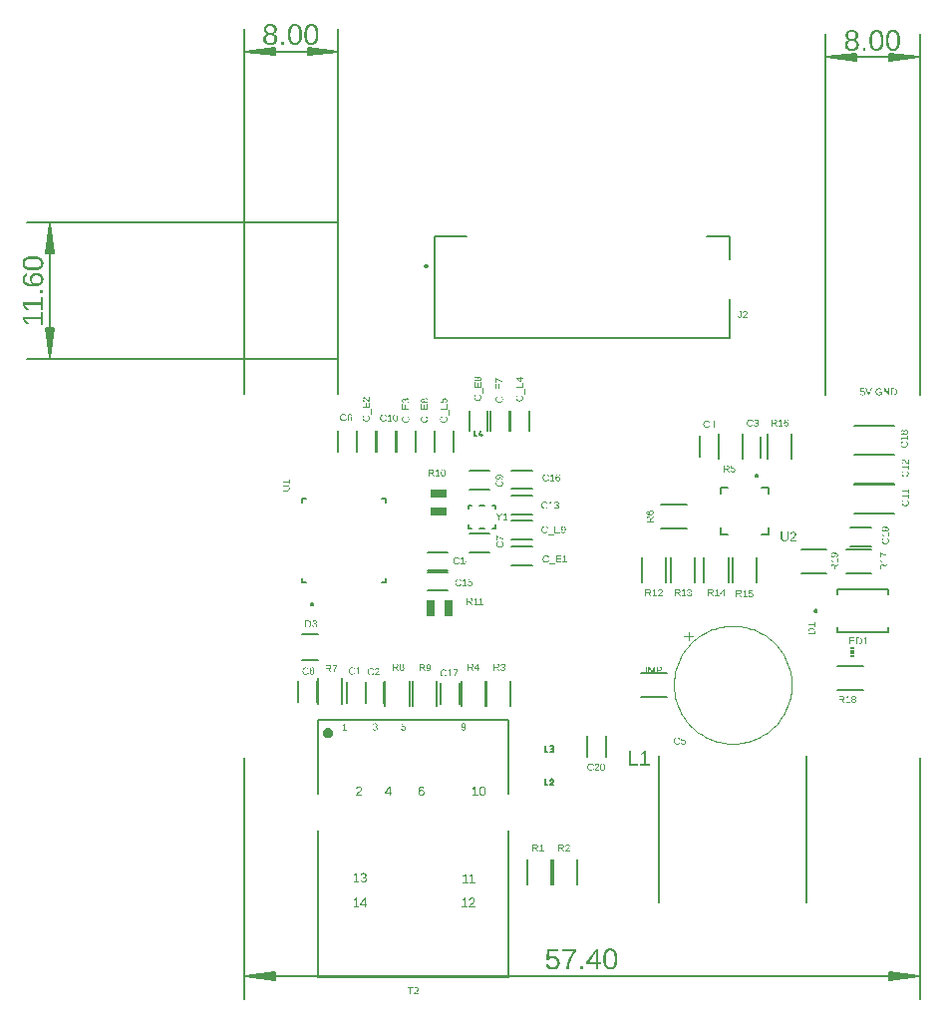
<source format=gbr>
G04 EAGLE Gerber RS-274X export*
G75*
%MOIN*%
%FSLAX34Y34*%
%LPD*%
%INSilkscreen Top*%
%IPPOS*%
%AMOC8*
5,1,8,0,0,1.08239X$1,22.5*%
G01*
G04 Define Apertures*
%ADD10C,0.005118*%
%ADD11C,0.007874*%
%ADD12C,0.005000*%
%ADD13C,0.006000*%
%ADD14C,0.008000*%
%ADD15R,0.025591X0.055118*%
%ADD16R,0.055118X0.025591*%
%ADD17C,0.015748*%
%ADD18C,0.004724*%
%ADD19R,0.011811X0.005906*%
%ADD20R,0.011811X0.011811*%
G36*
X21147Y32894D02*
X21132Y32894D01*
X21118Y32895D01*
X21105Y32897D01*
X21092Y32899D01*
X21079Y32902D01*
X21067Y32906D01*
X21055Y32911D01*
X21044Y32916D01*
X21033Y32922D01*
X21023Y32929D01*
X21013Y32936D01*
X21003Y32944D01*
X20994Y32953D01*
X20986Y32962D01*
X20978Y32972D01*
X20970Y32983D01*
X20963Y32995D01*
X20957Y33007D01*
X20950Y33019D01*
X20945Y33033D01*
X20939Y33047D01*
X20934Y33062D01*
X20930Y33077D01*
X20926Y33093D01*
X20923Y33110D01*
X20920Y33127D01*
X20917Y33145D01*
X20915Y33163D01*
X20913Y33182D01*
X20912Y33202D01*
X20912Y33223D01*
X20911Y33244D01*
X20912Y33286D01*
X20913Y33307D01*
X20915Y33326D01*
X20917Y33345D01*
X20919Y33363D01*
X20922Y33380D01*
X20926Y33397D01*
X20930Y33413D01*
X20934Y33429D01*
X20938Y33443D01*
X20944Y33457D01*
X20949Y33471D01*
X20955Y33483D01*
X20962Y33495D01*
X20969Y33507D01*
X20976Y33517D01*
X20984Y33527D01*
X20992Y33536D01*
X21001Y33545D01*
X21011Y33553D01*
X21021Y33560D01*
X21031Y33566D01*
X21042Y33572D01*
X21054Y33577D01*
X21066Y33582D01*
X21079Y33585D01*
X21092Y33589D01*
X21105Y33591D01*
X21120Y33593D01*
X21134Y33594D01*
X21150Y33594D01*
X21164Y33594D01*
X21179Y33593D01*
X21192Y33591D01*
X21206Y33589D01*
X21219Y33585D01*
X21231Y33582D01*
X21243Y33577D01*
X21254Y33572D01*
X21265Y33566D01*
X21275Y33560D01*
X21285Y33552D01*
X21294Y33544D01*
X21303Y33536D01*
X21312Y33526D01*
X21320Y33516D01*
X21327Y33506D01*
X21334Y33494D01*
X21340Y33482D01*
X21346Y33470D01*
X21352Y33456D01*
X21357Y33442D01*
X21362Y33427D01*
X21366Y33412D01*
X21370Y33396D01*
X21373Y33379D01*
X21376Y33362D01*
X21379Y33344D01*
X21381Y33325D01*
X21383Y33286D01*
X21384Y33244D01*
X21384Y33223D01*
X21383Y33202D01*
X21382Y33183D01*
X21380Y33164D01*
X21378Y33145D01*
X21376Y33127D01*
X21373Y33110D01*
X21369Y33094D01*
X21365Y33078D01*
X21361Y33062D01*
X21356Y33048D01*
X21350Y33033D01*
X21345Y33020D01*
X21338Y33007D01*
X21331Y32995D01*
X21324Y32984D01*
X21316Y32973D01*
X21308Y32962D01*
X21300Y32953D01*
X21290Y32944D01*
X21281Y32936D01*
X21271Y32929D01*
X21261Y32922D01*
X21250Y32916D01*
X21238Y32911D01*
X21227Y32906D01*
X21214Y32902D01*
X21202Y32899D01*
X21189Y32897D01*
X21175Y32895D01*
X21161Y32894D01*
X21147Y32894D01*
G37*
%LPC*%
G36*
X21148Y32965D02*
X21157Y32965D01*
X21166Y32966D01*
X21175Y32967D01*
X21183Y32969D01*
X21192Y32971D01*
X21199Y32974D01*
X21207Y32978D01*
X21214Y32982D01*
X21228Y32991D01*
X21240Y33003D01*
X21251Y33017D01*
X21260Y33033D01*
X21269Y33052D01*
X21276Y33072D01*
X21282Y33095D01*
X21287Y33120D01*
X21291Y33148D01*
X21294Y33177D01*
X21295Y33210D01*
X21296Y33244D01*
X21295Y33279D01*
X21294Y33312D01*
X21291Y33343D01*
X21287Y33371D01*
X21283Y33396D01*
X21277Y33419D01*
X21270Y33440D01*
X21262Y33457D01*
X21253Y33473D01*
X21242Y33486D01*
X21230Y33498D01*
X21217Y33507D01*
X21202Y33514D01*
X21194Y33517D01*
X21186Y33519D01*
X21177Y33521D01*
X21168Y33522D01*
X21159Y33523D01*
X21150Y33524D01*
X21140Y33523D01*
X21130Y33522D01*
X21121Y33521D01*
X21112Y33519D01*
X21104Y33517D01*
X21096Y33514D01*
X21081Y33507D01*
X21067Y33498D01*
X21055Y33487D01*
X21044Y33474D01*
X21034Y33458D01*
X21026Y33441D01*
X21019Y33420D01*
X21013Y33398D01*
X21008Y33372D01*
X21004Y33344D01*
X21001Y33313D01*
X21000Y33280D01*
X20999Y33244D01*
X21000Y33209D01*
X21002Y33176D01*
X21004Y33146D01*
X21008Y33118D01*
X21013Y33093D01*
X21019Y33070D01*
X21026Y33050D01*
X21035Y33032D01*
X21044Y33016D01*
X21055Y33002D01*
X21067Y32991D01*
X21081Y32981D01*
X21096Y32974D01*
X21103Y32971D01*
X21112Y32969D01*
X21120Y32967D01*
X21129Y32966D01*
X21138Y32965D01*
X21148Y32965D01*
G37*
%LPD*%
G36*
X21697Y32894D02*
X21682Y32894D01*
X21668Y32895D01*
X21655Y32897D01*
X21642Y32899D01*
X21629Y32902D01*
X21617Y32906D01*
X21605Y32911D01*
X21594Y32916D01*
X21583Y32922D01*
X21573Y32929D01*
X21563Y32936D01*
X21553Y32944D01*
X21544Y32953D01*
X21536Y32962D01*
X21528Y32972D01*
X21520Y32983D01*
X21513Y32995D01*
X21506Y33007D01*
X21500Y33019D01*
X21494Y33033D01*
X21489Y33047D01*
X21484Y33062D01*
X21480Y33077D01*
X21476Y33093D01*
X21473Y33110D01*
X21470Y33127D01*
X21467Y33145D01*
X21465Y33163D01*
X21463Y33182D01*
X21462Y33202D01*
X21462Y33223D01*
X21461Y33244D01*
X21462Y33286D01*
X21463Y33307D01*
X21465Y33326D01*
X21467Y33345D01*
X21469Y33363D01*
X21472Y33380D01*
X21476Y33397D01*
X21479Y33413D01*
X21484Y33429D01*
X21488Y33443D01*
X21494Y33457D01*
X21499Y33471D01*
X21505Y33483D01*
X21512Y33495D01*
X21519Y33507D01*
X21526Y33517D01*
X21534Y33527D01*
X21542Y33536D01*
X21551Y33545D01*
X21561Y33553D01*
X21571Y33560D01*
X21581Y33566D01*
X21592Y33572D01*
X21604Y33577D01*
X21616Y33582D01*
X21629Y33585D01*
X21642Y33589D01*
X21655Y33591D01*
X21670Y33593D01*
X21684Y33594D01*
X21699Y33594D01*
X21714Y33594D01*
X21729Y33593D01*
X21742Y33591D01*
X21756Y33589D01*
X21768Y33585D01*
X21781Y33582D01*
X21793Y33577D01*
X21804Y33572D01*
X21815Y33566D01*
X21825Y33560D01*
X21835Y33552D01*
X21844Y33544D01*
X21853Y33536D01*
X21862Y33526D01*
X21870Y33516D01*
X21877Y33506D01*
X21884Y33494D01*
X21890Y33482D01*
X21896Y33470D01*
X21902Y33456D01*
X21907Y33442D01*
X21912Y33427D01*
X21916Y33412D01*
X21920Y33396D01*
X21923Y33379D01*
X21926Y33362D01*
X21929Y33344D01*
X21931Y33325D01*
X21933Y33286D01*
X21934Y33244D01*
X21934Y33223D01*
X21933Y33202D01*
X21932Y33183D01*
X21930Y33164D01*
X21928Y33145D01*
X21926Y33127D01*
X21923Y33110D01*
X21919Y33094D01*
X21915Y33078D01*
X21911Y33062D01*
X21906Y33048D01*
X21900Y33033D01*
X21895Y33020D01*
X21888Y33007D01*
X21881Y32995D01*
X21874Y32984D01*
X21866Y32973D01*
X21858Y32962D01*
X21850Y32953D01*
X21840Y32944D01*
X21831Y32936D01*
X21821Y32929D01*
X21811Y32922D01*
X21800Y32916D01*
X21788Y32911D01*
X21777Y32906D01*
X21764Y32902D01*
X21752Y32899D01*
X21739Y32897D01*
X21725Y32895D01*
X21711Y32894D01*
X21697Y32894D01*
G37*
%LPC*%
G36*
X21698Y32965D02*
X21707Y32965D01*
X21716Y32966D01*
X21725Y32967D01*
X21733Y32969D01*
X21742Y32971D01*
X21749Y32974D01*
X21757Y32978D01*
X21764Y32982D01*
X21777Y32991D01*
X21790Y33003D01*
X21800Y33017D01*
X21810Y33033D01*
X21818Y33052D01*
X21826Y33072D01*
X21832Y33095D01*
X21837Y33120D01*
X21841Y33148D01*
X21844Y33177D01*
X21845Y33210D01*
X21846Y33244D01*
X21845Y33279D01*
X21844Y33312D01*
X21841Y33343D01*
X21837Y33371D01*
X21833Y33396D01*
X21827Y33419D01*
X21820Y33440D01*
X21812Y33457D01*
X21803Y33473D01*
X21792Y33486D01*
X21780Y33498D01*
X21767Y33507D01*
X21752Y33514D01*
X21744Y33517D01*
X21736Y33519D01*
X21727Y33521D01*
X21718Y33522D01*
X21709Y33523D01*
X21699Y33524D01*
X21690Y33523D01*
X21680Y33522D01*
X21671Y33521D01*
X21662Y33519D01*
X21654Y33517D01*
X21646Y33514D01*
X21631Y33507D01*
X21617Y33498D01*
X21605Y33487D01*
X21594Y33474D01*
X21584Y33458D01*
X21576Y33441D01*
X21569Y33420D01*
X21563Y33398D01*
X21558Y33372D01*
X21554Y33344D01*
X21551Y33313D01*
X21550Y33280D01*
X21549Y33244D01*
X21550Y33209D01*
X21551Y33176D01*
X21554Y33146D01*
X21558Y33118D01*
X21563Y33093D01*
X21569Y33070D01*
X21576Y33050D01*
X21585Y33032D01*
X21594Y33016D01*
X21605Y33002D01*
X21617Y32991D01*
X21631Y32981D01*
X21645Y32974D01*
X21653Y32971D01*
X21662Y32969D01*
X21670Y32967D01*
X21679Y32966D01*
X21688Y32965D01*
X21698Y32965D01*
G37*
%LPD*%
G36*
X20324Y32894D02*
X20297Y32894D01*
X20272Y32897D01*
X20249Y32901D01*
X20226Y32907D01*
X20206Y32914D01*
X20187Y32923D01*
X20169Y32933D01*
X20153Y32945D01*
X20139Y32959D01*
X20126Y32974D01*
X20115Y32990D01*
X20107Y33008D01*
X20100Y33027D01*
X20095Y33047D01*
X20094Y33058D01*
X20092Y33069D01*
X20092Y33080D01*
X20091Y33092D01*
X20092Y33109D01*
X20094Y33124D01*
X20097Y33139D01*
X20101Y33154D01*
X20106Y33167D01*
X20113Y33180D01*
X20121Y33193D01*
X20130Y33204D01*
X20139Y33215D01*
X20150Y33225D01*
X20161Y33233D01*
X20173Y33241D01*
X20186Y33247D01*
X20199Y33252D01*
X20213Y33256D01*
X20227Y33259D01*
X20227Y33261D01*
X20214Y33265D01*
X20201Y33270D01*
X20189Y33275D01*
X20177Y33282D01*
X20167Y33289D01*
X20157Y33298D01*
X20148Y33307D01*
X20139Y33318D01*
X20132Y33329D01*
X20125Y33340D01*
X20120Y33352D01*
X20115Y33365D01*
X20112Y33378D01*
X20109Y33391D01*
X20108Y33405D01*
X20107Y33420D01*
X20108Y33439D01*
X20111Y33457D01*
X20116Y33474D01*
X20122Y33490D01*
X20130Y33505D01*
X20140Y33520D01*
X20152Y33533D01*
X20166Y33546D01*
X20181Y33557D01*
X20197Y33567D01*
X20215Y33575D01*
X20234Y33582D01*
X20254Y33587D01*
X20275Y33591D01*
X20298Y33593D01*
X20322Y33594D01*
X20346Y33593D01*
X20369Y33591D01*
X20391Y33587D01*
X20412Y33582D01*
X20431Y33576D01*
X20449Y33567D01*
X20465Y33558D01*
X20480Y33547D01*
X20494Y33534D01*
X20506Y33521D01*
X20516Y33507D01*
X20524Y33491D01*
X20531Y33475D01*
X20535Y33457D01*
X20538Y33438D01*
X20539Y33419D01*
X20538Y33404D01*
X20537Y33390D01*
X20534Y33377D01*
X20531Y33364D01*
X20526Y33351D01*
X20520Y33339D01*
X20514Y33328D01*
X20506Y33317D01*
X20498Y33306D01*
X20489Y33297D01*
X20488Y33296D01*
X20479Y33289D01*
X20468Y33281D01*
X20457Y33275D01*
X20444Y33270D01*
X20432Y33265D01*
X20418Y33262D01*
X20418Y33260D01*
X20434Y33257D01*
X20449Y33253D01*
X20463Y33248D01*
X20476Y33241D01*
X20488Y33234D01*
X20499Y33225D01*
X20510Y33216D01*
X20518Y33207D01*
X20519Y33205D01*
X20528Y33193D01*
X20535Y33181D01*
X20541Y33168D01*
X20547Y33155D01*
X20551Y33140D01*
X20553Y33125D01*
X20555Y33110D01*
X20556Y33093D01*
X20555Y33082D01*
X20555Y33070D01*
X20552Y33049D01*
X20547Y33028D01*
X20541Y33009D01*
X20532Y32992D01*
X20522Y32975D01*
X20510Y32960D01*
X20496Y32946D01*
X20480Y32934D01*
X20463Y32923D01*
X20443Y32914D01*
X20423Y32907D01*
X20400Y32901D01*
X20377Y32897D01*
X20351Y32895D01*
X20324Y32894D01*
G37*
%LPC*%
G36*
X20325Y32959D02*
X20342Y32959D01*
X20358Y32961D01*
X20373Y32964D01*
X20387Y32967D01*
X20399Y32972D01*
X20411Y32978D01*
X20421Y32985D01*
X20431Y32993D01*
X20439Y33002D01*
X20446Y33012D01*
X20452Y33024D01*
X20457Y33037D01*
X20460Y33051D01*
X20463Y33067D01*
X20465Y33083D01*
X20465Y33101D01*
X20465Y33117D01*
X20463Y33131D01*
X20460Y33144D01*
X20456Y33157D01*
X20451Y33168D01*
X20444Y33179D01*
X20436Y33188D01*
X20428Y33197D01*
X20418Y33204D01*
X20407Y33211D01*
X20395Y33216D01*
X20382Y33221D01*
X20369Y33224D01*
X20354Y33227D01*
X20338Y33228D01*
X20322Y33229D01*
X20306Y33228D01*
X20291Y33227D01*
X20276Y33224D01*
X20263Y33220D01*
X20250Y33215D01*
X20239Y33209D01*
X20228Y33202D01*
X20218Y33194D01*
X20210Y33185D01*
X20202Y33175D01*
X20196Y33165D01*
X20191Y33153D01*
X20187Y33141D01*
X20184Y33128D01*
X20182Y33114D01*
X20181Y33099D01*
X20182Y33082D01*
X20184Y33066D01*
X20186Y33052D01*
X20190Y33038D01*
X20195Y33025D01*
X20201Y33014D01*
X20209Y33003D01*
X20217Y32994D01*
X20227Y32986D01*
X20237Y32979D01*
X20249Y32973D01*
X20262Y32968D01*
X20276Y32964D01*
X20291Y32961D01*
X20307Y32959D01*
X20325Y32959D01*
G37*
G36*
X20323Y33294D02*
X20338Y33295D01*
X20352Y33296D01*
X20365Y33298D01*
X20377Y33301D01*
X20388Y33305D01*
X20398Y33310D01*
X20408Y33316D01*
X20416Y33322D01*
X20424Y33330D01*
X20430Y33339D01*
X20436Y33348D01*
X20440Y33359D01*
X20444Y33371D01*
X20446Y33384D01*
X20448Y33399D01*
X20448Y33414D01*
X20448Y33428D01*
X20446Y33441D01*
X20444Y33453D01*
X20440Y33464D01*
X20436Y33475D01*
X20431Y33484D01*
X20424Y33493D01*
X20417Y33500D01*
X20408Y33507D01*
X20399Y33513D01*
X20389Y33518D01*
X20377Y33522D01*
X20365Y33525D01*
X20351Y33528D01*
X20337Y33529D01*
X20322Y33529D01*
X20307Y33529D01*
X20293Y33527D01*
X20280Y33525D01*
X20268Y33522D01*
X20257Y33518D01*
X20246Y33513D01*
X20237Y33507D01*
X20228Y33500D01*
X20221Y33493D01*
X20214Y33484D01*
X20209Y33475D01*
X20204Y33464D01*
X20201Y33453D01*
X20198Y33441D01*
X20197Y33428D01*
X20196Y33414D01*
X20197Y33400D01*
X20198Y33386D01*
X20201Y33374D01*
X20205Y33362D01*
X20209Y33352D01*
X20215Y33342D01*
X20222Y33333D01*
X20229Y33325D01*
X20238Y33318D01*
X20248Y33311D01*
X20258Y33306D01*
X20269Y33302D01*
X20281Y33298D01*
X20294Y33296D01*
X20308Y33295D01*
X20323Y33294D01*
G37*
%LPD*%
G36*
X20783Y32903D02*
X20689Y32903D01*
X20689Y33009D01*
X20783Y33009D01*
X20783Y32903D01*
G37*
G36*
X1698Y33091D02*
X1683Y33091D01*
X1669Y33092D01*
X1656Y33094D01*
X1643Y33096D01*
X1630Y33099D01*
X1618Y33103D01*
X1606Y33108D01*
X1595Y33113D01*
X1584Y33119D01*
X1574Y33125D01*
X1564Y33133D01*
X1555Y33141D01*
X1546Y33150D01*
X1537Y33159D01*
X1529Y33169D01*
X1522Y33180D01*
X1514Y33191D01*
X1508Y33204D01*
X1501Y33216D01*
X1496Y33230D01*
X1490Y33244D01*
X1486Y33258D01*
X1481Y33274D01*
X1477Y33290D01*
X1474Y33306D01*
X1471Y33324D01*
X1468Y33342D01*
X1466Y33360D01*
X1465Y33379D01*
X1464Y33399D01*
X1463Y33420D01*
X1463Y33441D01*
X1463Y33483D01*
X1465Y33503D01*
X1466Y33523D01*
X1468Y33542D01*
X1471Y33560D01*
X1474Y33577D01*
X1477Y33594D01*
X1481Y33610D01*
X1485Y33626D01*
X1490Y33640D01*
X1495Y33654D01*
X1500Y33668D01*
X1506Y33680D01*
X1513Y33692D01*
X1520Y33703D01*
X1527Y33714D01*
X1535Y33724D01*
X1544Y33733D01*
X1553Y33742D01*
X1562Y33750D01*
X1572Y33757D01*
X1583Y33763D01*
X1594Y33769D01*
X1605Y33774D01*
X1617Y33779D01*
X1630Y33782D01*
X1643Y33785D01*
X1657Y33788D01*
X1671Y33790D01*
X1686Y33791D01*
X1701Y33791D01*
X1715Y33791D01*
X1730Y33789D01*
X1744Y33788D01*
X1757Y33785D01*
X1770Y33782D01*
X1782Y33778D01*
X1794Y33774D01*
X1805Y33769D01*
X1816Y33763D01*
X1826Y33756D01*
X1836Y33749D01*
X1846Y33741D01*
X1855Y33733D01*
X1863Y33723D01*
X1871Y33713D01*
X1878Y33702D01*
X1885Y33691D01*
X1892Y33679D01*
X1898Y33666D01*
X1903Y33653D01*
X1908Y33639D01*
X1913Y33624D01*
X1917Y33609D01*
X1921Y33593D01*
X1924Y33576D01*
X1927Y33559D01*
X1930Y33541D01*
X1932Y33522D01*
X1935Y33483D01*
X1935Y33441D01*
X1935Y33420D01*
X1934Y33399D01*
X1933Y33380D01*
X1932Y33361D01*
X1930Y33342D01*
X1927Y33324D01*
X1924Y33307D01*
X1920Y33290D01*
X1916Y33274D01*
X1912Y33259D01*
X1907Y33244D01*
X1902Y33230D01*
X1896Y33217D01*
X1889Y33204D01*
X1883Y33192D01*
X1875Y33180D01*
X1868Y33169D01*
X1859Y33159D01*
X1851Y33150D01*
X1842Y33141D01*
X1832Y33133D01*
X1822Y33126D01*
X1812Y33119D01*
X1801Y33113D01*
X1790Y33108D01*
X1778Y33103D01*
X1766Y33099D01*
X1753Y33096D01*
X1740Y33094D01*
X1726Y33092D01*
X1712Y33091D01*
X1698Y33091D01*
G37*
%LPC*%
G36*
X1699Y33162D02*
X1708Y33162D01*
X1717Y33163D01*
X1726Y33164D01*
X1735Y33166D01*
X1743Y33168D01*
X1751Y33171D01*
X1758Y33175D01*
X1765Y33179D01*
X1779Y33188D01*
X1791Y33200D01*
X1802Y33214D01*
X1811Y33230D01*
X1820Y33248D01*
X1827Y33269D01*
X1833Y33292D01*
X1838Y33317D01*
X1842Y33345D01*
X1845Y33374D01*
X1846Y33406D01*
X1847Y33441D01*
X1847Y33476D01*
X1845Y33509D01*
X1842Y33540D01*
X1839Y33568D01*
X1834Y33593D01*
X1828Y33616D01*
X1821Y33636D01*
X1813Y33654D01*
X1804Y33670D01*
X1793Y33683D01*
X1781Y33695D01*
X1768Y33704D01*
X1753Y33711D01*
X1745Y33714D01*
X1737Y33716D01*
X1728Y33718D01*
X1720Y33719D01*
X1710Y33720D01*
X1701Y33720D01*
X1691Y33720D01*
X1681Y33719D01*
X1672Y33718D01*
X1663Y33716D01*
X1655Y33714D01*
X1647Y33711D01*
X1632Y33704D01*
X1618Y33695D01*
X1606Y33684D01*
X1595Y33670D01*
X1586Y33655D01*
X1577Y33638D01*
X1570Y33617D01*
X1564Y33594D01*
X1559Y33569D01*
X1555Y33541D01*
X1553Y33510D01*
X1551Y33477D01*
X1550Y33441D01*
X1551Y33406D01*
X1553Y33373D01*
X1555Y33343D01*
X1559Y33315D01*
X1564Y33290D01*
X1570Y33267D01*
X1578Y33247D01*
X1586Y33229D01*
X1596Y33213D01*
X1606Y33199D01*
X1618Y33188D01*
X1632Y33178D01*
X1647Y33171D01*
X1655Y33168D01*
X1663Y33166D01*
X1671Y33164D01*
X1680Y33163D01*
X1689Y33162D01*
X1699Y33162D01*
G37*
%LPD*%
G36*
X2248Y33091D02*
X2233Y33091D01*
X2219Y33092D01*
X2206Y33094D01*
X2193Y33096D01*
X2180Y33099D01*
X2168Y33103D01*
X2156Y33108D01*
X2145Y33113D01*
X2134Y33119D01*
X2124Y33125D01*
X2114Y33133D01*
X2105Y33141D01*
X2096Y33150D01*
X2087Y33159D01*
X2079Y33169D01*
X2071Y33180D01*
X2064Y33191D01*
X2058Y33204D01*
X2051Y33216D01*
X2046Y33230D01*
X2040Y33244D01*
X2036Y33258D01*
X2031Y33274D01*
X2027Y33290D01*
X2024Y33306D01*
X2021Y33324D01*
X2018Y33342D01*
X2016Y33360D01*
X2015Y33379D01*
X2013Y33399D01*
X2013Y33420D01*
X2013Y33441D01*
X2013Y33483D01*
X2015Y33503D01*
X2016Y33523D01*
X2018Y33542D01*
X2021Y33560D01*
X2023Y33577D01*
X2027Y33594D01*
X2031Y33610D01*
X2035Y33626D01*
X2040Y33640D01*
X2045Y33654D01*
X2050Y33668D01*
X2056Y33680D01*
X2063Y33692D01*
X2070Y33703D01*
X2077Y33714D01*
X2085Y33724D01*
X2094Y33733D01*
X2103Y33742D01*
X2112Y33750D01*
X2122Y33757D01*
X2133Y33763D01*
X2144Y33769D01*
X2155Y33774D01*
X2167Y33779D01*
X2180Y33782D01*
X2193Y33785D01*
X2207Y33788D01*
X2221Y33790D01*
X2235Y33791D01*
X2251Y33791D01*
X2265Y33791D01*
X2280Y33789D01*
X2294Y33788D01*
X2307Y33785D01*
X2320Y33782D01*
X2332Y33778D01*
X2344Y33774D01*
X2355Y33769D01*
X2366Y33763D01*
X2376Y33756D01*
X2386Y33749D01*
X2396Y33741D01*
X2404Y33733D01*
X2413Y33723D01*
X2421Y33713D01*
X2428Y33702D01*
X2435Y33691D01*
X2442Y33679D01*
X2448Y33666D01*
X2453Y33653D01*
X2458Y33639D01*
X2463Y33624D01*
X2467Y33609D01*
X2471Y33593D01*
X2474Y33576D01*
X2477Y33559D01*
X2480Y33541D01*
X2482Y33522D01*
X2484Y33483D01*
X2485Y33441D01*
X2485Y33420D01*
X2484Y33399D01*
X2483Y33380D01*
X2482Y33361D01*
X2480Y33342D01*
X2477Y33324D01*
X2474Y33307D01*
X2470Y33290D01*
X2466Y33274D01*
X2462Y33259D01*
X2457Y33244D01*
X2452Y33230D01*
X2446Y33217D01*
X2439Y33204D01*
X2433Y33192D01*
X2425Y33180D01*
X2418Y33169D01*
X2409Y33159D01*
X2401Y33150D01*
X2392Y33141D01*
X2382Y33133D01*
X2372Y33126D01*
X2362Y33119D01*
X2351Y33113D01*
X2339Y33108D01*
X2328Y33103D01*
X2316Y33099D01*
X2303Y33096D01*
X2290Y33094D01*
X2276Y33092D01*
X2262Y33091D01*
X2248Y33091D01*
G37*
%LPC*%
G36*
X2249Y33162D02*
X2258Y33162D01*
X2267Y33163D01*
X2276Y33164D01*
X2285Y33166D01*
X2293Y33168D01*
X2301Y33171D01*
X2308Y33175D01*
X2315Y33179D01*
X2329Y33188D01*
X2341Y33200D01*
X2352Y33214D01*
X2361Y33230D01*
X2370Y33248D01*
X2377Y33269D01*
X2383Y33292D01*
X2388Y33317D01*
X2392Y33345D01*
X2395Y33374D01*
X2396Y33406D01*
X2397Y33441D01*
X2396Y33476D01*
X2395Y33509D01*
X2392Y33540D01*
X2388Y33568D01*
X2384Y33593D01*
X2378Y33616D01*
X2371Y33636D01*
X2363Y33654D01*
X2354Y33670D01*
X2343Y33683D01*
X2331Y33695D01*
X2318Y33704D01*
X2303Y33711D01*
X2295Y33714D01*
X2287Y33716D01*
X2278Y33718D01*
X2270Y33719D01*
X2260Y33720D01*
X2251Y33720D01*
X2241Y33720D01*
X2231Y33719D01*
X2222Y33718D01*
X2213Y33716D01*
X2205Y33714D01*
X2197Y33711D01*
X2182Y33704D01*
X2168Y33695D01*
X2156Y33684D01*
X2145Y33670D01*
X2135Y33655D01*
X2127Y33638D01*
X2120Y33617D01*
X2114Y33594D01*
X2109Y33569D01*
X2105Y33541D01*
X2103Y33510D01*
X2101Y33477D01*
X2100Y33441D01*
X2101Y33406D01*
X2103Y33373D01*
X2105Y33343D01*
X2109Y33315D01*
X2114Y33290D01*
X2120Y33267D01*
X2128Y33247D01*
X2136Y33229D01*
X2145Y33213D01*
X2156Y33199D01*
X2168Y33188D01*
X2182Y33178D01*
X2197Y33171D01*
X2205Y33168D01*
X2213Y33166D01*
X2221Y33164D01*
X2230Y33163D01*
X2239Y33162D01*
X2249Y33162D01*
G37*
%LPD*%
G36*
X875Y33091D02*
X848Y33091D01*
X823Y33094D01*
X800Y33098D01*
X778Y33103D01*
X757Y33111D01*
X738Y33120D01*
X720Y33130D01*
X704Y33142D01*
X690Y33156D01*
X677Y33171D01*
X667Y33187D01*
X658Y33205D01*
X651Y33224D01*
X646Y33244D01*
X645Y33255D01*
X644Y33266D01*
X643Y33277D01*
X643Y33289D01*
X643Y33305D01*
X645Y33321D01*
X648Y33336D01*
X652Y33350D01*
X658Y33364D01*
X664Y33377D01*
X672Y33389D01*
X681Y33401D01*
X691Y33412D01*
X701Y33422D01*
X712Y33430D01*
X724Y33438D01*
X737Y33444D01*
X750Y33449D01*
X764Y33453D01*
X778Y33456D01*
X778Y33458D01*
X765Y33462D01*
X752Y33467D01*
X740Y33472D01*
X729Y33479D01*
X718Y33486D01*
X708Y33495D01*
X699Y33504D01*
X691Y33515D01*
X683Y33526D01*
X677Y33537D01*
X671Y33549D01*
X667Y33562D01*
X663Y33575D01*
X661Y33588D01*
X659Y33602D01*
X659Y33617D01*
X659Y33635D01*
X662Y33654D01*
X667Y33671D01*
X673Y33687D01*
X681Y33702D01*
X691Y33717D01*
X703Y33730D01*
X717Y33743D01*
X732Y33754D01*
X748Y33764D01*
X766Y33772D01*
X785Y33779D01*
X805Y33784D01*
X826Y33788D01*
X849Y33790D01*
X873Y33791D01*
X897Y33790D01*
X921Y33788D01*
X942Y33784D01*
X963Y33779D01*
X982Y33772D01*
X1000Y33764D01*
X1016Y33755D01*
X1032Y33744D01*
X1045Y33731D01*
X1057Y33718D01*
X1067Y33703D01*
X1075Y33688D01*
X1082Y33671D01*
X1086Y33654D01*
X1089Y33635D01*
X1090Y33616D01*
X1089Y33601D01*
X1088Y33587D01*
X1085Y33574D01*
X1082Y33561D01*
X1077Y33548D01*
X1072Y33536D01*
X1065Y33525D01*
X1058Y33514D01*
X1049Y33503D01*
X1040Y33494D01*
X1039Y33493D01*
X1030Y33486D01*
X1019Y33478D01*
X1008Y33472D01*
X996Y33467D01*
X983Y33462D01*
X969Y33459D01*
X969Y33457D01*
X985Y33454D01*
X1000Y33450D01*
X1014Y33444D01*
X1027Y33438D01*
X1039Y33431D01*
X1051Y33422D01*
X1061Y33412D01*
X1069Y33404D01*
X1071Y33402D01*
X1079Y33390D01*
X1086Y33378D01*
X1093Y33365D01*
X1098Y33352D01*
X1102Y33337D01*
X1105Y33322D01*
X1106Y33306D01*
X1107Y33290D01*
X1107Y33278D01*
X1106Y33267D01*
X1103Y33246D01*
X1098Y33225D01*
X1092Y33206D01*
X1083Y33189D01*
X1073Y33172D01*
X1061Y33157D01*
X1047Y33143D01*
X1031Y33131D01*
X1014Y33120D01*
X995Y33111D01*
X974Y33104D01*
X952Y33098D01*
X928Y33094D01*
X902Y33091D01*
X875Y33091D01*
G37*
%LPC*%
G36*
X876Y33156D02*
X893Y33156D01*
X909Y33158D01*
X924Y33161D01*
X938Y33164D01*
X951Y33169D01*
X962Y33175D01*
X972Y33182D01*
X982Y33190D01*
X990Y33199D01*
X997Y33209D01*
X1003Y33221D01*
X1008Y33234D01*
X1012Y33248D01*
X1014Y33264D01*
X1016Y33280D01*
X1016Y33298D01*
X1016Y33314D01*
X1014Y33328D01*
X1011Y33341D01*
X1007Y33354D01*
X1002Y33365D01*
X995Y33376D01*
X988Y33385D01*
X979Y33394D01*
X969Y33401D01*
X958Y33408D01*
X946Y33413D01*
X934Y33418D01*
X920Y33421D01*
X905Y33424D01*
X890Y33425D01*
X873Y33426D01*
X857Y33425D01*
X842Y33424D01*
X827Y33421D01*
X814Y33417D01*
X802Y33412D01*
X790Y33406D01*
X779Y33399D01*
X770Y33391D01*
X761Y33382D01*
X753Y33372D01*
X747Y33362D01*
X742Y33350D01*
X738Y33338D01*
X735Y33325D01*
X733Y33311D01*
X732Y33296D01*
X733Y33279D01*
X735Y33263D01*
X738Y33249D01*
X741Y33235D01*
X746Y33222D01*
X753Y33211D01*
X760Y33200D01*
X768Y33191D01*
X778Y33183D01*
X788Y33176D01*
X800Y33169D01*
X813Y33165D01*
X827Y33161D01*
X842Y33158D01*
X859Y33156D01*
X876Y33156D01*
G37*
G36*
X874Y33491D02*
X889Y33491D01*
X903Y33493D01*
X916Y33495D01*
X928Y33498D01*
X939Y33502D01*
X950Y33507D01*
X959Y33513D01*
X967Y33519D01*
X975Y33527D01*
X981Y33536D01*
X987Y33545D01*
X992Y33556D01*
X995Y33568D01*
X998Y33581D01*
X999Y33595D01*
X1000Y33611D01*
X999Y33625D01*
X998Y33638D01*
X995Y33650D01*
X992Y33661D01*
X987Y33672D01*
X982Y33681D01*
X975Y33690D01*
X968Y33697D01*
X960Y33704D01*
X950Y33710D01*
X940Y33715D01*
X928Y33719D01*
X916Y33722D01*
X903Y33724D01*
X888Y33726D01*
X873Y33726D01*
X858Y33726D01*
X844Y33724D01*
X831Y33722D01*
X819Y33719D01*
X808Y33715D01*
X797Y33710D01*
X788Y33704D01*
X780Y33697D01*
X772Y33689D01*
X765Y33681D01*
X760Y33671D01*
X755Y33661D01*
X752Y33650D01*
X749Y33638D01*
X748Y33625D01*
X747Y33611D01*
X748Y33597D01*
X749Y33583D01*
X752Y33571D01*
X756Y33559D01*
X760Y33549D01*
X766Y33539D01*
X773Y33530D01*
X781Y33522D01*
X789Y33514D01*
X799Y33508D01*
X809Y33503D01*
X820Y33499D01*
X833Y33495D01*
X845Y33493D01*
X859Y33491D01*
X874Y33491D01*
G37*
%LPD*%
G36*
X1334Y33100D02*
X1240Y33100D01*
X1240Y33206D01*
X1334Y33206D01*
X1334Y33100D01*
G37*
G36*
X12244Y2185D02*
X12230Y2185D01*
X12216Y2186D01*
X12203Y2188D01*
X12189Y2191D01*
X12177Y2194D01*
X12165Y2198D01*
X12153Y2202D01*
X12142Y2207D01*
X12131Y2213D01*
X12121Y2220D01*
X12111Y2227D01*
X12101Y2235D01*
X12092Y2244D01*
X12084Y2253D01*
X12076Y2264D01*
X12068Y2274D01*
X12061Y2286D01*
X12054Y2298D01*
X12048Y2311D01*
X12042Y2324D01*
X12037Y2338D01*
X12032Y2353D01*
X12028Y2368D01*
X12024Y2384D01*
X12021Y2401D01*
X12018Y2418D01*
X12015Y2436D01*
X12013Y2455D01*
X12011Y2474D01*
X12010Y2494D01*
X12010Y2514D01*
X12009Y2535D01*
X12010Y2578D01*
X12011Y2598D01*
X12013Y2617D01*
X12015Y2636D01*
X12017Y2654D01*
X12020Y2672D01*
X12024Y2689D01*
X12027Y2705D01*
X12032Y2720D01*
X12036Y2735D01*
X12041Y2749D01*
X12047Y2762D01*
X12053Y2775D01*
X12060Y2787D01*
X12067Y2798D01*
X12074Y2809D01*
X12082Y2818D01*
X12090Y2828D01*
X12099Y2836D01*
X12109Y2844D01*
X12119Y2851D01*
X12129Y2858D01*
X12140Y2864D01*
X12152Y2869D01*
X12164Y2873D01*
X12177Y2877D01*
X12190Y2880D01*
X12203Y2882D01*
X12218Y2884D01*
X12232Y2885D01*
X12247Y2885D01*
X12262Y2885D01*
X12276Y2884D01*
X12290Y2882D01*
X12304Y2880D01*
X12316Y2877D01*
X12329Y2873D01*
X12341Y2868D01*
X12352Y2863D01*
X12363Y2857D01*
X12373Y2851D01*
X12383Y2844D01*
X12392Y2836D01*
X12401Y2827D01*
X12410Y2818D01*
X12417Y2808D01*
X12425Y2797D01*
X12432Y2786D01*
X12438Y2774D01*
X12444Y2761D01*
X12450Y2747D01*
X12455Y2733D01*
X12460Y2719D01*
X12464Y2703D01*
X12468Y2687D01*
X12471Y2671D01*
X12474Y2653D01*
X12477Y2635D01*
X12479Y2617D01*
X12481Y2577D01*
X12482Y2535D01*
X12482Y2514D01*
X12481Y2494D01*
X12480Y2474D01*
X12478Y2455D01*
X12476Y2437D01*
X12474Y2419D01*
X12471Y2401D01*
X12467Y2385D01*
X12463Y2369D01*
X12459Y2354D01*
X12454Y2339D01*
X12448Y2325D01*
X12442Y2311D01*
X12436Y2299D01*
X12429Y2286D01*
X12422Y2275D01*
X12414Y2264D01*
X12406Y2254D01*
X12397Y2244D01*
X12388Y2236D01*
X12379Y2227D01*
X12369Y2220D01*
X12358Y2213D01*
X12348Y2207D01*
X12336Y2202D01*
X12324Y2198D01*
X12312Y2194D01*
X12300Y2191D01*
X12286Y2188D01*
X12273Y2186D01*
X12259Y2185D01*
X12244Y2185D01*
G37*
%LPC*%
G36*
X12245Y2256D02*
X12255Y2256D01*
X12264Y2257D01*
X12273Y2258D01*
X12281Y2260D01*
X12289Y2263D01*
X12297Y2266D01*
X12305Y2269D01*
X12312Y2273D01*
X12325Y2283D01*
X12338Y2295D01*
X12348Y2309D01*
X12358Y2325D01*
X12366Y2343D01*
X12374Y2363D01*
X12380Y2386D01*
X12385Y2412D01*
X12389Y2439D01*
X12392Y2469D01*
X12393Y2501D01*
X12394Y2535D01*
X12393Y2571D01*
X12392Y2604D01*
X12389Y2634D01*
X12385Y2662D01*
X12380Y2688D01*
X12375Y2711D01*
X12368Y2731D01*
X12360Y2749D01*
X12350Y2764D01*
X12340Y2778D01*
X12328Y2789D01*
X12315Y2798D01*
X12300Y2806D01*
X12292Y2808D01*
X12284Y2811D01*
X12275Y2813D01*
X12266Y2814D01*
X12257Y2815D01*
X12247Y2815D01*
X12238Y2815D01*
X12228Y2814D01*
X12219Y2813D01*
X12210Y2811D01*
X12202Y2808D01*
X12194Y2806D01*
X12179Y2799D01*
X12165Y2789D01*
X12153Y2778D01*
X12142Y2765D01*
X12132Y2750D01*
X12124Y2732D01*
X12117Y2712D01*
X12111Y2689D01*
X12106Y2663D01*
X12102Y2635D01*
X12099Y2605D01*
X12098Y2571D01*
X12097Y2535D01*
X12098Y2500D01*
X12099Y2468D01*
X12102Y2437D01*
X12106Y2410D01*
X12111Y2384D01*
X12117Y2362D01*
X12124Y2341D01*
X12133Y2323D01*
X12142Y2307D01*
X12153Y2294D01*
X12165Y2282D01*
X12179Y2273D01*
X12193Y2265D01*
X12201Y2263D01*
X12209Y2260D01*
X12218Y2258D01*
X12227Y2257D01*
X12236Y2256D01*
X12245Y2256D01*
G37*
%LPD*%
G36*
X11846Y2195D02*
X11764Y2195D01*
X11764Y2349D01*
X11443Y2349D01*
X11443Y2416D01*
X11755Y2875D01*
X11846Y2875D01*
X11846Y2417D01*
X11942Y2417D01*
X11942Y2349D01*
X11846Y2349D01*
X11846Y2195D01*
G37*
%LPC*%
G36*
X11764Y2417D02*
X11764Y2777D01*
X11751Y2752D01*
X11740Y2732D01*
X11732Y2720D01*
X11557Y2463D01*
X11531Y2427D01*
X11524Y2417D01*
X11764Y2417D01*
G37*
%LPD*%
G36*
X10314Y2185D02*
X10290Y2186D01*
X10268Y2188D01*
X10247Y2191D01*
X10228Y2195D01*
X10209Y2201D01*
X10191Y2208D01*
X10175Y2217D01*
X10160Y2227D01*
X10146Y2238D01*
X10133Y2250D01*
X10122Y2263D01*
X10112Y2277D01*
X10104Y2293D01*
X10096Y2310D01*
X10091Y2328D01*
X10086Y2347D01*
X10174Y2357D01*
X10178Y2345D01*
X10182Y2333D01*
X10187Y2323D01*
X10193Y2313D01*
X10200Y2304D01*
X10207Y2295D01*
X10215Y2288D01*
X10223Y2281D01*
X10232Y2275D01*
X10242Y2270D01*
X10253Y2266D01*
X10264Y2262D01*
X10276Y2260D01*
X10288Y2258D01*
X10302Y2256D01*
X10315Y2256D01*
X10332Y2257D01*
X10349Y2259D01*
X10364Y2262D01*
X10378Y2267D01*
X10391Y2273D01*
X10403Y2280D01*
X10415Y2288D01*
X10425Y2298D01*
X10434Y2309D01*
X10442Y2321D01*
X10449Y2334D01*
X10455Y2348D01*
X10459Y2363D01*
X10462Y2379D01*
X10464Y2396D01*
X10465Y2414D01*
X10464Y2430D01*
X10462Y2445D01*
X10459Y2459D01*
X10455Y2473D01*
X10449Y2485D01*
X10442Y2497D01*
X10434Y2508D01*
X10425Y2518D01*
X10414Y2528D01*
X10403Y2536D01*
X10391Y2542D01*
X10378Y2548D01*
X10364Y2552D01*
X10349Y2555D01*
X10334Y2557D01*
X10317Y2558D01*
X10300Y2557D01*
X10283Y2555D01*
X10267Y2552D01*
X10252Y2547D01*
X10236Y2540D01*
X10221Y2532D01*
X10206Y2521D01*
X10191Y2509D01*
X10106Y2509D01*
X10129Y2875D01*
X10515Y2875D01*
X10515Y2801D01*
X10208Y2801D01*
X10195Y2585D01*
X10209Y2596D01*
X10225Y2604D01*
X10241Y2612D01*
X10258Y2618D01*
X10276Y2623D01*
X10295Y2626D01*
X10315Y2628D01*
X10335Y2629D01*
X10360Y2628D01*
X10383Y2625D01*
X10405Y2621D01*
X10426Y2614D01*
X10445Y2606D01*
X10463Y2596D01*
X10480Y2584D01*
X10495Y2570D01*
X10509Y2555D01*
X10521Y2538D01*
X10532Y2521D01*
X10540Y2502D01*
X10547Y2482D01*
X10551Y2461D01*
X10554Y2439D01*
X10555Y2416D01*
X10555Y2403D01*
X10554Y2390D01*
X10553Y2378D01*
X10551Y2365D01*
X10549Y2354D01*
X10546Y2342D01*
X10543Y2331D01*
X10539Y2320D01*
X10530Y2300D01*
X10519Y2281D01*
X10506Y2263D01*
X10491Y2247D01*
X10474Y2232D01*
X10456Y2220D01*
X10436Y2209D01*
X10415Y2200D01*
X10392Y2194D01*
X10380Y2191D01*
X10367Y2189D01*
X10354Y2187D01*
X10341Y2186D01*
X10328Y2185D01*
X10314Y2185D01*
G37*
G36*
X10863Y2195D02*
X10773Y2195D01*
X10774Y2228D01*
X10776Y2261D01*
X10780Y2294D01*
X10786Y2329D01*
X10794Y2363D01*
X10804Y2398D01*
X10815Y2433D01*
X10828Y2469D01*
X10843Y2506D01*
X10860Y2544D01*
X10880Y2584D01*
X10902Y2624D01*
X10926Y2667D01*
X10953Y2710D01*
X10982Y2755D01*
X11013Y2801D01*
X10647Y2801D01*
X10647Y2875D01*
X11097Y2875D01*
X11097Y2805D01*
X11048Y2729D01*
X11008Y2663D01*
X10975Y2604D01*
X10961Y2579D01*
X10949Y2555D01*
X10929Y2510D01*
X10920Y2488D01*
X10912Y2465D01*
X10904Y2443D01*
X10897Y2421D01*
X10891Y2399D01*
X10885Y2377D01*
X10880Y2355D01*
X10876Y2332D01*
X10872Y2310D01*
X10869Y2287D01*
X10866Y2264D01*
X10865Y2241D01*
X10864Y2218D01*
X10863Y2195D01*
G37*
G36*
X11331Y2195D02*
X11237Y2195D01*
X11237Y2300D01*
X11331Y2300D01*
X11331Y2195D01*
G37*
G36*
X-7063Y25556D02*
X-7105Y25557D01*
X-7125Y25558D01*
X-7145Y25560D01*
X-7164Y25562D01*
X-7182Y25564D01*
X-7199Y25567D01*
X-7216Y25571D01*
X-7232Y25574D01*
X-7248Y25579D01*
X-7262Y25583D01*
X-7276Y25588D01*
X-7290Y25594D01*
X-7302Y25600D01*
X-7314Y25607D01*
X-7326Y25614D01*
X-7336Y25621D01*
X-7346Y25629D01*
X-7355Y25637D01*
X-7364Y25646D01*
X-7372Y25656D01*
X-7379Y25666D01*
X-7385Y25676D01*
X-7391Y25687D01*
X-7396Y25699D01*
X-7401Y25711D01*
X-7404Y25724D01*
X-7407Y25737D01*
X-7410Y25750D01*
X-7412Y25765D01*
X-7413Y25779D01*
X-7413Y25794D01*
X-7413Y25809D01*
X-7412Y25823D01*
X-7410Y25837D01*
X-7407Y25851D01*
X-7404Y25863D01*
X-7400Y25876D01*
X-7396Y25888D01*
X-7391Y25899D01*
X-7385Y25910D01*
X-7378Y25920D01*
X-7371Y25930D01*
X-7363Y25939D01*
X-7355Y25948D01*
X-7345Y25957D01*
X-7335Y25964D01*
X-7325Y25972D01*
X-7313Y25979D01*
X-7301Y25985D01*
X-7288Y25991D01*
X-7275Y25997D01*
X-7261Y26002D01*
X-7246Y26007D01*
X-7231Y26011D01*
X-7215Y26015D01*
X-7198Y26018D01*
X-7181Y26021D01*
X-7163Y26024D01*
X-7144Y26026D01*
X-7105Y26028D01*
X-7063Y26029D01*
X-7042Y26029D01*
X-7021Y26028D01*
X-7002Y26027D01*
X-6983Y26025D01*
X-6964Y26023D01*
X-6946Y26021D01*
X-6929Y26018D01*
X-6912Y26014D01*
X-6896Y26010D01*
X-6881Y26006D01*
X-6866Y26001D01*
X-6852Y25995D01*
X-6839Y25989D01*
X-6826Y25983D01*
X-6814Y25976D01*
X-6802Y25969D01*
X-6792Y25961D01*
X-6781Y25953D01*
X-6772Y25944D01*
X-6763Y25935D01*
X-6755Y25926D01*
X-6748Y25916D01*
X-6741Y25905D01*
X-6735Y25895D01*
X-6730Y25883D01*
X-6725Y25871D01*
X-6721Y25859D01*
X-6718Y25847D01*
X-6716Y25833D01*
X-6714Y25820D01*
X-6713Y25806D01*
X-6713Y25791D01*
X-6713Y25777D01*
X-6714Y25763D01*
X-6716Y25750D01*
X-6718Y25736D01*
X-6721Y25724D01*
X-6725Y25712D01*
X-6730Y25700D01*
X-6735Y25689D01*
X-6741Y25678D01*
X-6747Y25668D01*
X-6755Y25658D01*
X-6763Y25648D01*
X-6772Y25639D01*
X-6781Y25631D01*
X-6791Y25623D01*
X-6802Y25615D01*
X-6813Y25608D01*
X-6826Y25601D01*
X-6838Y25595D01*
X-6852Y25589D01*
X-6866Y25584D01*
X-6880Y25579D01*
X-6896Y25575D01*
X-6912Y25571D01*
X-6928Y25568D01*
X-6946Y25565D01*
X-6964Y25562D01*
X-6982Y25560D01*
X-7001Y25558D01*
X-7021Y25557D01*
X-7042Y25556D01*
X-7063Y25556D01*
G37*
%LPC*%
G36*
X-7063Y25644D02*
X-7028Y25645D01*
X-6995Y25646D01*
X-6965Y25649D01*
X-6937Y25653D01*
X-6912Y25658D01*
X-6889Y25664D01*
X-6869Y25671D01*
X-6851Y25680D01*
X-6835Y25689D01*
X-6821Y25700D01*
X-6810Y25712D01*
X-6800Y25726D01*
X-6793Y25740D01*
X-6790Y25748D01*
X-6788Y25756D01*
X-6786Y25765D01*
X-6785Y25774D01*
X-6784Y25783D01*
X-6784Y25792D01*
X-6784Y25802D01*
X-6785Y25811D01*
X-6786Y25820D01*
X-6788Y25828D01*
X-6790Y25836D01*
X-6793Y25844D01*
X-6797Y25852D01*
X-6801Y25859D01*
X-6810Y25872D01*
X-6822Y25885D01*
X-6836Y25895D01*
X-6852Y25905D01*
X-6870Y25913D01*
X-6891Y25921D01*
X-6914Y25927D01*
X-6939Y25932D01*
X-6967Y25936D01*
X-6996Y25938D01*
X-7028Y25940D01*
X-7063Y25941D01*
X-7098Y25940D01*
X-7131Y25939D01*
X-7162Y25936D01*
X-7190Y25932D01*
X-7215Y25927D01*
X-7238Y25922D01*
X-7258Y25915D01*
X-7276Y25907D01*
X-7292Y25897D01*
X-7305Y25887D01*
X-7317Y25875D01*
X-7326Y25862D01*
X-7333Y25847D01*
X-7336Y25839D01*
X-7338Y25831D01*
X-7340Y25822D01*
X-7341Y25813D01*
X-7342Y25804D01*
X-7342Y25794D01*
X-7342Y25785D01*
X-7341Y25775D01*
X-7340Y25766D01*
X-7338Y25757D01*
X-7336Y25749D01*
X-7333Y25741D01*
X-7326Y25725D01*
X-7317Y25712D01*
X-7306Y25700D01*
X-7292Y25689D01*
X-7277Y25679D01*
X-7260Y25671D01*
X-7239Y25664D01*
X-7216Y25658D01*
X-7191Y25653D01*
X-7163Y25649D01*
X-7132Y25646D01*
X-7099Y25645D01*
X-7063Y25644D01*
G37*
%LPD*%
G36*
X-7047Y25017D02*
X-7069Y25017D01*
X-7090Y25018D01*
X-7110Y25019D01*
X-7130Y25021D01*
X-7149Y25023D01*
X-7168Y25026D01*
X-7186Y25029D01*
X-7203Y25032D01*
X-7220Y25037D01*
X-7236Y25041D01*
X-7251Y25047D01*
X-7266Y25052D01*
X-7280Y25058D01*
X-7293Y25065D01*
X-7306Y25072D01*
X-7318Y25080D01*
X-7330Y25088D01*
X-7340Y25097D01*
X-7350Y25106D01*
X-7360Y25115D01*
X-7368Y25125D01*
X-7376Y25135D01*
X-7383Y25146D01*
X-7389Y25157D01*
X-7395Y25168D01*
X-7400Y25180D01*
X-7404Y25192D01*
X-7407Y25205D01*
X-7410Y25218D01*
X-7411Y25232D01*
X-7413Y25246D01*
X-7413Y25260D01*
X-7412Y25279D01*
X-7411Y25297D01*
X-7408Y25314D01*
X-7404Y25330D01*
X-7399Y25345D01*
X-7393Y25360D01*
X-7386Y25373D01*
X-7378Y25386D01*
X-7369Y25397D01*
X-7359Y25408D01*
X-7347Y25418D01*
X-7335Y25427D01*
X-7321Y25435D01*
X-7307Y25442D01*
X-7291Y25449D01*
X-7274Y25454D01*
X-7259Y25371D01*
X-7269Y25368D01*
X-7279Y25364D01*
X-7288Y25359D01*
X-7296Y25355D01*
X-7303Y25349D01*
X-7310Y25343D01*
X-7316Y25337D01*
X-7322Y25330D01*
X-7327Y25323D01*
X-7331Y25315D01*
X-7334Y25307D01*
X-7337Y25299D01*
X-7339Y25289D01*
X-7341Y25280D01*
X-7342Y25270D01*
X-7342Y25259D01*
X-7342Y25250D01*
X-7341Y25241D01*
X-7340Y25232D01*
X-7338Y25224D01*
X-7336Y25216D01*
X-7333Y25208D01*
X-7325Y25193D01*
X-7315Y25179D01*
X-7303Y25166D01*
X-7289Y25155D01*
X-7273Y25144D01*
X-7255Y25134D01*
X-7235Y25126D01*
X-7212Y25119D01*
X-7188Y25113D01*
X-7162Y25109D01*
X-7134Y25106D01*
X-7104Y25104D01*
X-7072Y25103D01*
X-7083Y25109D01*
X-7093Y25116D01*
X-7102Y25124D01*
X-7111Y25132D01*
X-7119Y25140D01*
X-7127Y25150D01*
X-7133Y25159D01*
X-7139Y25170D01*
X-7145Y25181D01*
X-7149Y25192D01*
X-7153Y25204D01*
X-7157Y25216D01*
X-7159Y25228D01*
X-7161Y25241D01*
X-7162Y25255D01*
X-7162Y25268D01*
X-7161Y25291D01*
X-7159Y25313D01*
X-7154Y25333D01*
X-7148Y25353D01*
X-7139Y25371D01*
X-7129Y25388D01*
X-7117Y25403D01*
X-7103Y25418D01*
X-7088Y25431D01*
X-7071Y25442D01*
X-7053Y25452D01*
X-7034Y25459D01*
X-7014Y25465D01*
X-6992Y25470D01*
X-6969Y25472D01*
X-6945Y25473D01*
X-6919Y25472D01*
X-6894Y25469D01*
X-6871Y25465D01*
X-6849Y25458D01*
X-6828Y25450D01*
X-6809Y25440D01*
X-6791Y25428D01*
X-6775Y25415D01*
X-6760Y25399D01*
X-6748Y25383D01*
X-6737Y25365D01*
X-6728Y25345D01*
X-6721Y25324D01*
X-6719Y25313D01*
X-6716Y25302D01*
X-6715Y25290D01*
X-6714Y25278D01*
X-6713Y25266D01*
X-6713Y25253D01*
X-6713Y25239D01*
X-6714Y25225D01*
X-6716Y25212D01*
X-6718Y25199D01*
X-6721Y25187D01*
X-6725Y25175D01*
X-6729Y25163D01*
X-6734Y25152D01*
X-6740Y25141D01*
X-6746Y25131D01*
X-6753Y25121D01*
X-6761Y25111D01*
X-6769Y25102D01*
X-6778Y25094D01*
X-6788Y25085D01*
X-6798Y25078D01*
X-6809Y25070D01*
X-6821Y25063D01*
X-6833Y25057D01*
X-6846Y25051D01*
X-6859Y25045D01*
X-6873Y25040D01*
X-6888Y25036D01*
X-6903Y25032D01*
X-6919Y25028D01*
X-6935Y25025D01*
X-6952Y25023D01*
X-6970Y25020D01*
X-6988Y25019D01*
X-7007Y25018D01*
X-7027Y25017D01*
X-7047Y25017D01*
G37*
%LPC*%
G36*
X-6962Y25112D02*
X-6943Y25112D01*
X-6924Y25114D01*
X-6907Y25117D01*
X-6890Y25122D01*
X-6875Y25127D01*
X-6860Y25134D01*
X-6846Y25142D01*
X-6833Y25151D01*
X-6821Y25161D01*
X-6811Y25172D01*
X-6802Y25183D01*
X-6795Y25195D01*
X-6790Y25208D01*
X-6786Y25221D01*
X-6783Y25236D01*
X-6783Y25250D01*
X-6783Y25266D01*
X-6785Y25280D01*
X-6789Y25294D01*
X-6793Y25306D01*
X-6799Y25318D01*
X-6806Y25329D01*
X-6815Y25340D01*
X-6825Y25349D01*
X-6836Y25357D01*
X-6848Y25365D01*
X-6861Y25371D01*
X-6875Y25376D01*
X-6890Y25380D01*
X-6906Y25382D01*
X-6923Y25384D01*
X-6941Y25385D01*
X-6959Y25384D01*
X-6976Y25382D01*
X-6992Y25380D01*
X-7006Y25376D01*
X-7020Y25371D01*
X-7033Y25364D01*
X-7044Y25357D01*
X-7055Y25348D01*
X-7064Y25339D01*
X-7073Y25329D01*
X-7079Y25317D01*
X-7085Y25305D01*
X-7089Y25292D01*
X-7093Y25278D01*
X-7094Y25263D01*
X-7095Y25248D01*
X-7095Y25233D01*
X-7093Y25219D01*
X-7090Y25205D01*
X-7086Y25193D01*
X-7081Y25181D01*
X-7075Y25169D01*
X-7068Y25159D01*
X-7060Y25149D01*
X-7050Y25140D01*
X-7040Y25133D01*
X-7029Y25126D01*
X-7017Y25121D01*
X-7005Y25117D01*
X-6991Y25114D01*
X-6977Y25112D01*
X-6962Y25112D01*
G37*
%LPD*%
G36*
X-6722Y23741D02*
X-6796Y23741D01*
X-6796Y23915D01*
X-7320Y23915D01*
X-7210Y23761D01*
X-7292Y23761D01*
X-7403Y23922D01*
X-7403Y24002D01*
X-6796Y24002D01*
X-6796Y24168D01*
X-6722Y24168D01*
X-6722Y23741D01*
G37*
G36*
X-6722Y24217D02*
X-6796Y24217D01*
X-6796Y24391D01*
X-7320Y24391D01*
X-7210Y24237D01*
X-7292Y24237D01*
X-7403Y24398D01*
X-7403Y24478D01*
X-6796Y24478D01*
X-6796Y24644D01*
X-6722Y24644D01*
X-6722Y24217D01*
G37*
G36*
X-6722Y24782D02*
X-6828Y24782D01*
X-6828Y24877D01*
X-6722Y24877D01*
X-6722Y24782D01*
G37*
G36*
X21721Y21378D02*
X21634Y21378D01*
X21634Y21611D01*
X21711Y21611D01*
X21725Y21610D01*
X21738Y21609D01*
X21751Y21607D01*
X21763Y21603D01*
X21774Y21599D01*
X21784Y21594D01*
X21793Y21588D01*
X21802Y21581D01*
X21809Y21573D01*
X21816Y21565D01*
X21821Y21555D01*
X21826Y21545D01*
X21829Y21534D01*
X21832Y21523D01*
X21833Y21510D01*
X21834Y21497D01*
X21833Y21479D01*
X21830Y21463D01*
X21826Y21448D01*
X21820Y21434D01*
X21812Y21421D01*
X21803Y21410D01*
X21792Y21400D01*
X21780Y21392D01*
X21767Y21386D01*
X21752Y21382D01*
X21737Y21379D01*
X21721Y21378D01*
G37*
%LPC*%
G36*
X21717Y21403D02*
X21729Y21404D01*
X21741Y21406D01*
X21752Y21410D01*
X21762Y21414D01*
X21771Y21421D01*
X21779Y21428D01*
X21786Y21437D01*
X21792Y21447D01*
X21796Y21458D01*
X21800Y21470D01*
X21802Y21483D01*
X21802Y21497D01*
X21802Y21507D01*
X21801Y21517D01*
X21799Y21526D01*
X21796Y21535D01*
X21793Y21543D01*
X21789Y21550D01*
X21784Y21557D01*
X21778Y21563D01*
X21772Y21568D01*
X21765Y21573D01*
X21758Y21577D01*
X21749Y21580D01*
X21741Y21582D01*
X21731Y21584D01*
X21721Y21585D01*
X21710Y21585D01*
X21665Y21585D01*
X21665Y21403D01*
X21717Y21403D01*
G37*
%LPD*%
G36*
X21417Y21378D02*
X21389Y21378D01*
X21389Y21611D01*
X21425Y21611D01*
X21551Y21411D01*
X21550Y21439D01*
X21549Y21458D01*
X21549Y21611D01*
X21578Y21611D01*
X21578Y21378D01*
X21540Y21378D01*
X21415Y21576D01*
X21416Y21560D01*
X21417Y21533D01*
X21417Y21378D01*
G37*
G36*
X21232Y21375D02*
X21214Y21376D01*
X21198Y21378D01*
X21183Y21383D01*
X21169Y21389D01*
X21157Y21397D01*
X21146Y21407D01*
X21136Y21418D01*
X21129Y21431D01*
X21123Y21445D01*
X21118Y21461D01*
X21116Y21478D01*
X21115Y21495D01*
X21115Y21509D01*
X21117Y21522D01*
X21119Y21534D01*
X21122Y21546D01*
X21127Y21556D01*
X21132Y21566D01*
X21138Y21575D01*
X21145Y21583D01*
X21153Y21590D01*
X21162Y21597D01*
X21171Y21602D01*
X21182Y21606D01*
X21193Y21610D01*
X21205Y21612D01*
X21217Y21614D01*
X21230Y21614D01*
X21249Y21613D01*
X21265Y21611D01*
X21280Y21607D01*
X21293Y21601D01*
X21305Y21594D01*
X21315Y21584D01*
X21323Y21573D01*
X21330Y21559D01*
X21300Y21550D01*
X21295Y21560D01*
X21289Y21568D01*
X21281Y21574D01*
X21273Y21579D01*
X21264Y21583D01*
X21253Y21586D01*
X21242Y21588D01*
X21230Y21588D01*
X21220Y21588D01*
X21211Y21587D01*
X21202Y21585D01*
X21194Y21582D01*
X21187Y21579D01*
X21180Y21575D01*
X21174Y21570D01*
X21168Y21564D01*
X21163Y21558D01*
X21159Y21551D01*
X21155Y21543D01*
X21152Y21535D01*
X21150Y21526D01*
X21148Y21516D01*
X21147Y21506D01*
X21147Y21495D01*
X21147Y21485D01*
X21148Y21475D01*
X21150Y21465D01*
X21152Y21456D01*
X21156Y21448D01*
X21159Y21440D01*
X21164Y21432D01*
X21169Y21426D01*
X21175Y21420D01*
X21182Y21415D01*
X21189Y21410D01*
X21196Y21407D01*
X21204Y21404D01*
X21213Y21402D01*
X21222Y21401D01*
X21232Y21400D01*
X21243Y21401D01*
X21254Y21402D01*
X21264Y21404D01*
X21275Y21407D01*
X21284Y21411D01*
X21292Y21415D01*
X21300Y21420D01*
X21306Y21426D01*
X21306Y21468D01*
X21237Y21468D01*
X21237Y21494D01*
X21336Y21494D01*
X21336Y21414D01*
X21326Y21405D01*
X21315Y21397D01*
X21303Y21391D01*
X21290Y21385D01*
X21276Y21380D01*
X21262Y21377D01*
X21247Y21375D01*
X21232Y21375D01*
G37*
G36*
X20682Y21375D02*
X20667Y21376D01*
X20653Y21378D01*
X20640Y21383D01*
X20630Y21389D01*
X20621Y21397D01*
X20613Y21406D01*
X20608Y21417D01*
X20604Y21430D01*
X20634Y21433D01*
X20637Y21425D01*
X20641Y21418D01*
X20646Y21412D01*
X20651Y21408D01*
X20658Y21404D01*
X20665Y21401D01*
X20673Y21399D01*
X20683Y21399D01*
X20694Y21400D01*
X20704Y21403D01*
X20713Y21407D01*
X20720Y21413D01*
X20726Y21421D01*
X20730Y21431D01*
X20733Y21441D01*
X20734Y21453D01*
X20733Y21464D01*
X20730Y21473D01*
X20726Y21481D01*
X20720Y21489D01*
X20713Y21495D01*
X20704Y21499D01*
X20694Y21501D01*
X20683Y21502D01*
X20672Y21501D01*
X20661Y21498D01*
X20651Y21493D01*
X20640Y21485D01*
X20611Y21485D01*
X20619Y21611D01*
X20751Y21611D01*
X20751Y21585D01*
X20646Y21585D01*
X20641Y21512D01*
X20652Y21518D01*
X20663Y21523D01*
X20676Y21526D01*
X20690Y21526D01*
X20698Y21526D01*
X20706Y21525D01*
X20713Y21524D01*
X20720Y21521D01*
X20727Y21519D01*
X20733Y21515D01*
X20739Y21511D01*
X20744Y21506D01*
X20749Y21501D01*
X20753Y21495D01*
X20757Y21489D01*
X20760Y21483D01*
X20762Y21476D01*
X20763Y21469D01*
X20764Y21462D01*
X20765Y21454D01*
X20764Y21445D01*
X20763Y21436D01*
X20762Y21428D01*
X20759Y21421D01*
X20756Y21414D01*
X20752Y21407D01*
X20748Y21401D01*
X20743Y21396D01*
X20737Y21391D01*
X20731Y21387D01*
X20724Y21383D01*
X20717Y21380D01*
X20709Y21378D01*
X20700Y21376D01*
X20692Y21375D01*
X20682Y21375D01*
G37*
G36*
X20907Y21378D02*
X20874Y21378D01*
X20779Y21611D01*
X20812Y21611D01*
X20877Y21447D01*
X20891Y21406D01*
X20905Y21447D01*
X20969Y21611D01*
X21002Y21611D01*
X20907Y21378D01*
G37*
G36*
X1439Y18172D02*
X1291Y18172D01*
X1291Y18204D01*
X1437Y18204D01*
X1444Y18204D01*
X1452Y18205D01*
X1458Y18206D01*
X1465Y18208D01*
X1470Y18210D01*
X1476Y18213D01*
X1481Y18216D01*
X1485Y18220D01*
X1489Y18224D01*
X1492Y18229D01*
X1495Y18234D01*
X1497Y18240D01*
X1499Y18246D01*
X1501Y18252D01*
X1501Y18259D01*
X1502Y18266D01*
X1501Y18274D01*
X1500Y18281D01*
X1499Y18288D01*
X1497Y18294D01*
X1495Y18300D01*
X1492Y18306D01*
X1488Y18311D01*
X1484Y18315D01*
X1480Y18319D01*
X1475Y18323D01*
X1469Y18326D01*
X1463Y18328D01*
X1457Y18330D01*
X1450Y18332D01*
X1442Y18332D01*
X1434Y18333D01*
X1291Y18333D01*
X1291Y18364D01*
X1436Y18364D01*
X1450Y18363D01*
X1463Y18361D01*
X1474Y18357D01*
X1485Y18352D01*
X1495Y18346D01*
X1503Y18338D01*
X1510Y18329D01*
X1516Y18318D01*
X1521Y18307D01*
X1524Y18294D01*
X1526Y18281D01*
X1527Y18267D01*
X1526Y18253D01*
X1525Y18240D01*
X1521Y18228D01*
X1517Y18217D01*
X1511Y18207D01*
X1504Y18198D01*
X1496Y18190D01*
X1487Y18184D01*
X1476Y18179D01*
X1465Y18175D01*
X1452Y18173D01*
X1439Y18172D01*
G37*
G36*
X1524Y18415D02*
X1499Y18415D01*
X1499Y18475D01*
X1319Y18475D01*
X1357Y18422D01*
X1329Y18422D01*
X1291Y18477D01*
X1291Y18504D01*
X1499Y18504D01*
X1499Y18561D01*
X1524Y18561D01*
X1524Y18415D01*
G37*
G36*
X2137Y13617D02*
X2050Y13617D01*
X2050Y13850D01*
X2127Y13850D01*
X2141Y13849D01*
X2155Y13848D01*
X2168Y13846D01*
X2179Y13843D01*
X2190Y13838D01*
X2201Y13833D01*
X2210Y13827D01*
X2218Y13820D01*
X2226Y13812D01*
X2232Y13804D01*
X2238Y13795D01*
X2242Y13784D01*
X2246Y13773D01*
X2248Y13762D01*
X2250Y13749D01*
X2251Y13736D01*
X2250Y13719D01*
X2247Y13702D01*
X2243Y13687D01*
X2236Y13673D01*
X2229Y13660D01*
X2219Y13649D01*
X2209Y13640D01*
X2197Y13632D01*
X2183Y13625D01*
X2169Y13621D01*
X2154Y13618D01*
X2137Y13617D01*
G37*
%LPC*%
G36*
X2134Y13642D02*
X2146Y13643D01*
X2158Y13645D01*
X2168Y13649D01*
X2179Y13654D01*
X2188Y13660D01*
X2196Y13667D01*
X2203Y13676D01*
X2208Y13686D01*
X2213Y13697D01*
X2216Y13709D01*
X2218Y13722D01*
X2219Y13736D01*
X2218Y13746D01*
X2217Y13756D01*
X2215Y13766D01*
X2213Y13774D01*
X2210Y13782D01*
X2205Y13789D01*
X2201Y13796D01*
X2195Y13802D01*
X2189Y13807D01*
X2182Y13812D01*
X2174Y13816D01*
X2166Y13819D01*
X2157Y13821D01*
X2148Y13823D01*
X2137Y13824D01*
X2126Y13825D01*
X2082Y13825D01*
X2082Y13642D01*
X2134Y13642D01*
G37*
%LPD*%
G36*
X2360Y13614D02*
X2352Y13614D01*
X2344Y13615D01*
X2336Y13616D01*
X2329Y13618D01*
X2322Y13620D01*
X2315Y13623D01*
X2309Y13626D01*
X2304Y13630D01*
X2299Y13634D01*
X2294Y13639D01*
X2290Y13644D01*
X2287Y13650D01*
X2284Y13656D01*
X2282Y13662D01*
X2280Y13669D01*
X2279Y13677D01*
X2310Y13680D01*
X2312Y13670D01*
X2315Y13662D01*
X2319Y13655D01*
X2325Y13649D01*
X2332Y13644D01*
X2340Y13641D01*
X2350Y13639D01*
X2360Y13638D01*
X2371Y13639D01*
X2380Y13641D01*
X2389Y13645D01*
X2396Y13650D01*
X2401Y13656D01*
X2405Y13663D01*
X2408Y13672D01*
X2408Y13682D01*
X2407Y13691D01*
X2405Y13699D01*
X2400Y13706D01*
X2394Y13712D01*
X2386Y13717D01*
X2376Y13720D01*
X2365Y13722D01*
X2352Y13723D01*
X2335Y13723D01*
X2335Y13749D01*
X2351Y13749D01*
X2362Y13749D01*
X2373Y13751D01*
X2381Y13755D01*
X2389Y13759D01*
X2395Y13765D01*
X2399Y13772D01*
X2401Y13780D01*
X2402Y13789D01*
X2402Y13798D01*
X2400Y13805D01*
X2396Y13812D01*
X2391Y13818D01*
X2385Y13823D01*
X2378Y13826D01*
X2369Y13828D01*
X2359Y13829D01*
X2349Y13828D01*
X2341Y13826D01*
X2333Y13823D01*
X2327Y13819D01*
X2321Y13813D01*
X2317Y13807D01*
X2314Y13799D01*
X2313Y13790D01*
X2283Y13793D01*
X2284Y13800D01*
X2286Y13806D01*
X2288Y13812D01*
X2290Y13818D01*
X2294Y13824D01*
X2297Y13829D01*
X2302Y13833D01*
X2307Y13837D01*
X2317Y13844D01*
X2323Y13847D01*
X2330Y13849D01*
X2337Y13851D01*
X2344Y13852D01*
X2351Y13853D01*
X2359Y13853D01*
X2367Y13853D01*
X2376Y13852D01*
X2383Y13851D01*
X2390Y13849D01*
X2397Y13847D01*
X2403Y13844D01*
X2408Y13841D01*
X2413Y13837D01*
X2418Y13833D01*
X2422Y13828D01*
X2425Y13823D01*
X2428Y13818D01*
X2430Y13812D01*
X2432Y13806D01*
X2433Y13799D01*
X2433Y13792D01*
X2432Y13781D01*
X2430Y13772D01*
X2426Y13763D01*
X2420Y13756D01*
X2413Y13749D01*
X2405Y13744D01*
X2395Y13740D01*
X2384Y13737D01*
X2384Y13736D01*
X2396Y13734D01*
X2407Y13730D01*
X2417Y13725D01*
X2425Y13718D01*
X2431Y13711D01*
X2436Y13702D01*
X2438Y13692D01*
X2439Y13681D01*
X2439Y13674D01*
X2438Y13666D01*
X2436Y13659D01*
X2434Y13653D01*
X2431Y13647D01*
X2428Y13641D01*
X2424Y13636D01*
X2419Y13632D01*
X2413Y13627D01*
X2407Y13624D01*
X2401Y13621D01*
X2394Y13618D01*
X2386Y13616D01*
X2378Y13615D01*
X2370Y13614D01*
X2360Y13614D01*
G37*
G36*
X9672Y6132D02*
X9641Y6132D01*
X9641Y6364D01*
X9750Y6364D01*
X9760Y6364D01*
X9769Y6363D01*
X9777Y6362D01*
X9785Y6360D01*
X9793Y6358D01*
X9799Y6355D01*
X9806Y6351D01*
X9811Y6347D01*
X9816Y6342D01*
X9821Y6337D01*
X9824Y6332D01*
X9827Y6326D01*
X9830Y6319D01*
X9831Y6313D01*
X9832Y6305D01*
X9833Y6298D01*
X9832Y6285D01*
X9829Y6274D01*
X9824Y6264D01*
X9817Y6254D01*
X9809Y6246D01*
X9802Y6242D01*
X9799Y6240D01*
X9788Y6235D01*
X9776Y6232D01*
X9804Y6189D01*
X9842Y6132D01*
X9805Y6132D01*
X9745Y6228D01*
X9672Y6228D01*
X9672Y6132D01*
G37*
%LPC*%
G36*
X9749Y6253D02*
X9760Y6254D01*
X9771Y6256D01*
X9780Y6260D01*
X9787Y6265D01*
X9793Y6271D01*
X9797Y6279D01*
X9800Y6288D01*
X9801Y6298D01*
X9800Y6307D01*
X9797Y6315D01*
X9793Y6323D01*
X9787Y6328D01*
X9779Y6333D01*
X9770Y6336D01*
X9760Y6338D01*
X9747Y6339D01*
X9672Y6339D01*
X9672Y6253D01*
X9749Y6253D01*
G37*
%LPD*%
G36*
X10028Y6132D02*
X9883Y6132D01*
X9883Y6157D01*
X9942Y6157D01*
X9942Y6336D01*
X9889Y6299D01*
X9889Y6327D01*
X9944Y6364D01*
X9972Y6364D01*
X9972Y6157D01*
X10028Y6157D01*
X10028Y6132D01*
G37*
G36*
X10539Y6132D02*
X10507Y6132D01*
X10507Y6364D01*
X10617Y6364D01*
X10626Y6364D01*
X10635Y6363D01*
X10644Y6362D01*
X10651Y6360D01*
X10659Y6358D01*
X10665Y6355D01*
X10672Y6351D01*
X10677Y6347D01*
X10682Y6342D01*
X10687Y6337D01*
X10690Y6332D01*
X10693Y6326D01*
X10696Y6319D01*
X10697Y6313D01*
X10698Y6305D01*
X10699Y6298D01*
X10698Y6285D01*
X10695Y6274D01*
X10690Y6264D01*
X10684Y6254D01*
X10675Y6246D01*
X10669Y6242D01*
X10666Y6240D01*
X10654Y6235D01*
X10642Y6232D01*
X10670Y6189D01*
X10708Y6132D01*
X10672Y6132D01*
X10611Y6228D01*
X10539Y6228D01*
X10539Y6132D01*
G37*
%LPC*%
G36*
X10615Y6253D02*
X10627Y6254D01*
X10637Y6256D01*
X10646Y6260D01*
X10653Y6265D01*
X10659Y6271D01*
X10664Y6279D01*
X10666Y6288D01*
X10667Y6298D01*
X10666Y6307D01*
X10664Y6315D01*
X10659Y6323D01*
X10653Y6328D01*
X10646Y6333D01*
X10636Y6336D01*
X10626Y6338D01*
X10613Y6339D01*
X10539Y6339D01*
X10539Y6253D01*
X10615Y6253D01*
G37*
%LPD*%
G36*
X10894Y6132D02*
X10740Y6132D01*
X10740Y6153D01*
X10744Y6162D01*
X10749Y6171D01*
X10755Y6179D01*
X10761Y6187D01*
X10773Y6201D01*
X10786Y6214D01*
X10813Y6236D01*
X10825Y6246D01*
X10836Y6256D01*
X10846Y6267D01*
X10853Y6278D01*
X10856Y6283D01*
X10858Y6290D01*
X10859Y6296D01*
X10860Y6303D01*
X10859Y6312D01*
X10857Y6320D01*
X10854Y6327D01*
X10849Y6333D01*
X10842Y6337D01*
X10835Y6341D01*
X10827Y6343D01*
X10817Y6343D01*
X10808Y6343D01*
X10800Y6341D01*
X10793Y6338D01*
X10786Y6333D01*
X10781Y6327D01*
X10776Y6321D01*
X10773Y6313D01*
X10772Y6304D01*
X10741Y6307D01*
X10742Y6314D01*
X10744Y6320D01*
X10746Y6326D01*
X10749Y6332D01*
X10752Y6337D01*
X10756Y6342D01*
X10765Y6351D01*
X10776Y6359D01*
X10782Y6361D01*
X10788Y6364D01*
X10795Y6366D01*
X10802Y6367D01*
X10810Y6368D01*
X10817Y6368D01*
X10826Y6368D01*
X10834Y6367D01*
X10842Y6366D01*
X10849Y6364D01*
X10855Y6361D01*
X10861Y6359D01*
X10867Y6355D01*
X10872Y6351D01*
X10876Y6347D01*
X10880Y6342D01*
X10883Y6337D01*
X10886Y6331D01*
X10888Y6325D01*
X10889Y6319D01*
X10890Y6312D01*
X10890Y6304D01*
X10890Y6297D01*
X10889Y6291D01*
X10887Y6284D01*
X10884Y6277D01*
X10881Y6271D01*
X10877Y6264D01*
X10866Y6250D01*
X10848Y6233D01*
X10819Y6209D01*
X10802Y6194D01*
X10789Y6181D01*
X10779Y6169D01*
X10776Y6163D01*
X10773Y6157D01*
X10894Y6157D01*
X10894Y6132D01*
G37*
G36*
X16833Y23967D02*
X16679Y23967D01*
X16679Y23988D01*
X16683Y23997D01*
X16688Y24006D01*
X16693Y24014D01*
X16699Y24022D01*
X16712Y24036D01*
X16725Y24049D01*
X16751Y24071D01*
X16764Y24081D01*
X16775Y24091D01*
X16785Y24102D01*
X16792Y24113D01*
X16795Y24119D01*
X16797Y24125D01*
X16798Y24131D01*
X16799Y24138D01*
X16798Y24147D01*
X16796Y24155D01*
X16792Y24162D01*
X16787Y24168D01*
X16781Y24173D01*
X16774Y24176D01*
X16766Y24178D01*
X16756Y24178D01*
X16747Y24178D01*
X16739Y24176D01*
X16731Y24173D01*
X16725Y24168D01*
X16719Y24162D01*
X16715Y24156D01*
X16712Y24148D01*
X16710Y24139D01*
X16680Y24142D01*
X16681Y24149D01*
X16683Y24155D01*
X16685Y24161D01*
X16688Y24167D01*
X16691Y24172D01*
X16695Y24177D01*
X16704Y24186D01*
X16715Y24194D01*
X16721Y24196D01*
X16727Y24199D01*
X16734Y24201D01*
X16741Y24202D01*
X16748Y24203D01*
X16756Y24203D01*
X16765Y24203D01*
X16773Y24202D01*
X16780Y24201D01*
X16787Y24199D01*
X16794Y24196D01*
X16800Y24194D01*
X16805Y24190D01*
X16810Y24186D01*
X16815Y24182D01*
X16818Y24177D01*
X16822Y24172D01*
X16824Y24166D01*
X16826Y24160D01*
X16828Y24154D01*
X16829Y24147D01*
X16829Y24139D01*
X16829Y24132D01*
X16828Y24126D01*
X16826Y24119D01*
X16823Y24112D01*
X16819Y24106D01*
X16815Y24099D01*
X16805Y24085D01*
X16787Y24068D01*
X16758Y24044D01*
X16741Y24029D01*
X16728Y24016D01*
X16718Y24004D01*
X16714Y23998D01*
X16711Y23992D01*
X16833Y23992D01*
X16833Y23967D01*
G37*
G36*
X16569Y23963D02*
X16561Y23964D01*
X16555Y23964D01*
X16542Y23967D01*
X16531Y23972D01*
X16521Y23979D01*
X16513Y23987D01*
X16507Y23998D01*
X16502Y24010D01*
X16498Y24025D01*
X16529Y24030D01*
X16531Y24021D01*
X16534Y24013D01*
X16538Y24006D01*
X16543Y24000D01*
X16548Y23995D01*
X16554Y23992D01*
X16561Y23990D01*
X16569Y23989D01*
X16577Y23990D01*
X16584Y23992D01*
X16590Y23996D01*
X16596Y24001D01*
X16600Y24007D01*
X16603Y24015D01*
X16605Y24025D01*
X16606Y24035D01*
X16606Y24174D01*
X16561Y24174D01*
X16561Y24199D01*
X16637Y24199D01*
X16637Y24036D01*
X16637Y24028D01*
X16636Y24020D01*
X16635Y24013D01*
X16633Y24006D01*
X16630Y23999D01*
X16627Y23993D01*
X16623Y23988D01*
X16619Y23983D01*
X16614Y23978D01*
X16609Y23974D01*
X16603Y23971D01*
X16597Y23968D01*
X16591Y23966D01*
X16584Y23965D01*
X16576Y23964D01*
X16569Y23963D01*
G37*
G36*
X3618Y12041D02*
X3601Y12042D01*
X3585Y12045D01*
X3570Y12050D01*
X3557Y12056D01*
X3545Y12064D01*
X3534Y12074D01*
X3525Y12085D01*
X3518Y12098D01*
X3512Y12112D01*
X3508Y12128D01*
X3505Y12144D01*
X3504Y12162D01*
X3505Y12176D01*
X3506Y12189D01*
X3508Y12201D01*
X3512Y12212D01*
X3516Y12222D01*
X3521Y12232D01*
X3527Y12241D01*
X3534Y12249D01*
X3542Y12257D01*
X3551Y12263D01*
X3560Y12269D01*
X3570Y12273D01*
X3581Y12277D01*
X3592Y12279D01*
X3605Y12280D01*
X3617Y12281D01*
X3635Y12280D01*
X3652Y12277D01*
X3666Y12273D01*
X3680Y12266D01*
X3691Y12258D01*
X3701Y12248D01*
X3710Y12237D01*
X3716Y12223D01*
X3686Y12213D01*
X3682Y12223D01*
X3676Y12231D01*
X3669Y12238D01*
X3660Y12244D01*
X3651Y12249D01*
X3641Y12253D01*
X3630Y12255D01*
X3618Y12255D01*
X3608Y12255D01*
X3600Y12254D01*
X3591Y12252D01*
X3583Y12249D01*
X3576Y12245D01*
X3569Y12241D01*
X3563Y12236D01*
X3558Y12230D01*
X3553Y12224D01*
X3548Y12217D01*
X3545Y12209D01*
X3542Y12201D01*
X3539Y12192D01*
X3538Y12183D01*
X3537Y12173D01*
X3536Y12162D01*
X3537Y12152D01*
X3538Y12142D01*
X3539Y12132D01*
X3542Y12124D01*
X3545Y12115D01*
X3549Y12107D01*
X3553Y12100D01*
X3559Y12093D01*
X3564Y12087D01*
X3571Y12082D01*
X3578Y12078D01*
X3585Y12074D01*
X3593Y12071D01*
X3601Y12069D01*
X3610Y12068D01*
X3619Y12067D01*
X3631Y12068D01*
X3642Y12070D01*
X3652Y12074D01*
X3662Y12079D01*
X3671Y12086D01*
X3679Y12095D01*
X3686Y12104D01*
X3693Y12116D01*
X3718Y12103D01*
X3711Y12089D01*
X3701Y12076D01*
X3690Y12066D01*
X3678Y12057D01*
X3664Y12050D01*
X3650Y12045D01*
X3634Y12042D01*
X3626Y12042D01*
X3618Y12041D01*
G37*
G36*
X3902Y12045D02*
X3756Y12045D01*
X3756Y12070D01*
X3816Y12070D01*
X3816Y12249D01*
X3763Y12212D01*
X3763Y12240D01*
X3818Y12277D01*
X3846Y12277D01*
X3846Y12070D01*
X3902Y12070D01*
X3902Y12045D01*
G37*
G36*
X4239Y12016D02*
X4222Y12017D01*
X4207Y12019D01*
X4192Y12024D01*
X4179Y12030D01*
X4167Y12038D01*
X4156Y12048D01*
X4147Y12059D01*
X4139Y12072D01*
X4134Y12086D01*
X4129Y12102D01*
X4127Y12119D01*
X4126Y12137D01*
X4126Y12150D01*
X4128Y12163D01*
X4130Y12175D01*
X4134Y12186D01*
X4138Y12197D01*
X4143Y12206D01*
X4149Y12215D01*
X4156Y12224D01*
X4164Y12231D01*
X4173Y12238D01*
X4182Y12243D01*
X4192Y12247D01*
X4203Y12251D01*
X4214Y12253D01*
X4226Y12255D01*
X4239Y12255D01*
X4257Y12254D01*
X4273Y12252D01*
X4288Y12247D01*
X4301Y12241D01*
X4313Y12233D01*
X4323Y12223D01*
X4331Y12211D01*
X4338Y12198D01*
X4308Y12188D01*
X4304Y12197D01*
X4298Y12206D01*
X4291Y12213D01*
X4282Y12219D01*
X4273Y12223D01*
X4263Y12227D01*
X4252Y12229D01*
X4240Y12230D01*
X4230Y12229D01*
X4221Y12228D01*
X4213Y12226D01*
X4205Y12223D01*
X4198Y12220D01*
X4191Y12216D01*
X4185Y12210D01*
X4180Y12205D01*
X4174Y12198D01*
X4170Y12191D01*
X4166Y12183D01*
X4163Y12175D01*
X4161Y12166D01*
X4159Y12157D01*
X4158Y12147D01*
X4158Y12137D01*
X4158Y12126D01*
X4159Y12116D01*
X4161Y12107D01*
X4164Y12098D01*
X4167Y12090D01*
X4171Y12082D01*
X4175Y12074D01*
X4180Y12068D01*
X4186Y12062D01*
X4193Y12056D01*
X4199Y12052D01*
X4207Y12048D01*
X4215Y12045D01*
X4223Y12043D01*
X4232Y12042D01*
X4241Y12042D01*
X4253Y12042D01*
X4264Y12045D01*
X4274Y12048D01*
X4284Y12054D01*
X4293Y12061D01*
X4301Y12069D01*
X4308Y12079D01*
X4314Y12090D01*
X4340Y12077D01*
X4332Y12063D01*
X4323Y12051D01*
X4312Y12040D01*
X4300Y12031D01*
X4286Y12025D01*
X4272Y12020D01*
X4256Y12017D01*
X4248Y12016D01*
X4239Y12016D01*
G37*
G36*
X4524Y12019D02*
X4369Y12019D01*
X4369Y12040D01*
X4374Y12049D01*
X4379Y12058D01*
X4384Y12066D01*
X4390Y12074D01*
X4402Y12088D01*
X4416Y12101D01*
X4442Y12123D01*
X4455Y12133D01*
X4466Y12144D01*
X4475Y12154D01*
X4483Y12165D01*
X4486Y12171D01*
X4488Y12177D01*
X4489Y12184D01*
X4489Y12191D01*
X4489Y12200D01*
X4487Y12208D01*
X4483Y12214D01*
X4478Y12220D01*
X4472Y12225D01*
X4465Y12228D01*
X4456Y12230D01*
X4447Y12231D01*
X4438Y12230D01*
X4430Y12228D01*
X4422Y12225D01*
X4416Y12221D01*
X4410Y12215D01*
X4406Y12208D01*
X4403Y12200D01*
X4401Y12192D01*
X4371Y12194D01*
X4372Y12201D01*
X4373Y12208D01*
X4376Y12214D01*
X4378Y12219D01*
X4382Y12225D01*
X4385Y12230D01*
X4394Y12239D01*
X4405Y12246D01*
X4411Y12249D01*
X4418Y12251D01*
X4425Y12253D01*
X4432Y12254D01*
X4439Y12255D01*
X4447Y12255D01*
X4455Y12255D01*
X4463Y12254D01*
X4471Y12253D01*
X4478Y12251D01*
X4485Y12249D01*
X4491Y12246D01*
X4496Y12243D01*
X4501Y12239D01*
X4505Y12234D01*
X4509Y12230D01*
X4513Y12224D01*
X4515Y12219D01*
X4517Y12212D01*
X4519Y12206D01*
X4520Y12199D01*
X4520Y12192D01*
X4520Y12185D01*
X4518Y12178D01*
X4516Y12171D01*
X4514Y12165D01*
X4510Y12158D01*
X4506Y12151D01*
X4495Y12138D01*
X4478Y12121D01*
X4449Y12096D01*
X4431Y12082D01*
X4418Y12068D01*
X4409Y12056D01*
X4405Y12050D01*
X4402Y12044D01*
X4524Y12044D01*
X4524Y12019D01*
G37*
G36*
X2271Y12038D02*
X2262Y12038D01*
X2254Y12039D01*
X2246Y12041D01*
X2238Y12043D01*
X2231Y12045D01*
X2224Y12048D01*
X2218Y12052D01*
X2213Y12056D01*
X2208Y12061D01*
X2204Y12066D01*
X2200Y12071D01*
X2197Y12077D01*
X2195Y12084D01*
X2193Y12091D01*
X2192Y12098D01*
X2192Y12106D01*
X2193Y12117D01*
X2195Y12127D01*
X2199Y12136D01*
X2205Y12144D01*
X2212Y12151D01*
X2220Y12157D01*
X2228Y12161D01*
X2238Y12163D01*
X2238Y12164D01*
X2229Y12167D01*
X2221Y12171D01*
X2214Y12176D01*
X2208Y12183D01*
X2203Y12191D01*
X2200Y12199D01*
X2198Y12208D01*
X2197Y12218D01*
X2198Y12225D01*
X2198Y12231D01*
X2200Y12237D01*
X2202Y12242D01*
X2205Y12247D01*
X2208Y12252D01*
X2212Y12257D01*
X2217Y12261D01*
X2222Y12265D01*
X2228Y12268D01*
X2234Y12271D01*
X2240Y12274D01*
X2247Y12275D01*
X2255Y12277D01*
X2262Y12277D01*
X2271Y12278D01*
X2279Y12277D01*
X2287Y12277D01*
X2294Y12275D01*
X2301Y12274D01*
X2308Y12271D01*
X2314Y12269D01*
X2320Y12265D01*
X2325Y12262D01*
X2330Y12257D01*
X2334Y12253D01*
X2337Y12248D01*
X2340Y12243D01*
X2342Y12237D01*
X2344Y12231D01*
X2344Y12224D01*
X2345Y12218D01*
X2344Y12208D01*
X2342Y12199D01*
X2339Y12191D01*
X2334Y12183D01*
X2328Y12176D01*
X2327Y12176D01*
X2321Y12171D01*
X2313Y12167D01*
X2303Y12164D01*
X2303Y12164D01*
X2314Y12161D01*
X2323Y12157D01*
X2331Y12152D01*
X2338Y12145D01*
X2338Y12145D01*
X2344Y12137D01*
X2347Y12127D01*
X2350Y12117D01*
X2351Y12106D01*
X2350Y12099D01*
X2349Y12091D01*
X2348Y12084D01*
X2345Y12078D01*
X2343Y12072D01*
X2339Y12066D01*
X2335Y12061D01*
X2330Y12056D01*
X2325Y12052D01*
X2319Y12048D01*
X2312Y12045D01*
X2305Y12043D01*
X2297Y12041D01*
X2289Y12039D01*
X2281Y12038D01*
X2271Y12038D01*
G37*
%LPC*%
G36*
X2272Y12060D02*
X2283Y12061D01*
X2293Y12063D01*
X2301Y12067D01*
X2308Y12072D01*
X2313Y12079D01*
X2317Y12087D01*
X2319Y12097D01*
X2320Y12109D01*
X2319Y12119D01*
X2316Y12128D01*
X2312Y12136D01*
X2307Y12142D01*
X2300Y12147D01*
X2291Y12150D01*
X2282Y12152D01*
X2271Y12153D01*
X2260Y12152D01*
X2250Y12150D01*
X2242Y12146D01*
X2235Y12141D01*
X2230Y12135D01*
X2226Y12127D01*
X2223Y12118D01*
X2222Y12109D01*
X2223Y12097D01*
X2226Y12088D01*
X2229Y12079D01*
X2235Y12073D01*
X2242Y12067D01*
X2250Y12063D01*
X2260Y12061D01*
X2272Y12060D01*
G37*
G36*
X2271Y12175D02*
X2281Y12176D01*
X2289Y12178D01*
X2297Y12181D01*
X2303Y12185D01*
X2308Y12190D01*
X2311Y12197D01*
X2313Y12206D01*
X2314Y12216D01*
X2313Y12225D01*
X2311Y12233D01*
X2308Y12240D01*
X2303Y12246D01*
X2297Y12250D01*
X2290Y12253D01*
X2281Y12255D01*
X2271Y12256D01*
X2261Y12255D01*
X2252Y12253D01*
X2245Y12250D01*
X2239Y12246D01*
X2234Y12240D01*
X2230Y12233D01*
X2228Y12225D01*
X2228Y12216D01*
X2228Y12207D01*
X2230Y12199D01*
X2234Y12191D01*
X2239Y12186D01*
X2245Y12181D01*
X2253Y12178D01*
X2261Y12176D01*
X2271Y12175D01*
G37*
%LPD*%
G36*
X2064Y12038D02*
X2047Y12039D01*
X2031Y12042D01*
X2017Y12046D01*
X2003Y12053D01*
X1991Y12061D01*
X1981Y12071D01*
X1972Y12082D01*
X1964Y12095D01*
X1958Y12109D01*
X1954Y12124D01*
X1951Y12141D01*
X1951Y12159D01*
X1951Y12172D01*
X1953Y12185D01*
X1955Y12197D01*
X1958Y12209D01*
X1962Y12219D01*
X1968Y12229D01*
X1974Y12238D01*
X1981Y12246D01*
X1989Y12254D01*
X1997Y12260D01*
X2007Y12265D01*
X2017Y12270D01*
X2027Y12273D01*
X2039Y12276D01*
X2051Y12277D01*
X2064Y12278D01*
X2082Y12277D01*
X2098Y12274D01*
X2113Y12270D01*
X2126Y12263D01*
X2138Y12255D01*
X2148Y12245D01*
X2156Y12233D01*
X2163Y12220D01*
X2133Y12210D01*
X2128Y12220D01*
X2122Y12228D01*
X2115Y12235D01*
X2107Y12241D01*
X2097Y12246D01*
X2087Y12249D01*
X2076Y12251D01*
X2064Y12252D01*
X2055Y12252D01*
X2046Y12250D01*
X2038Y12248D01*
X2030Y12246D01*
X2023Y12242D01*
X2016Y12238D01*
X2010Y12233D01*
X2004Y12227D01*
X1999Y12221D01*
X1995Y12214D01*
X1991Y12206D01*
X1988Y12198D01*
X1986Y12189D01*
X1984Y12179D01*
X1983Y12169D01*
X1983Y12159D01*
X1983Y12149D01*
X1984Y12139D01*
X1986Y12129D01*
X1988Y12120D01*
X1991Y12112D01*
X1995Y12104D01*
X2000Y12097D01*
X2005Y12090D01*
X2011Y12084D01*
X2017Y12079D01*
X2024Y12074D01*
X2031Y12071D01*
X2039Y12068D01*
X2048Y12066D01*
X2056Y12065D01*
X2066Y12064D01*
X2077Y12065D01*
X2089Y12067D01*
X2099Y12071D01*
X2108Y12076D01*
X2117Y12083D01*
X2125Y12091D01*
X2133Y12101D01*
X2139Y12113D01*
X2165Y12100D01*
X2157Y12086D01*
X2148Y12073D01*
X2137Y12063D01*
X2125Y12054D01*
X2111Y12047D01*
X2096Y12042D01*
X2081Y12039D01*
X2073Y12038D01*
X2064Y12038D01*
G37*
G36*
X10608Y15789D02*
X10425Y15789D01*
X10425Y16022D01*
X10601Y16022D01*
X10601Y15996D01*
X10456Y15996D01*
X10456Y15922D01*
X10591Y15922D01*
X10591Y15896D01*
X10456Y15896D01*
X10456Y15815D01*
X10608Y15815D01*
X10608Y15789D01*
G37*
G36*
X10096Y15786D02*
X10079Y15787D01*
X10063Y15790D01*
X10048Y15794D01*
X10035Y15801D01*
X10023Y15809D01*
X10012Y15818D01*
X10003Y15830D01*
X9996Y15842D01*
X9990Y15857D01*
X9986Y15872D01*
X9983Y15889D01*
X9982Y15907D01*
X9983Y15920D01*
X9984Y15933D01*
X9986Y15945D01*
X9990Y15956D01*
X9994Y15967D01*
X9999Y15977D01*
X10005Y15986D01*
X10012Y15994D01*
X10020Y16001D01*
X10029Y16008D01*
X10038Y16013D01*
X10048Y16018D01*
X10059Y16021D01*
X10070Y16024D01*
X10083Y16025D01*
X10095Y16026D01*
X10113Y16025D01*
X10130Y16022D01*
X10144Y16017D01*
X10158Y16011D01*
X10169Y16003D01*
X10179Y15993D01*
X10188Y15981D01*
X10194Y15968D01*
X10164Y15958D01*
X10160Y15968D01*
X10154Y15976D01*
X10147Y15983D01*
X10138Y15989D01*
X10129Y15994D01*
X10119Y15997D01*
X10108Y15999D01*
X10096Y16000D01*
X10086Y15999D01*
X10078Y15998D01*
X10069Y15996D01*
X10061Y15994D01*
X10054Y15990D01*
X10047Y15986D01*
X10041Y15981D01*
X10036Y15975D01*
X10031Y15968D01*
X10026Y15961D01*
X10023Y15954D01*
X10020Y15945D01*
X10017Y15937D01*
X10016Y15927D01*
X10015Y15917D01*
X10014Y15907D01*
X10015Y15896D01*
X10016Y15886D01*
X10017Y15877D01*
X10020Y15868D01*
X10023Y15860D01*
X10027Y15852D01*
X10031Y15845D01*
X10037Y15838D01*
X10042Y15832D01*
X10049Y15827D01*
X10056Y15822D01*
X10063Y15818D01*
X10071Y15816D01*
X10079Y15814D01*
X10088Y15812D01*
X10097Y15812D01*
X10109Y15813D01*
X10120Y15815D01*
X10130Y15819D01*
X10140Y15824D01*
X10149Y15831D01*
X10157Y15839D01*
X10164Y15849D01*
X10171Y15860D01*
X10196Y15847D01*
X10188Y15833D01*
X10179Y15821D01*
X10168Y15810D01*
X10156Y15802D01*
X10142Y15795D01*
X10128Y15790D01*
X10112Y15787D01*
X10104Y15786D01*
X10096Y15786D01*
G37*
G36*
X10794Y15789D02*
X10648Y15789D01*
X10648Y15815D01*
X10707Y15815D01*
X10707Y15994D01*
X10654Y15956D01*
X10654Y15984D01*
X10710Y16022D01*
X10737Y16022D01*
X10737Y15815D01*
X10794Y15815D01*
X10794Y15789D01*
G37*
G36*
X10401Y15722D02*
X10203Y15722D01*
X10203Y15744D01*
X10401Y15744D01*
X10401Y15722D01*
G37*
G36*
X5057Y20504D02*
X5048Y20505D01*
X5039Y20506D01*
X5030Y20508D01*
X5022Y20512D01*
X5015Y20516D01*
X5008Y20521D01*
X5002Y20528D01*
X4997Y20535D01*
X4992Y20543D01*
X4988Y20552D01*
X4985Y20562D01*
X4982Y20572D01*
X4980Y20584D01*
X4978Y20596D01*
X4977Y20610D01*
X4977Y20624D01*
X4977Y20638D01*
X4978Y20652D01*
X4980Y20665D01*
X4982Y20676D01*
X4985Y20687D01*
X4988Y20697D01*
X4992Y20706D01*
X4997Y20714D01*
X5002Y20721D01*
X5008Y20727D01*
X5014Y20732D01*
X5022Y20736D01*
X5030Y20740D01*
X5039Y20742D01*
X5048Y20743D01*
X5058Y20744D01*
X5068Y20743D01*
X5078Y20742D01*
X5086Y20739D01*
X5094Y20736D01*
X5101Y20732D01*
X5108Y20727D01*
X5114Y20721D01*
X5119Y20714D01*
X5124Y20705D01*
X5128Y20697D01*
X5131Y20687D01*
X5134Y20676D01*
X5136Y20664D01*
X5137Y20652D01*
X5138Y20638D01*
X5139Y20624D01*
X5138Y20610D01*
X5137Y20597D01*
X5136Y20584D01*
X5134Y20573D01*
X5131Y20562D01*
X5127Y20552D01*
X5123Y20543D01*
X5118Y20535D01*
X5113Y20528D01*
X5107Y20521D01*
X5100Y20516D01*
X5093Y20512D01*
X5085Y20509D01*
X5076Y20506D01*
X5067Y20505D01*
X5057Y20504D01*
G37*
%LPC*%
G36*
X5058Y20528D02*
X5064Y20529D01*
X5070Y20530D01*
X5075Y20532D01*
X5080Y20534D01*
X5085Y20538D01*
X5089Y20542D01*
X5093Y20546D01*
X5096Y20552D01*
X5099Y20558D01*
X5102Y20565D01*
X5105Y20582D01*
X5108Y20601D01*
X5108Y20624D01*
X5108Y20647D01*
X5106Y20667D01*
X5102Y20684D01*
X5100Y20691D01*
X5097Y20697D01*
X5094Y20702D01*
X5090Y20707D01*
X5086Y20711D01*
X5081Y20714D01*
X5076Y20716D01*
X5071Y20718D01*
X5065Y20719D01*
X5058Y20720D01*
X5052Y20719D01*
X5046Y20718D01*
X5040Y20716D01*
X5035Y20714D01*
X5030Y20711D01*
X5026Y20707D01*
X5022Y20703D01*
X5019Y20697D01*
X5016Y20691D01*
X5014Y20684D01*
X5012Y20677D01*
X5010Y20668D01*
X5008Y20648D01*
X5007Y20624D01*
X5008Y20601D01*
X5010Y20581D01*
X5012Y20572D01*
X5014Y20565D01*
X5016Y20558D01*
X5019Y20551D01*
X5022Y20546D01*
X5026Y20541D01*
X5030Y20537D01*
X5035Y20534D01*
X5040Y20532D01*
X5045Y20530D01*
X5051Y20529D01*
X5058Y20528D01*
G37*
%LPD*%
G36*
X4663Y20504D02*
X4646Y20505D01*
X4630Y20508D01*
X4615Y20512D01*
X4602Y20519D01*
X4590Y20527D01*
X4579Y20537D01*
X4570Y20548D01*
X4563Y20561D01*
X4557Y20575D01*
X4552Y20590D01*
X4550Y20607D01*
X4549Y20625D01*
X4550Y20639D01*
X4551Y20651D01*
X4553Y20663D01*
X4557Y20675D01*
X4561Y20685D01*
X4566Y20695D01*
X4572Y20704D01*
X4579Y20712D01*
X4587Y20720D01*
X4596Y20726D01*
X4605Y20731D01*
X4615Y20736D01*
X4626Y20739D01*
X4637Y20742D01*
X4649Y20743D01*
X4662Y20744D01*
X4680Y20743D01*
X4697Y20740D01*
X4711Y20736D01*
X4725Y20729D01*
X4736Y20721D01*
X4746Y20711D01*
X4755Y20699D01*
X4761Y20686D01*
X4731Y20676D01*
X4727Y20686D01*
X4721Y20694D01*
X4714Y20701D01*
X4705Y20707D01*
X4696Y20712D01*
X4686Y20715D01*
X4675Y20717D01*
X4663Y20718D01*
X4653Y20718D01*
X4644Y20716D01*
X4636Y20714D01*
X4628Y20712D01*
X4621Y20708D01*
X4614Y20704D01*
X4608Y20699D01*
X4603Y20693D01*
X4598Y20687D01*
X4593Y20680D01*
X4590Y20672D01*
X4586Y20664D01*
X4584Y20655D01*
X4582Y20645D01*
X4581Y20635D01*
X4581Y20625D01*
X4581Y20615D01*
X4583Y20605D01*
X4584Y20595D01*
X4587Y20586D01*
X4590Y20578D01*
X4594Y20570D01*
X4598Y20563D01*
X4604Y20556D01*
X4609Y20550D01*
X4616Y20545D01*
X4623Y20540D01*
X4630Y20537D01*
X4638Y20534D01*
X4646Y20532D01*
X4655Y20531D01*
X4664Y20530D01*
X4676Y20531D01*
X4687Y20533D01*
X4697Y20537D01*
X4707Y20542D01*
X4716Y20549D01*
X4724Y20557D01*
X4731Y20567D01*
X4738Y20579D01*
X4763Y20566D01*
X4755Y20552D01*
X4746Y20539D01*
X4735Y20529D01*
X4723Y20520D01*
X4709Y20513D01*
X4695Y20508D01*
X4679Y20505D01*
X4671Y20504D01*
X4663Y20504D01*
G37*
G36*
X4947Y20508D02*
X4801Y20508D01*
X4801Y20533D01*
X4861Y20533D01*
X4861Y20712D01*
X4808Y20674D01*
X4808Y20702D01*
X4863Y20740D01*
X4890Y20740D01*
X4890Y20533D01*
X4947Y20533D01*
X4947Y20508D01*
G37*
G36*
X7864Y21846D02*
X7853Y21847D01*
X7843Y21850D01*
X7834Y21854D01*
X7825Y21860D01*
X7818Y21867D01*
X7813Y21874D01*
X7809Y21883D01*
X7807Y21893D01*
X7806Y21893D01*
X7803Y21884D01*
X7799Y21876D01*
X7793Y21869D01*
X7787Y21863D01*
X7779Y21858D01*
X7770Y21855D01*
X7761Y21853D01*
X7752Y21852D01*
X7745Y21852D01*
X7739Y21853D01*
X7733Y21855D01*
X7728Y21857D01*
X7722Y21860D01*
X7718Y21863D01*
X7713Y21867D01*
X7709Y21872D01*
X7705Y21877D01*
X7701Y21883D01*
X7699Y21889D01*
X7696Y21895D01*
X7694Y21902D01*
X7693Y21909D01*
X7692Y21917D01*
X7692Y21925D01*
X7692Y21934D01*
X7693Y21942D01*
X7694Y21949D01*
X7696Y21956D01*
X7698Y21963D01*
X7701Y21969D01*
X7705Y21974D01*
X7708Y21980D01*
X7713Y21984D01*
X7717Y21988D01*
X7722Y21992D01*
X7727Y21994D01*
X7733Y21997D01*
X7739Y21998D01*
X7745Y21999D01*
X7752Y21999D01*
X7762Y21999D01*
X7771Y21997D01*
X7779Y21993D01*
X7787Y21988D01*
X7794Y21982D01*
X7794Y21982D01*
X7799Y21975D01*
X7803Y21967D01*
X7806Y21958D01*
X7806Y21958D01*
X7809Y21969D01*
X7813Y21978D01*
X7818Y21986D01*
X7825Y21992D01*
X7825Y21993D01*
X7833Y21998D01*
X7842Y22002D01*
X7852Y22004D01*
X7863Y22005D01*
X7871Y22005D01*
X7879Y22004D01*
X7886Y22002D01*
X7892Y22000D01*
X7898Y21997D01*
X7904Y21994D01*
X7909Y21990D01*
X7914Y21985D01*
X7918Y21979D01*
X7922Y21973D01*
X7925Y21967D01*
X7927Y21960D01*
X7929Y21952D01*
X7931Y21944D01*
X7931Y21935D01*
X7932Y21926D01*
X7931Y21917D01*
X7931Y21908D01*
X7929Y21900D01*
X7927Y21893D01*
X7925Y21886D01*
X7922Y21879D01*
X7918Y21873D01*
X7914Y21868D01*
X7909Y21863D01*
X7904Y21858D01*
X7899Y21855D01*
X7893Y21852D01*
X7886Y21849D01*
X7879Y21848D01*
X7872Y21847D01*
X7864Y21846D01*
G37*
%LPC*%
G36*
X7861Y21877D02*
X7873Y21878D01*
X7882Y21880D01*
X7891Y21884D01*
X7897Y21889D01*
X7903Y21896D01*
X7906Y21905D01*
X7909Y21915D01*
X7909Y21926D01*
X7909Y21938D01*
X7906Y21947D01*
X7903Y21956D01*
X7898Y21962D01*
X7891Y21968D01*
X7883Y21971D01*
X7872Y21974D01*
X7861Y21974D01*
X7850Y21974D01*
X7842Y21971D01*
X7834Y21967D01*
X7828Y21961D01*
X7823Y21954D01*
X7820Y21946D01*
X7818Y21936D01*
X7817Y21925D01*
X7818Y21915D01*
X7820Y21905D01*
X7824Y21897D01*
X7829Y21890D01*
X7835Y21884D01*
X7843Y21880D01*
X7852Y21878D01*
X7861Y21877D01*
G37*
G36*
X7754Y21882D02*
X7763Y21883D01*
X7771Y21885D01*
X7778Y21889D01*
X7784Y21894D01*
X7789Y21900D01*
X7792Y21907D01*
X7794Y21916D01*
X7795Y21926D01*
X7794Y21935D01*
X7792Y21944D01*
X7789Y21951D01*
X7785Y21958D01*
X7779Y21962D01*
X7772Y21966D01*
X7764Y21968D01*
X7754Y21969D01*
X7744Y21968D01*
X7736Y21966D01*
X7730Y21962D01*
X7724Y21958D01*
X7720Y21952D01*
X7717Y21944D01*
X7715Y21935D01*
X7714Y21925D01*
X7715Y21915D01*
X7717Y21907D01*
X7720Y21899D01*
X7724Y21893D01*
X7730Y21889D01*
X7737Y21885D01*
X7745Y21883D01*
X7754Y21882D01*
G37*
%LPD*%
G36*
X7928Y21634D02*
X7696Y21634D01*
X7696Y21811D01*
X7721Y21811D01*
X7721Y21666D01*
X7796Y21666D01*
X7796Y21801D01*
X7821Y21801D01*
X7821Y21666D01*
X7903Y21666D01*
X7903Y21818D01*
X7928Y21818D01*
X7928Y21634D01*
G37*
G36*
X7811Y21192D02*
X7797Y21192D01*
X7785Y21194D01*
X7773Y21196D01*
X7761Y21199D01*
X7751Y21204D01*
X7741Y21209D01*
X7732Y21215D01*
X7724Y21222D01*
X7716Y21230D01*
X7710Y21239D01*
X7704Y21248D01*
X7700Y21258D01*
X7697Y21269D01*
X7694Y21280D01*
X7693Y21292D01*
X7692Y21305D01*
X7693Y21323D01*
X7696Y21339D01*
X7700Y21354D01*
X7707Y21367D01*
X7715Y21379D01*
X7725Y21389D01*
X7736Y21397D01*
X7750Y21404D01*
X7760Y21374D01*
X7750Y21370D01*
X7742Y21364D01*
X7735Y21357D01*
X7729Y21348D01*
X7724Y21339D01*
X7721Y21329D01*
X7719Y21318D01*
X7718Y21306D01*
X7718Y21296D01*
X7719Y21287D01*
X7721Y21279D01*
X7724Y21271D01*
X7728Y21264D01*
X7732Y21257D01*
X7737Y21251D01*
X7743Y21245D01*
X7749Y21240D01*
X7756Y21236D01*
X7764Y21232D01*
X7772Y21229D01*
X7781Y21227D01*
X7790Y21225D01*
X7800Y21224D01*
X7811Y21224D01*
X7821Y21224D01*
X7831Y21225D01*
X7841Y21227D01*
X7849Y21230D01*
X7858Y21233D01*
X7866Y21237D01*
X7873Y21241D01*
X7880Y21246D01*
X7886Y21252D01*
X7891Y21259D01*
X7896Y21265D01*
X7899Y21273D01*
X7902Y21281D01*
X7904Y21289D01*
X7905Y21298D01*
X7906Y21307D01*
X7905Y21319D01*
X7903Y21330D01*
X7899Y21340D01*
X7894Y21350D01*
X7887Y21359D01*
X7878Y21367D01*
X7869Y21374D01*
X7857Y21380D01*
X7870Y21406D01*
X7884Y21398D01*
X7897Y21389D01*
X7907Y21378D01*
X7916Y21366D01*
X7923Y21352D01*
X7928Y21338D01*
X7931Y21322D01*
X7931Y21314D01*
X7932Y21305D01*
X7931Y21288D01*
X7928Y21273D01*
X7923Y21258D01*
X7917Y21245D01*
X7909Y21233D01*
X7899Y21222D01*
X7888Y21213D01*
X7875Y21205D01*
X7861Y21200D01*
X7846Y21195D01*
X7829Y21193D01*
X7811Y21192D01*
G37*
G36*
X7996Y21413D02*
X7974Y21413D01*
X7974Y21610D01*
X7996Y21610D01*
X7996Y21413D01*
G37*
G36*
X4192Y20947D02*
X3960Y20947D01*
X3960Y21124D01*
X3985Y21124D01*
X3985Y20979D01*
X4060Y20979D01*
X4060Y21114D01*
X4086Y21114D01*
X4086Y20979D01*
X4167Y20979D01*
X4167Y21130D01*
X4192Y21130D01*
X4192Y20947D01*
G37*
G36*
X4075Y20505D02*
X4061Y20505D01*
X4049Y20506D01*
X4037Y20509D01*
X4025Y20512D01*
X4015Y20516D01*
X4005Y20522D01*
X3996Y20528D01*
X3988Y20535D01*
X3980Y20543D01*
X3974Y20551D01*
X3969Y20560D01*
X3964Y20571D01*
X3961Y20581D01*
X3958Y20593D01*
X3957Y20605D01*
X3956Y20618D01*
X3957Y20636D01*
X3960Y20652D01*
X3964Y20667D01*
X3971Y20680D01*
X3979Y20692D01*
X3989Y20702D01*
X4000Y20710D01*
X4014Y20717D01*
X4024Y20687D01*
X4014Y20682D01*
X4006Y20676D01*
X3999Y20669D01*
X3993Y20661D01*
X3988Y20651D01*
X3985Y20641D01*
X3983Y20630D01*
X3982Y20618D01*
X3982Y20609D01*
X3984Y20600D01*
X3985Y20592D01*
X3988Y20584D01*
X3992Y20577D01*
X3996Y20570D01*
X4001Y20564D01*
X4007Y20558D01*
X4013Y20553D01*
X4020Y20549D01*
X4028Y20545D01*
X4036Y20542D01*
X4045Y20540D01*
X4054Y20538D01*
X4064Y20537D01*
X4075Y20537D01*
X4085Y20537D01*
X4095Y20538D01*
X4105Y20540D01*
X4114Y20542D01*
X4122Y20545D01*
X4130Y20549D01*
X4137Y20554D01*
X4144Y20559D01*
X4150Y20565D01*
X4155Y20571D01*
X4160Y20578D01*
X4163Y20585D01*
X4166Y20593D01*
X4168Y20601D01*
X4169Y20610D01*
X4170Y20620D01*
X4169Y20631D01*
X4167Y20643D01*
X4163Y20653D01*
X4158Y20662D01*
X4151Y20671D01*
X4143Y20679D01*
X4133Y20687D01*
X4121Y20693D01*
X4134Y20719D01*
X4148Y20711D01*
X4161Y20702D01*
X4171Y20691D01*
X4180Y20678D01*
X4187Y20665D01*
X4192Y20650D01*
X4195Y20635D01*
X4195Y20627D01*
X4196Y20618D01*
X4195Y20601D01*
X4192Y20585D01*
X4188Y20571D01*
X4181Y20557D01*
X4173Y20545D01*
X4163Y20535D01*
X4152Y20526D01*
X4139Y20518D01*
X4125Y20512D01*
X4110Y20508D01*
X4093Y20505D01*
X4075Y20505D01*
G37*
G36*
X4192Y21161D02*
X4171Y21161D01*
X4162Y21166D01*
X4153Y21171D01*
X4145Y21176D01*
X4137Y21182D01*
X4123Y21194D01*
X4111Y21208D01*
X4088Y21234D01*
X4078Y21247D01*
X4068Y21258D01*
X4057Y21267D01*
X4046Y21275D01*
X4041Y21278D01*
X4034Y21280D01*
X4028Y21281D01*
X4021Y21281D01*
X4012Y21281D01*
X4004Y21279D01*
X3997Y21275D01*
X3991Y21270D01*
X3987Y21264D01*
X3983Y21257D01*
X3981Y21248D01*
X3981Y21239D01*
X3981Y21230D01*
X3983Y21222D01*
X3986Y21214D01*
X3991Y21208D01*
X3997Y21202D01*
X4003Y21198D01*
X4011Y21195D01*
X4020Y21193D01*
X4017Y21163D01*
X4010Y21164D01*
X4004Y21165D01*
X3998Y21168D01*
X3992Y21170D01*
X3987Y21174D01*
X3982Y21177D01*
X3973Y21186D01*
X3965Y21197D01*
X3963Y21203D01*
X3960Y21210D01*
X3959Y21217D01*
X3957Y21224D01*
X3956Y21231D01*
X3956Y21239D01*
X3956Y21247D01*
X3957Y21255D01*
X3959Y21263D01*
X3960Y21270D01*
X3963Y21277D01*
X3966Y21283D01*
X3969Y21288D01*
X3973Y21293D01*
X3977Y21297D01*
X3982Y21301D01*
X3987Y21305D01*
X3993Y21307D01*
X3999Y21309D01*
X4006Y21311D01*
X4013Y21312D01*
X4020Y21312D01*
X4027Y21312D01*
X4033Y21310D01*
X4040Y21308D01*
X4047Y21306D01*
X4054Y21302D01*
X4060Y21298D01*
X4074Y21287D01*
X4091Y21270D01*
X4115Y21241D01*
X4130Y21224D01*
X4143Y21210D01*
X4155Y21201D01*
X4161Y21197D01*
X4167Y21194D01*
X4167Y21316D01*
X4192Y21316D01*
X4192Y21161D01*
G37*
G36*
X4260Y20726D02*
X4238Y20726D01*
X4238Y20923D01*
X4260Y20923D01*
X4260Y20726D01*
G37*
G36*
X10056Y17580D02*
X10039Y17581D01*
X10023Y17584D01*
X10009Y17588D01*
X9995Y17595D01*
X9983Y17603D01*
X9973Y17613D01*
X9964Y17624D01*
X9956Y17637D01*
X9950Y17651D01*
X9946Y17666D01*
X9944Y17683D01*
X9943Y17701D01*
X9943Y17714D01*
X9945Y17727D01*
X9947Y17739D01*
X9950Y17751D01*
X9955Y17761D01*
X9960Y17771D01*
X9966Y17780D01*
X9973Y17788D01*
X9981Y17796D01*
X9989Y17802D01*
X9999Y17807D01*
X10009Y17812D01*
X10019Y17815D01*
X10031Y17818D01*
X10043Y17819D01*
X10056Y17820D01*
X10074Y17819D01*
X10090Y17816D01*
X10105Y17812D01*
X10118Y17805D01*
X10130Y17797D01*
X10140Y17787D01*
X10148Y17775D01*
X10155Y17762D01*
X10125Y17752D01*
X10120Y17762D01*
X10114Y17770D01*
X10107Y17777D01*
X10099Y17783D01*
X10090Y17788D01*
X10079Y17791D01*
X10068Y17793D01*
X10056Y17794D01*
X10047Y17794D01*
X10038Y17792D01*
X10030Y17790D01*
X10022Y17788D01*
X10015Y17784D01*
X10008Y17780D01*
X10002Y17775D01*
X9996Y17769D01*
X9991Y17763D01*
X9987Y17755D01*
X9983Y17748D01*
X9980Y17740D01*
X9978Y17731D01*
X9976Y17721D01*
X9975Y17711D01*
X9975Y17701D01*
X9975Y17690D01*
X9976Y17681D01*
X9978Y17671D01*
X9980Y17662D01*
X9984Y17654D01*
X9987Y17646D01*
X9992Y17639D01*
X9997Y17632D01*
X10003Y17626D01*
X10009Y17621D01*
X10016Y17616D01*
X10024Y17613D01*
X10031Y17610D01*
X10040Y17608D01*
X10048Y17607D01*
X10058Y17606D01*
X10070Y17607D01*
X10081Y17609D01*
X10091Y17613D01*
X10101Y17618D01*
X10109Y17625D01*
X10117Y17633D01*
X10125Y17643D01*
X10131Y17655D01*
X10157Y17642D01*
X10149Y17627D01*
X10140Y17615D01*
X10129Y17605D01*
X10117Y17596D01*
X10103Y17589D01*
X10089Y17584D01*
X10073Y17581D01*
X10065Y17580D01*
X10056Y17580D01*
G37*
G36*
X10452Y17580D02*
X10443Y17580D01*
X10435Y17581D01*
X10427Y17582D01*
X10420Y17584D01*
X10413Y17586D01*
X10407Y17589D01*
X10401Y17592D01*
X10395Y17596D01*
X10390Y17600D01*
X10386Y17605D01*
X10382Y17610D01*
X10379Y17616D01*
X10376Y17622D01*
X10373Y17629D01*
X10372Y17636D01*
X10370Y17643D01*
X10401Y17646D01*
X10403Y17636D01*
X10406Y17628D01*
X10411Y17621D01*
X10417Y17615D01*
X10424Y17611D01*
X10432Y17607D01*
X10441Y17605D01*
X10452Y17605D01*
X10462Y17605D01*
X10472Y17608D01*
X10480Y17611D01*
X10487Y17616D01*
X10493Y17622D01*
X10497Y17630D01*
X10499Y17638D01*
X10500Y17649D01*
X10499Y17658D01*
X10496Y17666D01*
X10492Y17673D01*
X10485Y17678D01*
X10477Y17683D01*
X10467Y17686D01*
X10456Y17688D01*
X10443Y17689D01*
X10426Y17689D01*
X10426Y17715D01*
X10442Y17715D01*
X10454Y17715D01*
X10464Y17717D01*
X10473Y17721D01*
X10480Y17725D01*
X10486Y17731D01*
X10490Y17738D01*
X10493Y17746D01*
X10494Y17755D01*
X10493Y17764D01*
X10491Y17772D01*
X10488Y17779D01*
X10483Y17784D01*
X10477Y17789D01*
X10469Y17793D01*
X10460Y17795D01*
X10450Y17795D01*
X10441Y17795D01*
X10432Y17793D01*
X10425Y17790D01*
X10418Y17785D01*
X10413Y17780D01*
X10409Y17773D01*
X10406Y17765D01*
X10404Y17757D01*
X10374Y17759D01*
X10375Y17766D01*
X10377Y17773D01*
X10379Y17779D01*
X10382Y17785D01*
X10385Y17790D01*
X10389Y17795D01*
X10393Y17799D01*
X10398Y17804D01*
X10409Y17811D01*
X10415Y17813D01*
X10421Y17816D01*
X10428Y17817D01*
X10435Y17819D01*
X10443Y17819D01*
X10450Y17820D01*
X10459Y17819D01*
X10467Y17819D01*
X10475Y17817D01*
X10482Y17816D01*
X10488Y17813D01*
X10494Y17811D01*
X10500Y17807D01*
X10505Y17803D01*
X10509Y17799D01*
X10513Y17794D01*
X10517Y17789D01*
X10519Y17784D01*
X10522Y17778D01*
X10523Y17772D01*
X10524Y17765D01*
X10524Y17758D01*
X10524Y17747D01*
X10521Y17738D01*
X10517Y17729D01*
X10512Y17722D01*
X10505Y17715D01*
X10497Y17710D01*
X10487Y17706D01*
X10476Y17703D01*
X10476Y17702D01*
X10488Y17700D01*
X10499Y17696D01*
X10508Y17691D01*
X10516Y17685D01*
X10523Y17677D01*
X10527Y17668D01*
X10530Y17658D01*
X10531Y17648D01*
X10530Y17640D01*
X10529Y17633D01*
X10528Y17626D01*
X10526Y17619D01*
X10523Y17613D01*
X10519Y17608D01*
X10515Y17602D01*
X10510Y17598D01*
X10505Y17594D01*
X10499Y17590D01*
X10492Y17587D01*
X10485Y17585D01*
X10478Y17583D01*
X10470Y17581D01*
X10461Y17580D01*
X10452Y17580D01*
G37*
G36*
X10341Y17583D02*
X10195Y17583D01*
X10195Y17609D01*
X10254Y17609D01*
X10254Y17788D01*
X10202Y17750D01*
X10202Y17778D01*
X10257Y17816D01*
X10284Y17816D01*
X10284Y17609D01*
X10341Y17609D01*
X10341Y17583D01*
G37*
G36*
X5517Y20908D02*
X5284Y20908D01*
X5284Y21084D01*
X5310Y21084D01*
X5310Y20939D01*
X5385Y20939D01*
X5385Y21074D01*
X5410Y21074D01*
X5410Y20939D01*
X5491Y20939D01*
X5491Y21091D01*
X5517Y21091D01*
X5517Y20908D01*
G37*
G36*
X5400Y20465D02*
X5386Y20466D01*
X5373Y20467D01*
X5361Y20469D01*
X5350Y20473D01*
X5340Y20477D01*
X5330Y20482D01*
X5321Y20488D01*
X5313Y20495D01*
X5305Y20503D01*
X5299Y20512D01*
X5293Y20521D01*
X5289Y20531D01*
X5285Y20542D01*
X5283Y20553D01*
X5281Y20566D01*
X5281Y20579D01*
X5282Y20596D01*
X5285Y20613D01*
X5289Y20627D01*
X5295Y20641D01*
X5304Y20652D01*
X5314Y20662D01*
X5325Y20671D01*
X5339Y20677D01*
X5349Y20647D01*
X5339Y20643D01*
X5331Y20637D01*
X5323Y20630D01*
X5317Y20621D01*
X5313Y20612D01*
X5309Y20602D01*
X5307Y20591D01*
X5307Y20579D01*
X5307Y20569D01*
X5308Y20561D01*
X5310Y20552D01*
X5313Y20545D01*
X5316Y20537D01*
X5321Y20531D01*
X5326Y20524D01*
X5332Y20519D01*
X5338Y20514D01*
X5345Y20509D01*
X5353Y20506D01*
X5361Y20503D01*
X5370Y20500D01*
X5379Y20499D01*
X5389Y20498D01*
X5400Y20497D01*
X5410Y20498D01*
X5420Y20499D01*
X5429Y20500D01*
X5438Y20503D01*
X5447Y20506D01*
X5454Y20510D01*
X5462Y20514D01*
X5469Y20520D01*
X5475Y20526D01*
X5480Y20532D01*
X5484Y20539D01*
X5488Y20546D01*
X5491Y20554D01*
X5493Y20562D01*
X5494Y20571D01*
X5495Y20580D01*
X5494Y20592D01*
X5492Y20603D01*
X5488Y20613D01*
X5482Y20623D01*
X5476Y20632D01*
X5467Y20640D01*
X5457Y20647D01*
X5446Y20654D01*
X5459Y20680D01*
X5473Y20672D01*
X5486Y20662D01*
X5496Y20651D01*
X5505Y20639D01*
X5512Y20626D01*
X5517Y20611D01*
X5520Y20595D01*
X5520Y20587D01*
X5520Y20579D01*
X5520Y20562D01*
X5517Y20546D01*
X5512Y20531D01*
X5506Y20518D01*
X5498Y20506D01*
X5488Y20495D01*
X5477Y20486D01*
X5464Y20479D01*
X5450Y20473D01*
X5434Y20469D01*
X5418Y20466D01*
X5400Y20465D01*
G37*
G36*
X5457Y21118D02*
X5455Y21149D01*
X5464Y21151D01*
X5473Y21154D01*
X5480Y21159D01*
X5486Y21164D01*
X5490Y21171D01*
X5493Y21179D01*
X5495Y21189D01*
X5496Y21199D01*
X5495Y21210D01*
X5493Y21219D01*
X5490Y21228D01*
X5485Y21235D01*
X5479Y21240D01*
X5471Y21244D01*
X5462Y21247D01*
X5452Y21247D01*
X5443Y21247D01*
X5435Y21244D01*
X5428Y21239D01*
X5422Y21233D01*
X5418Y21225D01*
X5414Y21215D01*
X5412Y21204D01*
X5412Y21191D01*
X5412Y21174D01*
X5386Y21174D01*
X5386Y21190D01*
X5385Y21201D01*
X5383Y21212D01*
X5380Y21220D01*
X5375Y21228D01*
X5369Y21234D01*
X5362Y21238D01*
X5355Y21240D01*
X5346Y21241D01*
X5337Y21241D01*
X5329Y21239D01*
X5322Y21235D01*
X5316Y21230D01*
X5311Y21224D01*
X5308Y21217D01*
X5306Y21208D01*
X5305Y21198D01*
X5306Y21188D01*
X5308Y21180D01*
X5311Y21172D01*
X5315Y21166D01*
X5321Y21160D01*
X5328Y21156D01*
X5335Y21153D01*
X5344Y21152D01*
X5342Y21122D01*
X5335Y21123D01*
X5328Y21125D01*
X5322Y21127D01*
X5316Y21129D01*
X5311Y21133D01*
X5306Y21136D01*
X5301Y21141D01*
X5297Y21146D01*
X5290Y21157D01*
X5287Y21163D01*
X5285Y21169D01*
X5283Y21176D01*
X5282Y21183D01*
X5281Y21190D01*
X5281Y21198D01*
X5281Y21207D01*
X5282Y21215D01*
X5283Y21222D01*
X5285Y21229D01*
X5287Y21236D01*
X5290Y21242D01*
X5293Y21247D01*
X5297Y21252D01*
X5301Y21257D01*
X5306Y21261D01*
X5311Y21264D01*
X5317Y21267D01*
X5323Y21269D01*
X5329Y21271D01*
X5335Y21272D01*
X5343Y21272D01*
X5353Y21271D01*
X5363Y21269D01*
X5371Y21265D01*
X5379Y21259D01*
X5385Y21252D01*
X5391Y21244D01*
X5395Y21234D01*
X5398Y21223D01*
X5398Y21223D01*
X5401Y21235D01*
X5404Y21246D01*
X5409Y21256D01*
X5416Y21264D01*
X5424Y21270D01*
X5433Y21275D01*
X5442Y21277D01*
X5453Y21278D01*
X5461Y21278D01*
X5468Y21277D01*
X5475Y21275D01*
X5482Y21273D01*
X5488Y21270D01*
X5493Y21267D01*
X5498Y21263D01*
X5503Y21258D01*
X5507Y21252D01*
X5511Y21247D01*
X5514Y21240D01*
X5516Y21233D01*
X5518Y21225D01*
X5519Y21217D01*
X5520Y21209D01*
X5520Y21199D01*
X5520Y21191D01*
X5519Y21183D01*
X5518Y21175D01*
X5517Y21168D01*
X5514Y21161D01*
X5512Y21154D01*
X5508Y21148D01*
X5505Y21143D01*
X5500Y21138D01*
X5496Y21133D01*
X5490Y21130D01*
X5485Y21126D01*
X5479Y21123D01*
X5472Y21121D01*
X5465Y21119D01*
X5457Y21118D01*
G37*
G36*
X5584Y20687D02*
X5563Y20687D01*
X5563Y20884D01*
X5584Y20884D01*
X5584Y20687D01*
G37*
G36*
X9270Y21821D02*
X9246Y21821D01*
X9089Y21928D01*
X9089Y21959D01*
X9246Y21959D01*
X9246Y21992D01*
X9270Y21992D01*
X9270Y21959D01*
X9322Y21959D01*
X9322Y21931D01*
X9270Y21931D01*
X9270Y21821D01*
G37*
%LPC*%
G36*
X9246Y21849D02*
X9246Y21931D01*
X9123Y21931D01*
X9132Y21927D01*
X9143Y21920D01*
X9231Y21860D01*
X9243Y21852D01*
X9246Y21849D01*
G37*
%LPD*%
G36*
X9322Y21616D02*
X9089Y21616D01*
X9089Y21793D01*
X9115Y21793D01*
X9115Y21648D01*
X9190Y21648D01*
X9190Y21783D01*
X9215Y21783D01*
X9215Y21648D01*
X9296Y21648D01*
X9296Y21800D01*
X9322Y21800D01*
X9322Y21616D01*
G37*
G36*
X9205Y21174D02*
X9191Y21174D01*
X9178Y21176D01*
X9166Y21178D01*
X9155Y21181D01*
X9145Y21186D01*
X9135Y21191D01*
X9126Y21197D01*
X9118Y21204D01*
X9110Y21212D01*
X9104Y21220D01*
X9098Y21230D01*
X9094Y21240D01*
X9090Y21251D01*
X9088Y21262D01*
X9087Y21274D01*
X9086Y21287D01*
X9087Y21305D01*
X9090Y21321D01*
X9094Y21336D01*
X9101Y21349D01*
X9109Y21361D01*
X9119Y21371D01*
X9130Y21379D01*
X9144Y21386D01*
X9154Y21356D01*
X9144Y21351D01*
X9136Y21346D01*
X9128Y21338D01*
X9123Y21330D01*
X9118Y21321D01*
X9114Y21310D01*
X9112Y21299D01*
X9112Y21288D01*
X9112Y21278D01*
X9113Y21269D01*
X9115Y21261D01*
X9118Y21253D01*
X9121Y21246D01*
X9126Y21239D01*
X9131Y21233D01*
X9137Y21227D01*
X9143Y21222D01*
X9150Y21218D01*
X9158Y21214D01*
X9166Y21211D01*
X9175Y21209D01*
X9184Y21207D01*
X9194Y21206D01*
X9205Y21206D01*
X9215Y21206D01*
X9225Y21207D01*
X9235Y21209D01*
X9243Y21212D01*
X9252Y21215D01*
X9260Y21219D01*
X9267Y21223D01*
X9274Y21228D01*
X9280Y21234D01*
X9285Y21241D01*
X9289Y21247D01*
X9293Y21255D01*
X9296Y21262D01*
X9298Y21271D01*
X9299Y21280D01*
X9300Y21289D01*
X9299Y21301D01*
X9297Y21312D01*
X9293Y21322D01*
X9288Y21332D01*
X9281Y21341D01*
X9272Y21349D01*
X9263Y21356D01*
X9251Y21362D01*
X9264Y21388D01*
X9278Y21380D01*
X9291Y21371D01*
X9301Y21360D01*
X9310Y21348D01*
X9317Y21334D01*
X9322Y21320D01*
X9325Y21304D01*
X9325Y21296D01*
X9326Y21287D01*
X9325Y21270D01*
X9322Y21255D01*
X9317Y21240D01*
X9311Y21227D01*
X9303Y21214D01*
X9293Y21204D01*
X9282Y21195D01*
X9269Y21187D01*
X9255Y21181D01*
X9239Y21177D01*
X9223Y21175D01*
X9205Y21174D01*
G37*
G36*
X9389Y21395D02*
X9368Y21395D01*
X9368Y21592D01*
X9389Y21592D01*
X9389Y21395D01*
G37*
G36*
X6789Y20908D02*
X6556Y20908D01*
X6556Y21084D01*
X6582Y21084D01*
X6582Y20939D01*
X6656Y20939D01*
X6656Y21074D01*
X6682Y21074D01*
X6682Y20939D01*
X6763Y20939D01*
X6763Y21091D01*
X6789Y21091D01*
X6789Y20908D01*
G37*
G36*
X6671Y20465D02*
X6658Y20466D01*
X6645Y20467D01*
X6633Y20469D01*
X6622Y20473D01*
X6611Y20477D01*
X6601Y20482D01*
X6592Y20488D01*
X6584Y20495D01*
X6577Y20503D01*
X6570Y20512D01*
X6565Y20521D01*
X6560Y20531D01*
X6557Y20542D01*
X6554Y20553D01*
X6553Y20566D01*
X6552Y20579D01*
X6553Y20596D01*
X6556Y20613D01*
X6561Y20627D01*
X6567Y20641D01*
X6575Y20652D01*
X6585Y20662D01*
X6597Y20671D01*
X6610Y20677D01*
X6620Y20647D01*
X6611Y20643D01*
X6602Y20637D01*
X6595Y20630D01*
X6589Y20621D01*
X6584Y20612D01*
X6581Y20602D01*
X6579Y20591D01*
X6578Y20579D01*
X6579Y20569D01*
X6580Y20561D01*
X6582Y20552D01*
X6584Y20545D01*
X6588Y20537D01*
X6592Y20531D01*
X6597Y20524D01*
X6603Y20519D01*
X6610Y20514D01*
X6617Y20509D01*
X6624Y20506D01*
X6633Y20503D01*
X6641Y20500D01*
X6651Y20499D01*
X6661Y20498D01*
X6671Y20497D01*
X6682Y20498D01*
X6692Y20499D01*
X6701Y20500D01*
X6710Y20503D01*
X6718Y20506D01*
X6726Y20510D01*
X6733Y20514D01*
X6740Y20520D01*
X6746Y20526D01*
X6751Y20532D01*
X6756Y20539D01*
X6760Y20546D01*
X6762Y20554D01*
X6764Y20562D01*
X6766Y20571D01*
X6766Y20580D01*
X6765Y20592D01*
X6763Y20603D01*
X6759Y20613D01*
X6754Y20623D01*
X6747Y20632D01*
X6739Y20640D01*
X6729Y20647D01*
X6718Y20654D01*
X6731Y20680D01*
X6745Y20672D01*
X6757Y20662D01*
X6768Y20651D01*
X6776Y20639D01*
X6783Y20626D01*
X6788Y20611D01*
X6791Y20595D01*
X6792Y20587D01*
X6792Y20579D01*
X6791Y20562D01*
X6788Y20546D01*
X6784Y20531D01*
X6777Y20518D01*
X6769Y20506D01*
X6760Y20495D01*
X6748Y20486D01*
X6736Y20479D01*
X6721Y20473D01*
X6706Y20469D01*
X6689Y20466D01*
X6671Y20465D01*
G37*
G36*
X6737Y21119D02*
X6733Y21149D01*
X6741Y21151D01*
X6748Y21155D01*
X6754Y21160D01*
X6759Y21165D01*
X6763Y21172D01*
X6766Y21179D01*
X6767Y21188D01*
X6768Y21197D01*
X6767Y21208D01*
X6764Y21218D01*
X6760Y21227D01*
X6753Y21235D01*
X6745Y21240D01*
X6736Y21245D01*
X6726Y21247D01*
X6714Y21248D01*
X6703Y21247D01*
X6694Y21245D01*
X6685Y21240D01*
X6678Y21234D01*
X6672Y21227D01*
X6668Y21218D01*
X6665Y21209D01*
X6665Y21198D01*
X6665Y21186D01*
X6668Y21175D01*
X6673Y21165D01*
X6681Y21154D01*
X6681Y21125D01*
X6556Y21133D01*
X6556Y21265D01*
X6581Y21265D01*
X6581Y21160D01*
X6655Y21156D01*
X6649Y21166D01*
X6644Y21177D01*
X6641Y21190D01*
X6640Y21204D01*
X6641Y21212D01*
X6641Y21220D01*
X6643Y21228D01*
X6645Y21235D01*
X6648Y21241D01*
X6652Y21248D01*
X6656Y21253D01*
X6660Y21259D01*
X6666Y21263D01*
X6671Y21268D01*
X6677Y21271D01*
X6684Y21274D01*
X6690Y21276D01*
X6697Y21278D01*
X6705Y21279D01*
X6713Y21279D01*
X6722Y21279D01*
X6730Y21278D01*
X6738Y21276D01*
X6746Y21274D01*
X6753Y21270D01*
X6759Y21267D01*
X6765Y21262D01*
X6771Y21257D01*
X6776Y21251D01*
X6780Y21245D01*
X6784Y21238D01*
X6787Y21231D01*
X6789Y21223D01*
X6791Y21215D01*
X6792Y21206D01*
X6792Y21196D01*
X6791Y21181D01*
X6788Y21167D01*
X6784Y21155D01*
X6778Y21144D01*
X6770Y21135D01*
X6760Y21128D01*
X6749Y21122D01*
X6737Y21119D01*
G37*
G36*
X6856Y20687D02*
X6834Y20687D01*
X6834Y20884D01*
X6856Y20884D01*
X6856Y20687D01*
G37*
G36*
X6034Y21122D02*
X6019Y21123D01*
X6005Y21124D01*
X5993Y21125D01*
X5981Y21128D01*
X5969Y21131D01*
X5959Y21134D01*
X5950Y21139D01*
X5941Y21144D01*
X5934Y21150D01*
X5927Y21156D01*
X5921Y21163D01*
X5917Y21170D01*
X5913Y21178D01*
X5911Y21187D01*
X5909Y21196D01*
X5909Y21205D01*
X5909Y21218D01*
X5912Y21229D01*
X5915Y21240D01*
X5921Y21248D01*
X5927Y21256D01*
X5935Y21263D01*
X5945Y21268D01*
X5956Y21272D01*
X5961Y21243D01*
X5955Y21241D01*
X5949Y21238D01*
X5944Y21234D01*
X5940Y21230D01*
X5937Y21224D01*
X5935Y21219D01*
X5933Y21212D01*
X5933Y21205D01*
X5933Y21199D01*
X5934Y21193D01*
X5936Y21188D01*
X5939Y21183D01*
X5942Y21178D01*
X5946Y21173D01*
X5951Y21169D01*
X5957Y21166D01*
X5963Y21162D01*
X5970Y21160D01*
X5977Y21157D01*
X5986Y21155D01*
X5994Y21154D01*
X6004Y21153D01*
X6025Y21152D01*
X6018Y21156D01*
X6012Y21162D01*
X6007Y21168D01*
X6002Y21175D01*
X5999Y21182D01*
X5996Y21190D01*
X5995Y21199D01*
X5994Y21208D01*
X5995Y21216D01*
X5996Y21224D01*
X5997Y21231D01*
X6000Y21237D01*
X6002Y21243D01*
X6006Y21249D01*
X6010Y21254D01*
X6015Y21259D01*
X6020Y21264D01*
X6026Y21268D01*
X6032Y21271D01*
X6038Y21274D01*
X6045Y21276D01*
X6053Y21277D01*
X6061Y21278D01*
X6069Y21278D01*
X6078Y21278D01*
X6086Y21277D01*
X6094Y21276D01*
X6102Y21273D01*
X6109Y21271D01*
X6115Y21267D01*
X6121Y21263D01*
X6127Y21258D01*
X6132Y21253D01*
X6136Y21247D01*
X6140Y21241D01*
X6143Y21235D01*
X6145Y21227D01*
X6147Y21220D01*
X6148Y21212D01*
X6148Y21203D01*
X6148Y21194D01*
X6146Y21185D01*
X6144Y21176D01*
X6141Y21168D01*
X6137Y21161D01*
X6132Y21155D01*
X6126Y21149D01*
X6119Y21143D01*
X6111Y21138D01*
X6103Y21134D01*
X6093Y21130D01*
X6083Y21127D01*
X6072Y21125D01*
X6060Y21124D01*
X6048Y21123D01*
X6034Y21122D01*
G37*
%LPC*%
G36*
X6063Y21155D02*
X6076Y21156D01*
X6088Y21158D01*
X6098Y21162D01*
X6107Y21168D01*
X6115Y21175D01*
X6120Y21183D01*
X6123Y21192D01*
X6124Y21197D01*
X6124Y21202D01*
X6123Y21212D01*
X6121Y21221D01*
X6116Y21229D01*
X6110Y21236D01*
X6102Y21241D01*
X6093Y21245D01*
X6082Y21247D01*
X6070Y21248D01*
X6058Y21247D01*
X6048Y21245D01*
X6039Y21241D01*
X6031Y21236D01*
X6025Y21229D01*
X6021Y21221D01*
X6018Y21212D01*
X6017Y21201D01*
X6018Y21191D01*
X6020Y21182D01*
X6024Y21174D01*
X6030Y21168D01*
X6036Y21162D01*
X6044Y21158D01*
X6053Y21156D01*
X6063Y21155D01*
G37*
%LPD*%
G36*
X6145Y20908D02*
X5912Y20908D01*
X5912Y21084D01*
X5938Y21084D01*
X5938Y20939D01*
X6013Y20939D01*
X6013Y21074D01*
X6038Y21074D01*
X6038Y20939D01*
X6119Y20939D01*
X6119Y21091D01*
X6145Y21091D01*
X6145Y20908D01*
G37*
G36*
X6028Y20465D02*
X6014Y20466D01*
X6001Y20467D01*
X5989Y20469D01*
X5978Y20473D01*
X5967Y20477D01*
X5958Y20482D01*
X5949Y20488D01*
X5940Y20495D01*
X5933Y20503D01*
X5926Y20512D01*
X5921Y20521D01*
X5917Y20531D01*
X5913Y20542D01*
X5911Y20553D01*
X5909Y20566D01*
X5909Y20579D01*
X5910Y20596D01*
X5912Y20613D01*
X5917Y20627D01*
X5923Y20641D01*
X5931Y20652D01*
X5941Y20662D01*
X5953Y20671D01*
X5966Y20677D01*
X5976Y20647D01*
X5967Y20643D01*
X5958Y20637D01*
X5951Y20630D01*
X5945Y20621D01*
X5941Y20612D01*
X5937Y20602D01*
X5935Y20591D01*
X5935Y20579D01*
X5935Y20569D01*
X5936Y20561D01*
X5938Y20552D01*
X5941Y20545D01*
X5944Y20537D01*
X5949Y20531D01*
X5954Y20524D01*
X5959Y20519D01*
X5966Y20514D01*
X5973Y20509D01*
X5981Y20506D01*
X5989Y20503D01*
X5998Y20500D01*
X6007Y20499D01*
X6017Y20498D01*
X6028Y20497D01*
X6038Y20498D01*
X6048Y20499D01*
X6057Y20500D01*
X6066Y20503D01*
X6074Y20506D01*
X6082Y20510D01*
X6090Y20514D01*
X6096Y20520D01*
X6102Y20526D01*
X6108Y20532D01*
X6112Y20539D01*
X6116Y20546D01*
X6119Y20554D01*
X6121Y20562D01*
X6122Y20571D01*
X6122Y20580D01*
X6122Y20592D01*
X6119Y20603D01*
X6116Y20613D01*
X6110Y20623D01*
X6103Y20632D01*
X6095Y20640D01*
X6085Y20647D01*
X6074Y20654D01*
X6087Y20680D01*
X6101Y20672D01*
X6113Y20662D01*
X6124Y20651D01*
X6133Y20639D01*
X6139Y20626D01*
X6144Y20611D01*
X6147Y20595D01*
X6148Y20587D01*
X6148Y20579D01*
X6147Y20562D01*
X6145Y20546D01*
X6140Y20531D01*
X6134Y20518D01*
X6126Y20506D01*
X6116Y20495D01*
X6105Y20486D01*
X6092Y20479D01*
X6078Y20473D01*
X6062Y20469D01*
X6045Y20466D01*
X6028Y20465D01*
G37*
G36*
X6212Y20687D02*
X6191Y20687D01*
X6191Y20884D01*
X6212Y20884D01*
X6212Y20687D01*
G37*
G36*
X8651Y21577D02*
X8418Y21577D01*
X8418Y21754D01*
X8444Y21754D01*
X8444Y21608D01*
X8519Y21608D01*
X8519Y21744D01*
X8544Y21744D01*
X8544Y21608D01*
X8625Y21608D01*
X8625Y21760D01*
X8651Y21760D01*
X8651Y21577D01*
G37*
G36*
X8533Y21135D02*
X8520Y21135D01*
X8507Y21136D01*
X8495Y21139D01*
X8484Y21142D01*
X8473Y21146D01*
X8463Y21151D01*
X8454Y21158D01*
X8446Y21165D01*
X8439Y21172D01*
X8432Y21181D01*
X8427Y21190D01*
X8422Y21200D01*
X8419Y21211D01*
X8417Y21223D01*
X8415Y21235D01*
X8415Y21248D01*
X8416Y21266D01*
X8418Y21282D01*
X8423Y21297D01*
X8429Y21310D01*
X8437Y21322D01*
X8447Y21332D01*
X8459Y21340D01*
X8472Y21347D01*
X8482Y21317D01*
X8473Y21312D01*
X8464Y21306D01*
X8457Y21299D01*
X8451Y21291D01*
X8446Y21281D01*
X8443Y21271D01*
X8441Y21260D01*
X8440Y21248D01*
X8441Y21239D01*
X8442Y21230D01*
X8444Y21222D01*
X8447Y21214D01*
X8450Y21207D01*
X8454Y21200D01*
X8459Y21194D01*
X8465Y21188D01*
X8472Y21183D01*
X8479Y21179D01*
X8486Y21175D01*
X8495Y21172D01*
X8504Y21170D01*
X8513Y21168D01*
X8523Y21167D01*
X8533Y21167D01*
X8544Y21167D01*
X8554Y21168D01*
X8563Y21170D01*
X8572Y21172D01*
X8580Y21175D01*
X8588Y21179D01*
X8595Y21184D01*
X8602Y21189D01*
X8608Y21195D01*
X8614Y21201D01*
X8618Y21208D01*
X8622Y21215D01*
X8625Y21223D01*
X8627Y21231D01*
X8628Y21240D01*
X8628Y21250D01*
X8627Y21261D01*
X8625Y21272D01*
X8621Y21283D01*
X8616Y21292D01*
X8609Y21301D01*
X8601Y21309D01*
X8591Y21316D01*
X8580Y21323D01*
X8593Y21349D01*
X8607Y21341D01*
X8619Y21332D01*
X8630Y21321D01*
X8638Y21308D01*
X8645Y21295D01*
X8650Y21280D01*
X8653Y21265D01*
X8654Y21256D01*
X8654Y21248D01*
X8653Y21231D01*
X8650Y21215D01*
X8646Y21201D01*
X8640Y21187D01*
X8631Y21175D01*
X8622Y21165D01*
X8611Y21155D01*
X8598Y21148D01*
X8584Y21142D01*
X8568Y21138D01*
X8551Y21135D01*
X8533Y21135D01*
G37*
G36*
X8443Y21792D02*
X8418Y21792D01*
X8418Y21945D01*
X8442Y21945D01*
X8468Y21929D01*
X8491Y21915D01*
X8511Y21904D01*
X8528Y21895D01*
X8543Y21888D01*
X8558Y21882D01*
X8573Y21877D01*
X8589Y21873D01*
X8604Y21870D01*
X8619Y21868D01*
X8635Y21866D01*
X8651Y21866D01*
X8651Y21835D01*
X8640Y21835D01*
X8628Y21836D01*
X8617Y21837D01*
X8605Y21839D01*
X8581Y21845D01*
X8557Y21854D01*
X8531Y21865D01*
X8504Y21879D01*
X8475Y21896D01*
X8443Y21917D01*
X8443Y21792D01*
G37*
G36*
X8718Y21356D02*
X8697Y21356D01*
X8697Y21553D01*
X8718Y21553D01*
X8718Y21356D01*
G37*
G36*
X3536Y20518D02*
X3526Y20519D01*
X3517Y20520D01*
X3509Y20522D01*
X3501Y20525D01*
X3494Y20530D01*
X3487Y20535D01*
X3481Y20540D01*
X3476Y20547D01*
X3471Y20555D01*
X3467Y20564D01*
X3463Y20573D01*
X3460Y20583D01*
X3458Y20594D01*
X3456Y20606D01*
X3455Y20619D01*
X3455Y20632D01*
X3455Y20647D01*
X3456Y20661D01*
X3458Y20674D01*
X3460Y20686D01*
X3463Y20697D01*
X3467Y20707D01*
X3472Y20717D01*
X3477Y20725D01*
X3482Y20733D01*
X3489Y20739D01*
X3495Y20745D01*
X3503Y20750D01*
X3511Y20753D01*
X3519Y20756D01*
X3529Y20757D01*
X3538Y20758D01*
X3551Y20757D01*
X3562Y20755D01*
X3572Y20751D01*
X3581Y20746D01*
X3589Y20739D01*
X3595Y20731D01*
X3601Y20721D01*
X3605Y20710D01*
X3576Y20705D01*
X3574Y20712D01*
X3571Y20718D01*
X3567Y20722D01*
X3562Y20726D01*
X3557Y20730D01*
X3551Y20732D01*
X3545Y20733D01*
X3538Y20734D01*
X3532Y20733D01*
X3526Y20732D01*
X3521Y20730D01*
X3515Y20728D01*
X3511Y20724D01*
X3506Y20720D01*
X3502Y20715D01*
X3499Y20710D01*
X3495Y20704D01*
X3492Y20697D01*
X3490Y20689D01*
X3488Y20681D01*
X3487Y20672D01*
X3485Y20662D01*
X3485Y20641D01*
X3489Y20648D01*
X3494Y20654D01*
X3500Y20660D01*
X3507Y20664D01*
X3515Y20667D01*
X3523Y20670D01*
X3532Y20671D01*
X3541Y20672D01*
X3549Y20672D01*
X3556Y20671D01*
X3563Y20669D01*
X3570Y20667D01*
X3576Y20664D01*
X3582Y20661D01*
X3587Y20656D01*
X3592Y20652D01*
X3597Y20646D01*
X3601Y20641D01*
X3604Y20635D01*
X3606Y20628D01*
X3608Y20621D01*
X3610Y20614D01*
X3611Y20606D01*
X3611Y20598D01*
X3611Y20589D01*
X3610Y20580D01*
X3608Y20572D01*
X3606Y20565D01*
X3603Y20558D01*
X3600Y20551D01*
X3596Y20545D01*
X3591Y20539D01*
X3586Y20534D01*
X3580Y20530D01*
X3574Y20526D01*
X3567Y20523D01*
X3560Y20521D01*
X3553Y20519D01*
X3545Y20518D01*
X3536Y20518D01*
G37*
%LPC*%
G36*
X3535Y20542D02*
X3545Y20543D01*
X3554Y20546D01*
X3562Y20550D01*
X3569Y20556D01*
X3574Y20564D01*
X3578Y20574D01*
X3580Y20584D01*
X3581Y20596D01*
X3580Y20608D01*
X3578Y20619D01*
X3574Y20628D01*
X3569Y20635D01*
X3562Y20641D01*
X3554Y20645D01*
X3544Y20648D01*
X3534Y20649D01*
X3524Y20648D01*
X3515Y20646D01*
X3507Y20642D01*
X3500Y20637D01*
X3495Y20630D01*
X3491Y20622D01*
X3488Y20613D01*
X3488Y20603D01*
X3488Y20590D01*
X3491Y20579D01*
X3495Y20568D01*
X3501Y20559D01*
X3508Y20552D01*
X3516Y20546D01*
X3525Y20543D01*
X3530Y20542D01*
X3535Y20542D01*
G37*
%LPD*%
G36*
X3325Y20518D02*
X3308Y20519D01*
X3292Y20522D01*
X3277Y20526D01*
X3264Y20533D01*
X3252Y20541D01*
X3241Y20550D01*
X3232Y20562D01*
X3225Y20574D01*
X3219Y20589D01*
X3215Y20604D01*
X3212Y20621D01*
X3211Y20639D01*
X3212Y20652D01*
X3213Y20665D01*
X3216Y20677D01*
X3219Y20688D01*
X3223Y20699D01*
X3228Y20709D01*
X3234Y20718D01*
X3242Y20726D01*
X3249Y20733D01*
X3258Y20740D01*
X3267Y20745D01*
X3277Y20750D01*
X3288Y20753D01*
X3300Y20756D01*
X3312Y20757D01*
X3325Y20758D01*
X3343Y20757D01*
X3359Y20754D01*
X3374Y20749D01*
X3387Y20743D01*
X3399Y20735D01*
X3409Y20725D01*
X3417Y20713D01*
X3424Y20700D01*
X3394Y20690D01*
X3389Y20700D01*
X3383Y20708D01*
X3376Y20715D01*
X3368Y20721D01*
X3358Y20726D01*
X3348Y20729D01*
X3337Y20731D01*
X3325Y20732D01*
X3316Y20731D01*
X3307Y20730D01*
X3299Y20728D01*
X3291Y20726D01*
X3283Y20722D01*
X3277Y20718D01*
X3271Y20713D01*
X3265Y20707D01*
X3260Y20700D01*
X3256Y20693D01*
X3252Y20686D01*
X3249Y20678D01*
X3247Y20669D01*
X3245Y20659D01*
X3244Y20649D01*
X3243Y20639D01*
X3244Y20628D01*
X3245Y20618D01*
X3247Y20609D01*
X3249Y20600D01*
X3252Y20592D01*
X3256Y20584D01*
X3261Y20577D01*
X3266Y20570D01*
X3272Y20564D01*
X3278Y20559D01*
X3285Y20554D01*
X3292Y20551D01*
X3300Y20548D01*
X3308Y20546D01*
X3317Y20544D01*
X3326Y20544D01*
X3338Y20545D01*
X3349Y20547D01*
X3360Y20551D01*
X3369Y20556D01*
X3378Y20563D01*
X3386Y20571D01*
X3393Y20581D01*
X3400Y20592D01*
X3426Y20580D01*
X3418Y20565D01*
X3408Y20553D01*
X3398Y20543D01*
X3385Y20534D01*
X3372Y20527D01*
X3357Y20522D01*
X3342Y20519D01*
X3333Y20518D01*
X3325Y20518D01*
G37*
G36*
X8543Y17205D02*
X8512Y17205D01*
X8512Y17301D01*
X8423Y17437D01*
X8457Y17437D01*
X8528Y17327D01*
X8599Y17437D01*
X8633Y17437D01*
X8543Y17301D01*
X8543Y17205D01*
G37*
G36*
X8812Y17205D02*
X8666Y17205D01*
X8666Y17230D01*
X8725Y17230D01*
X8725Y17409D01*
X8673Y17372D01*
X8673Y17400D01*
X8728Y17437D01*
X8755Y17437D01*
X8755Y17230D01*
X8812Y17230D01*
X8812Y17205D01*
G37*
G36*
X8559Y16281D02*
X8545Y16282D01*
X8533Y16283D01*
X8521Y16286D01*
X8509Y16289D01*
X8499Y16293D01*
X8489Y16298D01*
X8480Y16304D01*
X8472Y16311D01*
X8464Y16319D01*
X8458Y16328D01*
X8452Y16337D01*
X8448Y16347D01*
X8445Y16358D01*
X8442Y16370D01*
X8441Y16382D01*
X8440Y16395D01*
X8441Y16413D01*
X8444Y16429D01*
X8448Y16444D01*
X8455Y16457D01*
X8463Y16468D01*
X8473Y16478D01*
X8484Y16487D01*
X8498Y16493D01*
X8508Y16464D01*
X8498Y16459D01*
X8490Y16453D01*
X8483Y16446D01*
X8477Y16438D01*
X8472Y16428D01*
X8469Y16418D01*
X8467Y16407D01*
X8466Y16395D01*
X8466Y16386D01*
X8467Y16377D01*
X8469Y16368D01*
X8472Y16361D01*
X8476Y16353D01*
X8480Y16347D01*
X8485Y16341D01*
X8491Y16335D01*
X8497Y16330D01*
X8504Y16325D01*
X8512Y16322D01*
X8520Y16319D01*
X8529Y16316D01*
X8538Y16315D01*
X8548Y16314D01*
X8559Y16313D01*
X8569Y16314D01*
X8579Y16315D01*
X8589Y16317D01*
X8598Y16319D01*
X8606Y16322D01*
X8614Y16326D01*
X8621Y16331D01*
X8628Y16336D01*
X8634Y16342D01*
X8639Y16348D01*
X8644Y16355D01*
X8647Y16362D01*
X8650Y16370D01*
X8652Y16378D01*
X8653Y16387D01*
X8654Y16396D01*
X8653Y16408D01*
X8651Y16419D01*
X8647Y16430D01*
X8642Y16439D01*
X8635Y16448D01*
X8627Y16456D01*
X8617Y16463D01*
X8605Y16470D01*
X8618Y16496D01*
X8632Y16488D01*
X8645Y16478D01*
X8655Y16468D01*
X8664Y16455D01*
X8671Y16442D01*
X8676Y16427D01*
X8679Y16412D01*
X8679Y16403D01*
X8680Y16395D01*
X8679Y16378D01*
X8676Y16362D01*
X8671Y16347D01*
X8665Y16334D01*
X8657Y16322D01*
X8647Y16311D01*
X8636Y16302D01*
X8623Y16295D01*
X8609Y16289D01*
X8594Y16285D01*
X8577Y16282D01*
X8559Y16281D01*
G37*
G36*
X8469Y16525D02*
X8444Y16525D01*
X8444Y16679D01*
X8468Y16679D01*
X8494Y16662D01*
X8516Y16648D01*
X8536Y16637D01*
X8553Y16629D01*
X8569Y16622D01*
X8584Y16616D01*
X8599Y16611D01*
X8614Y16606D01*
X8629Y16603D01*
X8645Y16601D01*
X8660Y16600D01*
X8676Y16599D01*
X8676Y16568D01*
X8665Y16568D01*
X8654Y16569D01*
X8642Y16571D01*
X8631Y16573D01*
X8607Y16579D01*
X8582Y16587D01*
X8557Y16598D01*
X8529Y16612D01*
X8500Y16630D01*
X8469Y16650D01*
X8469Y16525D01*
G37*
G36*
X8492Y18563D02*
X8483Y18563D01*
X8475Y18564D01*
X8467Y18566D01*
X8460Y18568D01*
X8453Y18571D01*
X8446Y18574D01*
X8440Y18578D01*
X8435Y18583D01*
X8430Y18589D01*
X8426Y18595D01*
X8422Y18601D01*
X8419Y18608D01*
X8417Y18615D01*
X8415Y18623D01*
X8414Y18631D01*
X8414Y18640D01*
X8414Y18650D01*
X8416Y18659D01*
X8418Y18667D01*
X8421Y18674D01*
X8425Y18681D01*
X8430Y18688D01*
X8436Y18694D01*
X8443Y18699D01*
X8450Y18704D01*
X8459Y18708D01*
X8468Y18711D01*
X8479Y18714D01*
X8490Y18716D01*
X8502Y18718D01*
X8515Y18719D01*
X8529Y18719D01*
X8544Y18719D01*
X8557Y18718D01*
X8570Y18716D01*
X8582Y18714D01*
X8593Y18711D01*
X8603Y18707D01*
X8613Y18702D01*
X8621Y18697D01*
X8629Y18691D01*
X8635Y18685D01*
X8641Y18678D01*
X8645Y18671D01*
X8649Y18663D01*
X8652Y18654D01*
X8653Y18645D01*
X8654Y18635D01*
X8653Y18622D01*
X8651Y18610D01*
X8647Y18600D01*
X8642Y18591D01*
X8635Y18583D01*
X8627Y18577D01*
X8617Y18572D01*
X8605Y18568D01*
X8601Y18596D01*
X8607Y18599D01*
X8613Y18602D01*
X8618Y18606D01*
X8622Y18610D01*
X8625Y18616D01*
X8628Y18621D01*
X8629Y18628D01*
X8630Y18635D01*
X8629Y18642D01*
X8628Y18647D01*
X8626Y18653D01*
X8624Y18658D01*
X8620Y18663D01*
X8616Y18667D01*
X8611Y18671D01*
X8606Y18675D01*
X8600Y18678D01*
X8593Y18681D01*
X8585Y18684D01*
X8577Y18686D01*
X8559Y18689D01*
X8538Y18690D01*
X8545Y18686D01*
X8551Y18681D01*
X8557Y18674D01*
X8562Y18667D01*
X8566Y18659D01*
X8569Y18650D01*
X8570Y18641D01*
X8571Y18632D01*
X8570Y18624D01*
X8569Y18617D01*
X8568Y18610D01*
X8565Y18604D01*
X8562Y18598D01*
X8559Y18592D01*
X8554Y18587D01*
X8549Y18582D01*
X8544Y18577D01*
X8538Y18573D01*
X8531Y18570D01*
X8524Y18568D01*
X8517Y18565D01*
X8509Y18564D01*
X8501Y18563D01*
X8492Y18563D01*
G37*
%LPC*%
G36*
X8492Y18593D02*
X8504Y18594D01*
X8515Y18596D01*
X8524Y18600D01*
X8533Y18605D01*
X8539Y18612D01*
X8544Y18620D01*
X8546Y18629D01*
X8547Y18639D01*
X8547Y18645D01*
X8546Y18651D01*
X8544Y18657D01*
X8541Y18663D01*
X8538Y18668D01*
X8534Y18673D01*
X8530Y18677D01*
X8525Y18680D01*
X8519Y18683D01*
X8513Y18685D01*
X8507Y18686D01*
X8500Y18687D01*
X8487Y18686D01*
X8475Y18683D01*
X8464Y18679D01*
X8455Y18674D01*
X8448Y18667D01*
X8442Y18659D01*
X8441Y18654D01*
X8439Y18650D01*
X8438Y18645D01*
X8438Y18639D01*
X8439Y18629D01*
X8442Y18620D01*
X8446Y18612D01*
X8453Y18605D01*
X8461Y18600D01*
X8470Y18596D01*
X8480Y18594D01*
X8492Y18593D01*
G37*
%LPD*%
G36*
X8533Y18321D02*
X8519Y18321D01*
X8506Y18322D01*
X8494Y18325D01*
X8483Y18328D01*
X8473Y18332D01*
X8463Y18337D01*
X8454Y18344D01*
X8446Y18351D01*
X8438Y18358D01*
X8432Y18367D01*
X8426Y18376D01*
X8422Y18386D01*
X8418Y18397D01*
X8416Y18409D01*
X8414Y18421D01*
X8414Y18434D01*
X8415Y18452D01*
X8418Y18468D01*
X8422Y18483D01*
X8429Y18496D01*
X8437Y18508D01*
X8447Y18518D01*
X8458Y18526D01*
X8472Y18533D01*
X8482Y18503D01*
X8472Y18498D01*
X8464Y18492D01*
X8456Y18485D01*
X8451Y18477D01*
X8446Y18467D01*
X8442Y18457D01*
X8440Y18446D01*
X8440Y18434D01*
X8440Y18425D01*
X8441Y18416D01*
X8443Y18408D01*
X8446Y18400D01*
X8449Y18393D01*
X8454Y18386D01*
X8459Y18380D01*
X8465Y18374D01*
X8471Y18369D01*
X8478Y18365D01*
X8486Y18361D01*
X8494Y18358D01*
X8503Y18356D01*
X8512Y18354D01*
X8522Y18353D01*
X8533Y18353D01*
X8543Y18353D01*
X8553Y18354D01*
X8563Y18356D01*
X8571Y18358D01*
X8580Y18361D01*
X8588Y18365D01*
X8595Y18370D01*
X8602Y18375D01*
X8608Y18381D01*
X8613Y18387D01*
X8617Y18394D01*
X8621Y18401D01*
X8624Y18409D01*
X8626Y18417D01*
X8627Y18426D01*
X8628Y18435D01*
X8627Y18447D01*
X8625Y18458D01*
X8621Y18469D01*
X8616Y18478D01*
X8609Y18487D01*
X8600Y18495D01*
X8591Y18502D01*
X8579Y18509D01*
X8592Y18535D01*
X8606Y18527D01*
X8619Y18517D01*
X8629Y18507D01*
X8638Y18494D01*
X8645Y18481D01*
X8650Y18466D01*
X8653Y18451D01*
X8653Y18442D01*
X8654Y18434D01*
X8653Y18417D01*
X8650Y18401D01*
X8645Y18387D01*
X8639Y18373D01*
X8631Y18361D01*
X8621Y18350D01*
X8610Y18341D01*
X8597Y18334D01*
X8583Y18328D01*
X8567Y18324D01*
X8551Y18321D01*
X8533Y18321D01*
G37*
G36*
X7551Y15730D02*
X7523Y15730D01*
X7523Y15783D01*
X7413Y15783D01*
X7413Y15806D01*
X7520Y15963D01*
X7551Y15963D01*
X7551Y15807D01*
X7584Y15807D01*
X7584Y15783D01*
X7551Y15783D01*
X7551Y15730D01*
G37*
%LPC*%
G36*
X7523Y15807D02*
X7523Y15930D01*
X7518Y15921D01*
X7512Y15910D01*
X7452Y15822D01*
X7443Y15810D01*
X7440Y15807D01*
X7523Y15807D01*
G37*
%LPD*%
G36*
X7104Y15727D02*
X7087Y15728D01*
X7071Y15731D01*
X7057Y15735D01*
X7043Y15742D01*
X7031Y15750D01*
X7021Y15760D01*
X7012Y15771D01*
X7004Y15784D01*
X6998Y15798D01*
X6994Y15813D01*
X6991Y15830D01*
X6991Y15848D01*
X6991Y15861D01*
X6993Y15874D01*
X6995Y15886D01*
X6998Y15898D01*
X7002Y15908D01*
X7008Y15918D01*
X7014Y15927D01*
X7021Y15935D01*
X7029Y15943D01*
X7037Y15949D01*
X7046Y15954D01*
X7057Y15959D01*
X7067Y15962D01*
X7079Y15965D01*
X7091Y15966D01*
X7104Y15967D01*
X7122Y15966D01*
X7138Y15963D01*
X7153Y15959D01*
X7166Y15952D01*
X7178Y15944D01*
X7188Y15934D01*
X7196Y15922D01*
X7203Y15909D01*
X7173Y15899D01*
X7168Y15909D01*
X7162Y15917D01*
X7155Y15924D01*
X7147Y15930D01*
X7137Y15935D01*
X7127Y15938D01*
X7116Y15940D01*
X7104Y15941D01*
X7095Y15941D01*
X7086Y15939D01*
X7078Y15937D01*
X7070Y15935D01*
X7063Y15931D01*
X7056Y15927D01*
X7050Y15922D01*
X7044Y15916D01*
X7039Y15910D01*
X7035Y15903D01*
X7031Y15895D01*
X7028Y15887D01*
X7026Y15878D01*
X7024Y15868D01*
X7023Y15858D01*
X7023Y15848D01*
X7023Y15838D01*
X7024Y15828D01*
X7026Y15818D01*
X7028Y15809D01*
X7031Y15801D01*
X7035Y15793D01*
X7040Y15786D01*
X7045Y15779D01*
X7051Y15773D01*
X7057Y15768D01*
X7064Y15763D01*
X7071Y15760D01*
X7079Y15757D01*
X7088Y15755D01*
X7096Y15754D01*
X7106Y15753D01*
X7117Y15754D01*
X7129Y15756D01*
X7139Y15760D01*
X7148Y15765D01*
X7157Y15772D01*
X7165Y15780D01*
X7173Y15790D01*
X7179Y15802D01*
X7205Y15789D01*
X7197Y15775D01*
X7188Y15762D01*
X7177Y15752D01*
X7164Y15743D01*
X7151Y15736D01*
X7136Y15731D01*
X7121Y15728D01*
X7113Y15727D01*
X7104Y15727D01*
G37*
G36*
X7389Y15730D02*
X7243Y15730D01*
X7243Y15756D01*
X7302Y15756D01*
X7302Y15935D01*
X7250Y15897D01*
X7250Y15925D01*
X7305Y15963D01*
X7332Y15963D01*
X7332Y15756D01*
X7389Y15756D01*
X7389Y15730D01*
G37*
G36*
X7166Y14999D02*
X7149Y15000D01*
X7133Y15003D01*
X7119Y15008D01*
X7105Y15014D01*
X7093Y15022D01*
X7083Y15032D01*
X7074Y15043D01*
X7066Y15056D01*
X7060Y15070D01*
X7056Y15085D01*
X7054Y15102D01*
X7053Y15120D01*
X7053Y15134D01*
X7055Y15146D01*
X7057Y15158D01*
X7060Y15170D01*
X7064Y15180D01*
X7070Y15190D01*
X7076Y15199D01*
X7083Y15207D01*
X7091Y15215D01*
X7099Y15221D01*
X7109Y15227D01*
X7119Y15231D01*
X7129Y15234D01*
X7141Y15237D01*
X7153Y15238D01*
X7166Y15239D01*
X7184Y15238D01*
X7200Y15235D01*
X7215Y15231D01*
X7228Y15224D01*
X7240Y15216D01*
X7250Y15206D01*
X7258Y15195D01*
X7265Y15181D01*
X7235Y15171D01*
X7230Y15181D01*
X7224Y15189D01*
X7217Y15196D01*
X7209Y15202D01*
X7199Y15207D01*
X7189Y15210D01*
X7178Y15212D01*
X7166Y15213D01*
X7157Y15213D01*
X7148Y15212D01*
X7140Y15210D01*
X7132Y15207D01*
X7125Y15203D01*
X7118Y15199D01*
X7112Y15194D01*
X7106Y15188D01*
X7101Y15182D01*
X7097Y15175D01*
X7093Y15167D01*
X7090Y15159D01*
X7088Y15150D01*
X7086Y15141D01*
X7085Y15131D01*
X7085Y15120D01*
X7085Y15110D01*
X7086Y15100D01*
X7088Y15090D01*
X7090Y15081D01*
X7093Y15073D01*
X7097Y15065D01*
X7102Y15058D01*
X7107Y15051D01*
X7113Y15045D01*
X7119Y15040D01*
X7126Y15035D01*
X7133Y15032D01*
X7141Y15029D01*
X7150Y15027D01*
X7158Y15026D01*
X7168Y15025D01*
X7179Y15026D01*
X7191Y15028D01*
X7201Y15032D01*
X7210Y15037D01*
X7219Y15044D01*
X7227Y15052D01*
X7235Y15062D01*
X7241Y15074D01*
X7267Y15061D01*
X7259Y15047D01*
X7250Y15034D01*
X7239Y15024D01*
X7227Y15015D01*
X7213Y15008D01*
X7198Y15003D01*
X7183Y15000D01*
X7175Y15000D01*
X7166Y14999D01*
G37*
G36*
X7559Y14999D02*
X7543Y15000D01*
X7529Y15003D01*
X7517Y15007D01*
X7506Y15013D01*
X7497Y15021D01*
X7490Y15031D01*
X7484Y15042D01*
X7481Y15055D01*
X7511Y15058D01*
X7514Y15050D01*
X7517Y15043D01*
X7522Y15037D01*
X7528Y15032D01*
X7534Y15028D01*
X7542Y15026D01*
X7550Y15024D01*
X7559Y15024D01*
X7571Y15024D01*
X7581Y15027D01*
X7589Y15032D01*
X7597Y15038D01*
X7603Y15046D01*
X7607Y15055D01*
X7610Y15066D01*
X7610Y15078D01*
X7610Y15088D01*
X7607Y15098D01*
X7603Y15106D01*
X7597Y15113D01*
X7589Y15119D01*
X7581Y15123D01*
X7571Y15126D01*
X7560Y15127D01*
X7548Y15126D01*
X7538Y15123D01*
X7527Y15118D01*
X7517Y15110D01*
X7488Y15110D01*
X7495Y15235D01*
X7628Y15235D01*
X7628Y15210D01*
X7523Y15210D01*
X7518Y15136D01*
X7528Y15143D01*
X7540Y15147D01*
X7552Y15150D01*
X7566Y15151D01*
X7574Y15151D01*
X7582Y15150D01*
X7590Y15148D01*
X7597Y15146D01*
X7604Y15143D01*
X7610Y15140D01*
X7616Y15136D01*
X7621Y15131D01*
X7626Y15126D01*
X7630Y15120D01*
X7633Y15114D01*
X7636Y15108D01*
X7638Y15101D01*
X7640Y15094D01*
X7641Y15086D01*
X7641Y15078D01*
X7641Y15069D01*
X7640Y15061D01*
X7638Y15053D01*
X7636Y15045D01*
X7633Y15038D01*
X7629Y15032D01*
X7625Y15026D01*
X7619Y15020D01*
X7614Y15015D01*
X7607Y15011D01*
X7601Y15008D01*
X7593Y15005D01*
X7585Y15002D01*
X7577Y15001D01*
X7568Y15000D01*
X7559Y14999D01*
G37*
G36*
X7451Y15003D02*
X7305Y15003D01*
X7305Y15028D01*
X7364Y15028D01*
X7364Y15207D01*
X7312Y15169D01*
X7312Y15198D01*
X7367Y15235D01*
X7394Y15235D01*
X7394Y15028D01*
X7451Y15028D01*
X7451Y15003D01*
G37*
G36*
X10670Y16769D02*
X10658Y16770D01*
X10646Y16772D01*
X10636Y16776D01*
X10627Y16781D01*
X10619Y16787D01*
X10613Y16796D01*
X10607Y16806D01*
X10603Y16818D01*
X10632Y16822D01*
X10634Y16815D01*
X10637Y16809D01*
X10641Y16804D01*
X10646Y16800D01*
X10651Y16797D01*
X10657Y16795D01*
X10664Y16794D01*
X10671Y16793D01*
X10677Y16793D01*
X10683Y16795D01*
X10689Y16796D01*
X10694Y16799D01*
X10698Y16802D01*
X10703Y16806D01*
X10707Y16811D01*
X10711Y16817D01*
X10714Y16823D01*
X10717Y16830D01*
X10719Y16838D01*
X10721Y16846D01*
X10724Y16864D01*
X10725Y16885D01*
X10721Y16878D01*
X10716Y16871D01*
X10710Y16866D01*
X10703Y16861D01*
X10694Y16857D01*
X10686Y16854D01*
X10677Y16852D01*
X10667Y16852D01*
X10660Y16852D01*
X10653Y16853D01*
X10646Y16855D01*
X10639Y16857D01*
X10633Y16860D01*
X10627Y16864D01*
X10622Y16868D01*
X10617Y16873D01*
X10613Y16879D01*
X10609Y16885D01*
X10606Y16891D01*
X10603Y16898D01*
X10601Y16906D01*
X10600Y16913D01*
X10599Y16922D01*
X10598Y16930D01*
X10599Y16939D01*
X10600Y16948D01*
X10601Y16956D01*
X10604Y16963D01*
X10606Y16970D01*
X10610Y16976D01*
X10614Y16982D01*
X10619Y16988D01*
X10624Y16993D01*
X10630Y16997D01*
X10637Y17000D01*
X10643Y17003D01*
X10651Y17006D01*
X10659Y17007D01*
X10667Y17008D01*
X10676Y17009D01*
X10685Y17008D01*
X10694Y17007D01*
X10702Y17005D01*
X10710Y17001D01*
X10717Y16997D01*
X10724Y16992D01*
X10729Y16987D01*
X10735Y16980D01*
X10739Y16972D01*
X10743Y16964D01*
X10747Y16954D01*
X10750Y16944D01*
X10752Y16933D01*
X10753Y16921D01*
X10754Y16907D01*
X10755Y16894D01*
X10754Y16879D01*
X10753Y16865D01*
X10752Y16852D01*
X10749Y16840D01*
X10746Y16829D01*
X10742Y16819D01*
X10738Y16810D01*
X10733Y16801D01*
X10727Y16794D01*
X10721Y16787D01*
X10714Y16782D01*
X10706Y16777D01*
X10698Y16774D01*
X10690Y16771D01*
X10680Y16770D01*
X10670Y16769D01*
G37*
%LPC*%
G36*
X10675Y16875D02*
X10681Y16876D01*
X10687Y16877D01*
X10693Y16879D01*
X10699Y16881D01*
X10704Y16884D01*
X10708Y16888D01*
X10713Y16893D01*
X10716Y16898D01*
X10719Y16903D01*
X10721Y16909D01*
X10722Y16916D01*
X10722Y16922D01*
X10722Y16936D01*
X10719Y16948D01*
X10715Y16958D01*
X10709Y16967D01*
X10702Y16975D01*
X10694Y16980D01*
X10690Y16982D01*
X10685Y16983D01*
X10680Y16984D01*
X10675Y16985D01*
X10665Y16984D01*
X10656Y16981D01*
X10648Y16976D01*
X10641Y16970D01*
X10636Y16962D01*
X10632Y16953D01*
X10629Y16942D01*
X10629Y16930D01*
X10629Y16918D01*
X10632Y16908D01*
X10636Y16898D01*
X10641Y16890D01*
X10648Y16884D01*
X10656Y16879D01*
X10665Y16876D01*
X10675Y16875D01*
G37*
%LPD*%
G36*
X10569Y16772D02*
X10385Y16772D01*
X10385Y17005D01*
X10562Y17005D01*
X10562Y16979D01*
X10417Y16979D01*
X10417Y16905D01*
X10552Y16905D01*
X10552Y16879D01*
X10417Y16879D01*
X10417Y16798D01*
X10569Y16798D01*
X10569Y16772D01*
G37*
G36*
X10056Y16769D02*
X10039Y16770D01*
X10023Y16773D01*
X10009Y16777D01*
X9995Y16784D01*
X9983Y16792D01*
X9973Y16801D01*
X9964Y16813D01*
X9956Y16826D01*
X9950Y16840D01*
X9946Y16855D01*
X9944Y16872D01*
X9943Y16890D01*
X9943Y16903D01*
X9945Y16916D01*
X9947Y16928D01*
X9950Y16940D01*
X9955Y16950D01*
X9960Y16960D01*
X9966Y16969D01*
X9973Y16977D01*
X9981Y16985D01*
X9989Y16991D01*
X9999Y16996D01*
X10009Y17001D01*
X10019Y17004D01*
X10031Y17007D01*
X10043Y17008D01*
X10056Y17009D01*
X10074Y17008D01*
X10090Y17005D01*
X10105Y17000D01*
X10118Y16994D01*
X10130Y16986D01*
X10140Y16976D01*
X10148Y16964D01*
X10155Y16951D01*
X10125Y16941D01*
X10120Y16951D01*
X10114Y16959D01*
X10107Y16966D01*
X10099Y16972D01*
X10090Y16977D01*
X10079Y16980D01*
X10068Y16982D01*
X10056Y16983D01*
X10047Y16983D01*
X10038Y16981D01*
X10030Y16979D01*
X10022Y16977D01*
X10015Y16973D01*
X10008Y16969D01*
X10002Y16964D01*
X9996Y16958D01*
X9991Y16952D01*
X9987Y16944D01*
X9983Y16937D01*
X9980Y16929D01*
X9978Y16920D01*
X9976Y16910D01*
X9975Y16900D01*
X9975Y16890D01*
X9975Y16879D01*
X9976Y16870D01*
X9978Y16860D01*
X9980Y16851D01*
X9984Y16843D01*
X9987Y16835D01*
X9992Y16828D01*
X9997Y16821D01*
X10003Y16815D01*
X10009Y16810D01*
X10016Y16805D01*
X10024Y16802D01*
X10031Y16799D01*
X10040Y16797D01*
X10048Y16795D01*
X10058Y16795D01*
X10070Y16796D01*
X10081Y16798D01*
X10091Y16802D01*
X10101Y16807D01*
X10109Y16814D01*
X10117Y16822D01*
X10125Y16832D01*
X10131Y16843D01*
X10157Y16831D01*
X10149Y16816D01*
X10140Y16804D01*
X10129Y16794D01*
X10117Y16785D01*
X10103Y16778D01*
X10089Y16773D01*
X10073Y16770D01*
X10065Y16769D01*
X10056Y16769D01*
G37*
G36*
X10361Y16705D02*
X10164Y16705D01*
X10164Y16727D01*
X10361Y16727D01*
X10361Y16705D01*
G37*
G36*
X10495Y18504D02*
X10485Y18504D01*
X10476Y18506D01*
X10468Y18508D01*
X10460Y18511D01*
X10453Y18515D01*
X10446Y18520D01*
X10440Y18526D01*
X10435Y18533D01*
X10430Y18541D01*
X10426Y18549D01*
X10422Y18559D01*
X10419Y18569D01*
X10417Y18580D01*
X10415Y18592D01*
X10414Y18605D01*
X10414Y18618D01*
X10414Y18633D01*
X10415Y18647D01*
X10417Y18659D01*
X10419Y18672D01*
X10422Y18683D01*
X10426Y18693D01*
X10431Y18702D01*
X10436Y18711D01*
X10441Y18718D01*
X10448Y18725D01*
X10454Y18731D01*
X10462Y18735D01*
X10470Y18739D01*
X10478Y18741D01*
X10488Y18743D01*
X10497Y18743D01*
X10510Y18743D01*
X10521Y18740D01*
X10531Y18737D01*
X10540Y18731D01*
X10548Y18725D01*
X10554Y18717D01*
X10560Y18707D01*
X10564Y18696D01*
X10535Y18691D01*
X10533Y18697D01*
X10530Y18703D01*
X10526Y18708D01*
X10521Y18712D01*
X10516Y18715D01*
X10510Y18717D01*
X10504Y18719D01*
X10497Y18719D01*
X10491Y18719D01*
X10485Y18718D01*
X10479Y18716D01*
X10474Y18713D01*
X10470Y18710D01*
X10465Y18706D01*
X10461Y18701D01*
X10458Y18695D01*
X10454Y18689D01*
X10451Y18682D01*
X10449Y18675D01*
X10447Y18666D01*
X10446Y18658D01*
X10444Y18648D01*
X10444Y18627D01*
X10448Y18634D01*
X10453Y18640D01*
X10459Y18645D01*
X10466Y18650D01*
X10474Y18653D01*
X10482Y18656D01*
X10491Y18657D01*
X10500Y18658D01*
X10508Y18657D01*
X10515Y18656D01*
X10522Y18655D01*
X10529Y18653D01*
X10535Y18650D01*
X10541Y18646D01*
X10546Y18642D01*
X10551Y18637D01*
X10556Y18632D01*
X10559Y18626D01*
X10563Y18620D01*
X10565Y18614D01*
X10567Y18607D01*
X10569Y18599D01*
X10570Y18591D01*
X10570Y18583D01*
X10570Y18574D01*
X10569Y18566D01*
X10567Y18558D01*
X10565Y18550D01*
X10562Y18543D01*
X10559Y18537D01*
X10555Y18531D01*
X10550Y18525D01*
X10545Y18520D01*
X10539Y18516D01*
X10533Y18512D01*
X10526Y18509D01*
X10519Y18507D01*
X10512Y18505D01*
X10503Y18504D01*
X10495Y18504D01*
G37*
%LPC*%
G36*
X10494Y18528D02*
X10504Y18529D01*
X10513Y18531D01*
X10521Y18536D01*
X10528Y18542D01*
X10533Y18550D01*
X10537Y18559D01*
X10539Y18570D01*
X10540Y18582D01*
X10539Y18594D01*
X10537Y18604D01*
X10533Y18613D01*
X10527Y18621D01*
X10521Y18627D01*
X10513Y18631D01*
X10503Y18634D01*
X10493Y18635D01*
X10483Y18634D01*
X10474Y18632D01*
X10466Y18628D01*
X10459Y18622D01*
X10454Y18616D01*
X10450Y18608D01*
X10447Y18599D01*
X10447Y18589D01*
X10447Y18576D01*
X10450Y18564D01*
X10454Y18554D01*
X10460Y18545D01*
X10467Y18537D01*
X10475Y18532D01*
X10484Y18529D01*
X10489Y18528D01*
X10494Y18528D01*
G37*
%LPD*%
G36*
X10096Y18504D02*
X10079Y18505D01*
X10063Y18507D01*
X10048Y18512D01*
X10035Y18518D01*
X10023Y18526D01*
X10012Y18536D01*
X10003Y18547D01*
X9996Y18560D01*
X9990Y18574D01*
X9986Y18590D01*
X9983Y18607D01*
X9982Y18625D01*
X9983Y18638D01*
X9984Y18651D01*
X9986Y18663D01*
X9990Y18674D01*
X9994Y18685D01*
X9999Y18694D01*
X10005Y18703D01*
X10012Y18712D01*
X10020Y18719D01*
X10029Y18726D01*
X10038Y18731D01*
X10048Y18735D01*
X10059Y18739D01*
X10070Y18741D01*
X10083Y18743D01*
X10095Y18743D01*
X10113Y18742D01*
X10130Y18740D01*
X10144Y18735D01*
X10158Y18729D01*
X10169Y18721D01*
X10179Y18711D01*
X10188Y18699D01*
X10194Y18686D01*
X10164Y18676D01*
X10160Y18685D01*
X10154Y18694D01*
X10147Y18701D01*
X10138Y18707D01*
X10129Y18711D01*
X10119Y18715D01*
X10108Y18717D01*
X10096Y18718D01*
X10086Y18717D01*
X10078Y18716D01*
X10069Y18714D01*
X10061Y18711D01*
X10054Y18708D01*
X10047Y18704D01*
X10041Y18698D01*
X10036Y18693D01*
X10031Y18686D01*
X10026Y18679D01*
X10023Y18671D01*
X10020Y18663D01*
X10017Y18654D01*
X10016Y18645D01*
X10015Y18635D01*
X10014Y18625D01*
X10015Y18614D01*
X10016Y18604D01*
X10017Y18595D01*
X10020Y18586D01*
X10023Y18578D01*
X10027Y18570D01*
X10031Y18562D01*
X10037Y18556D01*
X10042Y18550D01*
X10049Y18544D01*
X10056Y18540D01*
X10063Y18536D01*
X10071Y18533D01*
X10079Y18531D01*
X10088Y18530D01*
X10097Y18530D01*
X10109Y18530D01*
X10120Y18533D01*
X10130Y18536D01*
X10140Y18542D01*
X10149Y18549D01*
X10157Y18557D01*
X10164Y18567D01*
X10171Y18578D01*
X10196Y18565D01*
X10188Y18551D01*
X10179Y18539D01*
X10168Y18528D01*
X10156Y18519D01*
X10142Y18513D01*
X10128Y18508D01*
X10112Y18505D01*
X10104Y18504D01*
X10096Y18504D01*
G37*
G36*
X10380Y18507D02*
X10234Y18507D01*
X10234Y18532D01*
X10294Y18532D01*
X10294Y18711D01*
X10241Y18674D01*
X10241Y18702D01*
X10296Y18740D01*
X10324Y18740D01*
X10324Y18532D01*
X10380Y18532D01*
X10380Y18507D01*
G37*
G36*
X6671Y11976D02*
X6654Y11977D01*
X6638Y11980D01*
X6624Y11985D01*
X6610Y11991D01*
X6598Y11999D01*
X6588Y12009D01*
X6579Y12020D01*
X6571Y12033D01*
X6565Y12047D01*
X6561Y12062D01*
X6558Y12079D01*
X6558Y12097D01*
X6558Y12111D01*
X6559Y12123D01*
X6562Y12136D01*
X6565Y12147D01*
X6569Y12157D01*
X6574Y12167D01*
X6581Y12176D01*
X6588Y12184D01*
X6595Y12192D01*
X6604Y12198D01*
X6613Y12204D01*
X6623Y12208D01*
X6634Y12211D01*
X6646Y12214D01*
X6658Y12215D01*
X6671Y12216D01*
X6689Y12215D01*
X6705Y12212D01*
X6720Y12208D01*
X6733Y12201D01*
X6745Y12193D01*
X6755Y12183D01*
X6763Y12172D01*
X6770Y12158D01*
X6740Y12148D01*
X6735Y12158D01*
X6729Y12166D01*
X6722Y12173D01*
X6714Y12179D01*
X6704Y12184D01*
X6694Y12187D01*
X6683Y12189D01*
X6671Y12190D01*
X6662Y12190D01*
X6653Y12189D01*
X6645Y12187D01*
X6637Y12184D01*
X6630Y12180D01*
X6623Y12176D01*
X6617Y12171D01*
X6611Y12165D01*
X6606Y12159D01*
X6602Y12152D01*
X6598Y12144D01*
X6595Y12136D01*
X6593Y12127D01*
X6591Y12118D01*
X6590Y12108D01*
X6590Y12097D01*
X6590Y12087D01*
X6591Y12077D01*
X6593Y12067D01*
X6595Y12059D01*
X6598Y12050D01*
X6602Y12042D01*
X6607Y12035D01*
X6612Y12028D01*
X6618Y12022D01*
X6624Y12017D01*
X6631Y12012D01*
X6638Y12009D01*
X6646Y12006D01*
X6654Y12004D01*
X6663Y12003D01*
X6673Y12002D01*
X6684Y12003D01*
X6695Y12005D01*
X6706Y12009D01*
X6715Y12014D01*
X6724Y12021D01*
X6732Y12030D01*
X6740Y12039D01*
X6746Y12051D01*
X6772Y12038D01*
X6764Y12024D01*
X6755Y12011D01*
X6744Y12001D01*
X6731Y11992D01*
X6718Y11985D01*
X6703Y11980D01*
X6688Y11977D01*
X6680Y11977D01*
X6671Y11976D01*
G37*
G36*
X6956Y11980D02*
X6810Y11980D01*
X6810Y12005D01*
X6869Y12005D01*
X6869Y12184D01*
X6817Y12147D01*
X6817Y12175D01*
X6872Y12212D01*
X6899Y12212D01*
X6899Y12005D01*
X6956Y12005D01*
X6956Y11980D01*
G37*
G36*
X7064Y11980D02*
X7033Y11980D01*
X7033Y11991D01*
X7034Y12002D01*
X7035Y12014D01*
X7037Y12025D01*
X7043Y12049D01*
X7051Y12074D01*
X7062Y12099D01*
X7077Y12127D01*
X7094Y12156D01*
X7115Y12187D01*
X6990Y12187D01*
X6990Y12212D01*
X7143Y12212D01*
X7143Y12188D01*
X7127Y12163D01*
X7113Y12140D01*
X7102Y12120D01*
X7093Y12103D01*
X7086Y12088D01*
X7080Y12072D01*
X7075Y12057D01*
X7071Y12042D01*
X7068Y12027D01*
X7065Y12011D01*
X7064Y11996D01*
X7064Y11980D01*
G37*
G36*
X2751Y12132D02*
X2720Y12132D01*
X2720Y12365D01*
X2829Y12365D01*
X2839Y12365D01*
X2848Y12364D01*
X2856Y12363D01*
X2864Y12361D01*
X2872Y12358D01*
X2878Y12355D01*
X2884Y12352D01*
X2890Y12347D01*
X2895Y12343D01*
X2899Y12338D01*
X2903Y12332D01*
X2906Y12326D01*
X2909Y12320D01*
X2910Y12313D01*
X2911Y12306D01*
X2912Y12298D01*
X2911Y12286D01*
X2908Y12275D01*
X2903Y12264D01*
X2896Y12255D01*
X2888Y12247D01*
X2881Y12242D01*
X2878Y12240D01*
X2867Y12236D01*
X2855Y12233D01*
X2883Y12190D01*
X2921Y12132D01*
X2884Y12132D01*
X2824Y12229D01*
X2751Y12229D01*
X2751Y12132D01*
G37*
%LPC*%
G36*
X2828Y12254D02*
X2839Y12255D01*
X2850Y12257D01*
X2859Y12260D01*
X2866Y12266D01*
X2872Y12272D01*
X2876Y12279D01*
X2879Y12288D01*
X2880Y12298D01*
X2879Y12308D01*
X2876Y12316D01*
X2872Y12323D01*
X2866Y12329D01*
X2858Y12334D01*
X2849Y12337D01*
X2838Y12339D01*
X2826Y12340D01*
X2751Y12340D01*
X2751Y12254D01*
X2828Y12254D01*
G37*
%LPD*%
G36*
X3027Y12132D02*
X2996Y12132D01*
X2996Y12144D01*
X2997Y12155D01*
X2999Y12166D01*
X3001Y12178D01*
X3007Y12202D01*
X3015Y12226D01*
X3026Y12252D01*
X3040Y12279D01*
X3058Y12309D01*
X3078Y12340D01*
X2953Y12340D01*
X2953Y12365D01*
X3107Y12365D01*
X3107Y12341D01*
X3090Y12315D01*
X3076Y12292D01*
X3065Y12272D01*
X3056Y12256D01*
X3050Y12240D01*
X3044Y12225D01*
X3039Y12210D01*
X3034Y12195D01*
X3031Y12179D01*
X3029Y12164D01*
X3028Y12148D01*
X3027Y12132D01*
G37*
G36*
X5274Y12169D02*
X5265Y12169D01*
X5256Y12170D01*
X5248Y12172D01*
X5241Y12173D01*
X5234Y12176D01*
X5227Y12179D01*
X5221Y12183D01*
X5216Y12187D01*
X5211Y12191D01*
X5206Y12196D01*
X5203Y12202D01*
X5200Y12208D01*
X5197Y12215D01*
X5196Y12222D01*
X5195Y12229D01*
X5195Y12237D01*
X5195Y12248D01*
X5198Y12258D01*
X5202Y12267D01*
X5208Y12275D01*
X5215Y12282D01*
X5222Y12288D01*
X5231Y12292D01*
X5241Y12294D01*
X5241Y12295D01*
X5232Y12298D01*
X5224Y12302D01*
X5217Y12307D01*
X5211Y12314D01*
X5206Y12322D01*
X5203Y12330D01*
X5201Y12339D01*
X5200Y12349D01*
X5200Y12355D01*
X5201Y12362D01*
X5203Y12367D01*
X5205Y12373D01*
X5208Y12378D01*
X5211Y12383D01*
X5215Y12388D01*
X5220Y12392D01*
X5225Y12396D01*
X5231Y12399D01*
X5237Y12402D01*
X5243Y12404D01*
X5250Y12406D01*
X5257Y12408D01*
X5265Y12408D01*
X5273Y12409D01*
X5282Y12408D01*
X5290Y12408D01*
X5297Y12406D01*
X5304Y12405D01*
X5311Y12402D01*
X5317Y12399D01*
X5322Y12396D01*
X5328Y12392D01*
X5332Y12388D01*
X5336Y12384D01*
X5340Y12379D01*
X5343Y12373D01*
X5345Y12368D01*
X5346Y12362D01*
X5347Y12355D01*
X5348Y12349D01*
X5347Y12339D01*
X5345Y12330D01*
X5341Y12321D01*
X5336Y12314D01*
X5330Y12307D01*
X5330Y12307D01*
X5323Y12302D01*
X5315Y12298D01*
X5306Y12295D01*
X5306Y12294D01*
X5317Y12292D01*
X5326Y12288D01*
X5334Y12282D01*
X5340Y12276D01*
X5341Y12275D01*
X5346Y12267D01*
X5350Y12258D01*
X5353Y12248D01*
X5353Y12237D01*
X5353Y12229D01*
X5352Y12222D01*
X5350Y12215D01*
X5348Y12209D01*
X5345Y12203D01*
X5342Y12197D01*
X5338Y12192D01*
X5333Y12187D01*
X5327Y12183D01*
X5321Y12179D01*
X5315Y12176D01*
X5308Y12174D01*
X5300Y12172D01*
X5292Y12170D01*
X5283Y12169D01*
X5274Y12169D01*
G37*
%LPC*%
G36*
X5274Y12191D02*
X5286Y12192D01*
X5296Y12194D01*
X5304Y12198D01*
X5310Y12203D01*
X5316Y12210D01*
X5319Y12218D01*
X5322Y12228D01*
X5322Y12240D01*
X5322Y12250D01*
X5319Y12259D01*
X5315Y12267D01*
X5310Y12273D01*
X5302Y12277D01*
X5294Y12281D01*
X5284Y12283D01*
X5273Y12284D01*
X5263Y12283D01*
X5253Y12281D01*
X5245Y12277D01*
X5238Y12272D01*
X5232Y12265D01*
X5228Y12258D01*
X5226Y12249D01*
X5225Y12239D01*
X5226Y12228D01*
X5228Y12218D01*
X5232Y12210D01*
X5238Y12203D01*
X5244Y12198D01*
X5253Y12194D01*
X5263Y12192D01*
X5274Y12191D01*
G37*
G36*
X5274Y12306D02*
X5284Y12307D01*
X5292Y12308D01*
X5300Y12311D01*
X5306Y12316D01*
X5310Y12321D01*
X5314Y12328D01*
X5316Y12337D01*
X5317Y12347D01*
X5316Y12356D01*
X5314Y12364D01*
X5311Y12371D01*
X5306Y12377D01*
X5300Y12381D01*
X5292Y12384D01*
X5283Y12386D01*
X5273Y12386D01*
X5263Y12386D01*
X5255Y12384D01*
X5247Y12381D01*
X5241Y12377D01*
X5237Y12371D01*
X5233Y12364D01*
X5231Y12356D01*
X5230Y12347D01*
X5231Y12338D01*
X5233Y12329D01*
X5237Y12322D01*
X5242Y12316D01*
X5248Y12312D01*
X5255Y12309D01*
X5264Y12307D01*
X5274Y12306D01*
G37*
%LPD*%
G36*
X4996Y12172D02*
X4964Y12172D01*
X4964Y12405D01*
X5074Y12405D01*
X5083Y12405D01*
X5092Y12404D01*
X5100Y12403D01*
X5108Y12401D01*
X5116Y12398D01*
X5122Y12395D01*
X5129Y12392D01*
X5134Y12388D01*
X5139Y12383D01*
X5144Y12378D01*
X5147Y12372D01*
X5150Y12366D01*
X5153Y12360D01*
X5154Y12353D01*
X5155Y12346D01*
X5156Y12339D01*
X5155Y12326D01*
X5152Y12315D01*
X5147Y12304D01*
X5140Y12295D01*
X5132Y12287D01*
X5125Y12282D01*
X5123Y12280D01*
X5111Y12276D01*
X5099Y12273D01*
X5127Y12230D01*
X5165Y12172D01*
X5129Y12172D01*
X5068Y12269D01*
X4996Y12269D01*
X4996Y12172D01*
G37*
%LPC*%
G36*
X5072Y12294D02*
X5083Y12295D01*
X5094Y12297D01*
X5103Y12300D01*
X5110Y12306D01*
X5116Y12312D01*
X5120Y12320D01*
X5123Y12328D01*
X5124Y12338D01*
X5123Y12348D01*
X5120Y12356D01*
X5116Y12363D01*
X5110Y12369D01*
X5102Y12374D01*
X5093Y12377D01*
X5083Y12379D01*
X5070Y12380D01*
X4996Y12380D01*
X4996Y12294D01*
X5072Y12294D01*
G37*
%LPD*%
G36*
X8381Y12170D02*
X8350Y12170D01*
X8350Y12403D01*
X8459Y12403D01*
X8469Y12403D01*
X8478Y12402D01*
X8486Y12400D01*
X8494Y12398D01*
X8501Y12396D01*
X8508Y12393D01*
X8514Y12389D01*
X8520Y12385D01*
X8525Y12381D01*
X8529Y12376D01*
X8533Y12370D01*
X8536Y12364D01*
X8538Y12358D01*
X8540Y12351D01*
X8541Y12344D01*
X8541Y12336D01*
X8540Y12324D01*
X8538Y12312D01*
X8533Y12302D01*
X8526Y12293D01*
X8518Y12285D01*
X8511Y12280D01*
X8508Y12278D01*
X8497Y12273D01*
X8485Y12270D01*
X8513Y12228D01*
X8551Y12170D01*
X8514Y12170D01*
X8454Y12267D01*
X8381Y12267D01*
X8381Y12170D01*
G37*
%LPC*%
G36*
X8458Y12292D02*
X8469Y12292D01*
X8480Y12295D01*
X8489Y12298D01*
X8496Y12303D01*
X8502Y12310D01*
X8506Y12317D01*
X8509Y12326D01*
X8510Y12336D01*
X8509Y12345D01*
X8506Y12354D01*
X8502Y12361D01*
X8496Y12367D01*
X8488Y12372D01*
X8479Y12375D01*
X8468Y12377D01*
X8456Y12378D01*
X8381Y12378D01*
X8381Y12292D01*
X8458Y12292D01*
G37*
%LPD*%
G36*
X8660Y12167D02*
X8651Y12167D01*
X8643Y12168D01*
X8635Y12169D01*
X8628Y12171D01*
X8621Y12173D01*
X8615Y12176D01*
X8609Y12179D01*
X8604Y12183D01*
X8599Y12187D01*
X8594Y12192D01*
X8590Y12197D01*
X8587Y12202D01*
X8584Y12209D01*
X8582Y12215D01*
X8580Y12222D01*
X8579Y12230D01*
X8609Y12233D01*
X8611Y12223D01*
X8615Y12215D01*
X8619Y12207D01*
X8625Y12202D01*
X8632Y12197D01*
X8640Y12194D01*
X8649Y12192D01*
X8660Y12191D01*
X8671Y12192D01*
X8680Y12194D01*
X8688Y12198D01*
X8695Y12202D01*
X8701Y12209D01*
X8705Y12216D01*
X8707Y12225D01*
X8708Y12235D01*
X8707Y12244D01*
X8704Y12252D01*
X8700Y12259D01*
X8693Y12265D01*
X8685Y12270D01*
X8676Y12273D01*
X8664Y12275D01*
X8651Y12276D01*
X8634Y12276D01*
X8634Y12301D01*
X8651Y12301D01*
X8662Y12302D01*
X8672Y12304D01*
X8681Y12307D01*
X8688Y12312D01*
X8694Y12318D01*
X8699Y12325D01*
X8701Y12333D01*
X8702Y12342D01*
X8701Y12350D01*
X8699Y12358D01*
X8696Y12365D01*
X8691Y12371D01*
X8685Y12376D01*
X8677Y12379D01*
X8668Y12381D01*
X8658Y12382D01*
X8649Y12381D01*
X8641Y12379D01*
X8633Y12376D01*
X8627Y12372D01*
X8621Y12366D01*
X8617Y12360D01*
X8614Y12352D01*
X8612Y12343D01*
X8583Y12346D01*
X8584Y12353D01*
X8585Y12359D01*
X8587Y12365D01*
X8590Y12371D01*
X8593Y12376D01*
X8597Y12381D01*
X8601Y12386D01*
X8606Y12390D01*
X8617Y12397D01*
X8623Y12400D01*
X8630Y12402D01*
X8636Y12404D01*
X8643Y12405D01*
X8651Y12406D01*
X8659Y12406D01*
X8667Y12406D01*
X8675Y12405D01*
X8683Y12404D01*
X8690Y12402D01*
X8696Y12400D01*
X8702Y12397D01*
X8708Y12394D01*
X8713Y12390D01*
X8718Y12386D01*
X8722Y12381D01*
X8725Y12376D01*
X8728Y12371D01*
X8730Y12365D01*
X8731Y12358D01*
X8732Y12352D01*
X8733Y12345D01*
X8732Y12334D01*
X8729Y12324D01*
X8725Y12316D01*
X8720Y12308D01*
X8713Y12302D01*
X8705Y12297D01*
X8695Y12293D01*
X8684Y12289D01*
X8684Y12289D01*
X8696Y12287D01*
X8707Y12283D01*
X8716Y12278D01*
X8724Y12271D01*
X8731Y12263D01*
X8735Y12255D01*
X8738Y12245D01*
X8739Y12234D01*
X8739Y12226D01*
X8738Y12219D01*
X8736Y12212D01*
X8734Y12206D01*
X8731Y12200D01*
X8727Y12194D01*
X8723Y12189D01*
X8718Y12184D01*
X8713Y12180D01*
X8707Y12177D01*
X8701Y12174D01*
X8694Y12171D01*
X8686Y12169D01*
X8678Y12168D01*
X8669Y12167D01*
X8660Y12167D01*
G37*
G36*
X7517Y12172D02*
X7485Y12172D01*
X7485Y12404D01*
X7595Y12404D01*
X7604Y12404D01*
X7613Y12403D01*
X7622Y12402D01*
X7630Y12400D01*
X7637Y12398D01*
X7644Y12395D01*
X7650Y12391D01*
X7656Y12387D01*
X7661Y12382D01*
X7665Y12377D01*
X7669Y12372D01*
X7672Y12366D01*
X7674Y12359D01*
X7676Y12353D01*
X7677Y12345D01*
X7677Y12338D01*
X7676Y12325D01*
X7673Y12314D01*
X7668Y12304D01*
X7662Y12294D01*
X7654Y12286D01*
X7647Y12282D01*
X7644Y12280D01*
X7633Y12275D01*
X7620Y12272D01*
X7648Y12229D01*
X7686Y12172D01*
X7650Y12172D01*
X7589Y12268D01*
X7517Y12268D01*
X7517Y12172D01*
G37*
%LPC*%
G36*
X7593Y12293D02*
X7605Y12294D01*
X7615Y12296D01*
X7624Y12300D01*
X7632Y12305D01*
X7638Y12311D01*
X7642Y12319D01*
X7644Y12328D01*
X7645Y12338D01*
X7644Y12347D01*
X7642Y12355D01*
X7637Y12363D01*
X7631Y12368D01*
X7624Y12373D01*
X7615Y12376D01*
X7604Y12378D01*
X7592Y12379D01*
X7517Y12379D01*
X7517Y12293D01*
X7593Y12293D01*
G37*
%LPD*%
G36*
X7847Y12172D02*
X7819Y12172D01*
X7819Y12224D01*
X7709Y12224D01*
X7709Y12247D01*
X7815Y12404D01*
X7847Y12404D01*
X7847Y12248D01*
X7879Y12248D01*
X7879Y12224D01*
X7847Y12224D01*
X7847Y12172D01*
G37*
%LPC*%
G36*
X7819Y12248D02*
X7819Y12371D01*
X7814Y12362D01*
X7808Y12351D01*
X7748Y12263D01*
X7739Y12251D01*
X7736Y12248D01*
X7819Y12248D01*
G37*
%LPD*%
G36*
X5890Y12155D02*
X5858Y12155D01*
X5858Y12388D01*
X5968Y12388D01*
X5977Y12388D01*
X5986Y12387D01*
X5995Y12386D01*
X6003Y12384D01*
X6010Y12381D01*
X6017Y12378D01*
X6023Y12375D01*
X6028Y12370D01*
X6033Y12366D01*
X6038Y12361D01*
X6041Y12355D01*
X6045Y12349D01*
X6047Y12343D01*
X6049Y12336D01*
X6050Y12329D01*
X6050Y12321D01*
X6049Y12309D01*
X6046Y12298D01*
X6041Y12287D01*
X6035Y12278D01*
X6026Y12270D01*
X6020Y12265D01*
X6017Y12263D01*
X6006Y12259D01*
X5993Y12256D01*
X6021Y12213D01*
X6059Y12155D01*
X6023Y12155D01*
X5962Y12252D01*
X5890Y12252D01*
X5890Y12155D01*
G37*
%LPC*%
G36*
X5966Y12277D02*
X5978Y12278D01*
X5988Y12280D01*
X5997Y12283D01*
X6005Y12289D01*
X6010Y12295D01*
X6015Y12302D01*
X6017Y12311D01*
X6018Y12321D01*
X6017Y12331D01*
X6015Y12339D01*
X6010Y12346D01*
X6004Y12352D01*
X5997Y12357D01*
X5988Y12360D01*
X5977Y12362D01*
X5965Y12363D01*
X5890Y12363D01*
X5890Y12277D01*
X5966Y12277D01*
G37*
%LPD*%
G36*
X6162Y12152D02*
X6149Y12153D01*
X6137Y12155D01*
X6127Y12158D01*
X6118Y12163D01*
X6111Y12170D01*
X6104Y12178D01*
X6099Y12189D01*
X6095Y12201D01*
X6123Y12205D01*
X6126Y12198D01*
X6129Y12192D01*
X6133Y12187D01*
X6137Y12183D01*
X6143Y12180D01*
X6149Y12178D01*
X6155Y12176D01*
X6162Y12176D01*
X6169Y12176D01*
X6175Y12177D01*
X6180Y12179D01*
X6185Y12182D01*
X6190Y12185D01*
X6194Y12189D01*
X6198Y12194D01*
X6202Y12200D01*
X6205Y12206D01*
X6208Y12213D01*
X6211Y12220D01*
X6213Y12229D01*
X6216Y12247D01*
X6217Y12268D01*
X6213Y12261D01*
X6208Y12254D01*
X6202Y12249D01*
X6194Y12244D01*
X6186Y12240D01*
X6177Y12237D01*
X6168Y12235D01*
X6159Y12235D01*
X6151Y12235D01*
X6144Y12236D01*
X6137Y12238D01*
X6131Y12240D01*
X6125Y12243D01*
X6119Y12247D01*
X6114Y12251D01*
X6109Y12256D01*
X6104Y12262D01*
X6101Y12268D01*
X6097Y12274D01*
X6095Y12281D01*
X6093Y12289D01*
X6091Y12296D01*
X6090Y12305D01*
X6090Y12313D01*
X6090Y12322D01*
X6091Y12330D01*
X6093Y12338D01*
X6095Y12346D01*
X6098Y12353D01*
X6101Y12359D01*
X6106Y12365D01*
X6110Y12371D01*
X6116Y12376D01*
X6122Y12380D01*
X6128Y12383D01*
X6135Y12386D01*
X6142Y12389D01*
X6150Y12390D01*
X6159Y12391D01*
X6167Y12392D01*
X6177Y12391D01*
X6186Y12390D01*
X6194Y12387D01*
X6202Y12384D01*
X6209Y12380D01*
X6215Y12375D01*
X6221Y12370D01*
X6226Y12363D01*
X6231Y12355D01*
X6235Y12347D01*
X6238Y12337D01*
X6241Y12327D01*
X6243Y12316D01*
X6245Y12303D01*
X6246Y12290D01*
X6246Y12276D01*
X6246Y12262D01*
X6245Y12248D01*
X6243Y12235D01*
X6241Y12223D01*
X6238Y12212D01*
X6234Y12202D01*
X6229Y12193D01*
X6224Y12184D01*
X6219Y12177D01*
X6212Y12170D01*
X6205Y12165D01*
X6198Y12160D01*
X6190Y12157D01*
X6181Y12154D01*
X6172Y12152D01*
X6162Y12152D01*
G37*
%LPC*%
G36*
X6166Y12258D02*
X6172Y12259D01*
X6179Y12260D01*
X6184Y12261D01*
X6190Y12264D01*
X6195Y12267D01*
X6200Y12271D01*
X6204Y12276D01*
X6207Y12281D01*
X6210Y12286D01*
X6212Y12292D01*
X6213Y12298D01*
X6214Y12305D01*
X6213Y12318D01*
X6211Y12330D01*
X6207Y12341D01*
X6201Y12350D01*
X6194Y12358D01*
X6186Y12363D01*
X6181Y12365D01*
X6177Y12366D01*
X6172Y12367D01*
X6166Y12367D01*
X6156Y12366D01*
X6147Y12364D01*
X6139Y12359D01*
X6133Y12353D01*
X6127Y12345D01*
X6123Y12336D01*
X6121Y12325D01*
X6120Y12313D01*
X6121Y12301D01*
X6123Y12290D01*
X6127Y12281D01*
X6133Y12273D01*
X6139Y12267D01*
X6147Y12262D01*
X6156Y12259D01*
X6166Y12258D01*
G37*
%LPD*%
G36*
X7476Y14376D02*
X7444Y14376D01*
X7444Y14609D01*
X7554Y14609D01*
X7563Y14609D01*
X7572Y14608D01*
X7581Y14607D01*
X7589Y14605D01*
X7596Y14602D01*
X7603Y14599D01*
X7609Y14596D01*
X7615Y14592D01*
X7620Y14587D01*
X7624Y14582D01*
X7628Y14576D01*
X7631Y14571D01*
X7633Y14564D01*
X7635Y14557D01*
X7636Y14550D01*
X7636Y14543D01*
X7635Y14530D01*
X7632Y14519D01*
X7627Y14508D01*
X7621Y14499D01*
X7613Y14491D01*
X7606Y14486D01*
X7603Y14485D01*
X7592Y14480D01*
X7579Y14477D01*
X7607Y14434D01*
X7645Y14376D01*
X7609Y14376D01*
X7548Y14473D01*
X7476Y14473D01*
X7476Y14376D01*
G37*
%LPC*%
G36*
X7552Y14498D02*
X7564Y14499D01*
X7574Y14501D01*
X7583Y14505D01*
X7591Y14510D01*
X7597Y14516D01*
X7601Y14524D01*
X7603Y14532D01*
X7604Y14542D01*
X7603Y14552D01*
X7601Y14560D01*
X7596Y14567D01*
X7590Y14573D01*
X7583Y14578D01*
X7574Y14581D01*
X7563Y14583D01*
X7551Y14584D01*
X7476Y14584D01*
X7476Y14498D01*
X7552Y14498D01*
G37*
%LPD*%
G36*
X7832Y14376D02*
X7686Y14376D01*
X7686Y14402D01*
X7745Y14402D01*
X7745Y14581D01*
X7693Y14543D01*
X7693Y14571D01*
X7748Y14609D01*
X7775Y14609D01*
X7775Y14402D01*
X7832Y14402D01*
X7832Y14376D01*
G37*
G36*
X7995Y14376D02*
X7850Y14376D01*
X7850Y14402D01*
X7909Y14402D01*
X7909Y14581D01*
X7856Y14543D01*
X7856Y14571D01*
X7911Y14609D01*
X7939Y14609D01*
X7939Y14402D01*
X7995Y14402D01*
X7995Y14376D01*
G37*
G36*
X6659Y18665D02*
X6649Y18665D01*
X6640Y18667D01*
X6631Y18669D01*
X6623Y18672D01*
X6616Y18677D01*
X6610Y18682D01*
X6604Y18688D01*
X6598Y18695D01*
X6594Y18703D01*
X6589Y18712D01*
X6586Y18722D01*
X6583Y18733D01*
X6581Y18744D01*
X6579Y18757D01*
X6578Y18770D01*
X6578Y18784D01*
X6578Y18799D01*
X6579Y18813D01*
X6581Y18825D01*
X6583Y18837D01*
X6586Y18848D01*
X6589Y18858D01*
X6593Y18866D01*
X6598Y18874D01*
X6603Y18881D01*
X6609Y18887D01*
X6616Y18893D01*
X6623Y18897D01*
X6631Y18900D01*
X6640Y18902D01*
X6649Y18904D01*
X6660Y18904D01*
X6669Y18904D01*
X6679Y18902D01*
X6687Y18900D01*
X6695Y18897D01*
X6703Y18892D01*
X6709Y18887D01*
X6715Y18881D01*
X6720Y18874D01*
X6725Y18866D01*
X6729Y18857D01*
X6732Y18847D01*
X6735Y18837D01*
X6737Y18825D01*
X6739Y18812D01*
X6740Y18799D01*
X6740Y18784D01*
X6740Y18770D01*
X6739Y18757D01*
X6737Y18745D01*
X6735Y18733D01*
X6732Y18722D01*
X6728Y18713D01*
X6724Y18704D01*
X6719Y18695D01*
X6714Y18688D01*
X6708Y18682D01*
X6701Y18677D01*
X6694Y18672D01*
X6686Y18669D01*
X6677Y18667D01*
X6668Y18665D01*
X6659Y18665D01*
G37*
%LPC*%
G36*
X6659Y18689D02*
X6665Y18689D01*
X6671Y18690D01*
X6677Y18692D01*
X6682Y18695D01*
X6686Y18698D01*
X6690Y18702D01*
X6694Y18707D01*
X6697Y18712D01*
X6700Y18719D01*
X6703Y18726D01*
X6707Y18742D01*
X6709Y18762D01*
X6710Y18784D01*
X6709Y18808D01*
X6707Y18828D01*
X6703Y18844D01*
X6701Y18851D01*
X6698Y18858D01*
X6695Y18863D01*
X6691Y18867D01*
X6687Y18871D01*
X6683Y18874D01*
X6677Y18877D01*
X6672Y18879D01*
X6666Y18880D01*
X6660Y18880D01*
X6653Y18880D01*
X6647Y18879D01*
X6641Y18877D01*
X6636Y18875D01*
X6631Y18871D01*
X6627Y18868D01*
X6623Y18863D01*
X6620Y18858D01*
X6617Y18852D01*
X6615Y18845D01*
X6613Y18837D01*
X6611Y18828D01*
X6609Y18808D01*
X6608Y18784D01*
X6609Y18761D01*
X6611Y18742D01*
X6613Y18733D01*
X6615Y18725D01*
X6617Y18718D01*
X6620Y18712D01*
X6624Y18707D01*
X6627Y18702D01*
X6631Y18698D01*
X6636Y18695D01*
X6641Y18692D01*
X6647Y18690D01*
X6653Y18689D01*
X6659Y18689D01*
G37*
%LPD*%
G36*
X6192Y18668D02*
X6161Y18668D01*
X6161Y18901D01*
X6270Y18901D01*
X6280Y18901D01*
X6289Y18900D01*
X6297Y18898D01*
X6305Y18896D01*
X6312Y18894D01*
X6319Y18891D01*
X6325Y18887D01*
X6331Y18883D01*
X6336Y18879D01*
X6340Y18874D01*
X6344Y18868D01*
X6347Y18862D01*
X6349Y18856D01*
X6351Y18849D01*
X6352Y18842D01*
X6352Y18834D01*
X6351Y18822D01*
X6349Y18810D01*
X6344Y18800D01*
X6337Y18791D01*
X6329Y18783D01*
X6322Y18778D01*
X6319Y18776D01*
X6308Y18771D01*
X6296Y18768D01*
X6324Y18726D01*
X6362Y18668D01*
X6325Y18668D01*
X6265Y18765D01*
X6192Y18765D01*
X6192Y18668D01*
G37*
%LPC*%
G36*
X6269Y18790D02*
X6280Y18790D01*
X6291Y18793D01*
X6300Y18796D01*
X6307Y18801D01*
X6313Y18808D01*
X6317Y18815D01*
X6320Y18824D01*
X6321Y18834D01*
X6320Y18843D01*
X6317Y18852D01*
X6313Y18859D01*
X6307Y18865D01*
X6299Y18870D01*
X6290Y18873D01*
X6279Y18875D01*
X6267Y18876D01*
X6192Y18876D01*
X6192Y18790D01*
X6269Y18790D01*
G37*
%LPD*%
G36*
X6548Y18668D02*
X6402Y18668D01*
X6402Y18693D01*
X6462Y18693D01*
X6462Y18872D01*
X6409Y18835D01*
X6409Y18863D01*
X6464Y18901D01*
X6492Y18901D01*
X6492Y18693D01*
X6548Y18693D01*
X6548Y18668D01*
G37*
G36*
X18071Y16498D02*
X18052Y16498D01*
X18035Y16501D01*
X18019Y16505D01*
X18004Y16511D01*
X17991Y16519D01*
X17979Y16528D01*
X17969Y16539D01*
X17960Y16552D01*
X17953Y16566D01*
X17948Y16581D01*
X17946Y16589D01*
X17945Y16597D01*
X17945Y16606D01*
X17944Y16615D01*
X17944Y16813D01*
X17986Y16813D01*
X17986Y16618D01*
X17987Y16608D01*
X17988Y16598D01*
X17989Y16589D01*
X17992Y16581D01*
X17995Y16573D01*
X17999Y16566D01*
X18003Y16560D01*
X18008Y16554D01*
X18014Y16549D01*
X18020Y16544D01*
X18027Y16540D01*
X18034Y16537D01*
X18042Y16535D01*
X18051Y16533D01*
X18060Y16532D01*
X18070Y16532D01*
X18081Y16532D01*
X18090Y16533D01*
X18099Y16535D01*
X18108Y16537D01*
X18115Y16541D01*
X18123Y16545D01*
X18129Y16549D01*
X18136Y16555D01*
X18141Y16561D01*
X18146Y16567D01*
X18150Y16575D01*
X18153Y16583D01*
X18156Y16591D01*
X18157Y16601D01*
X18158Y16611D01*
X18159Y16621D01*
X18159Y16813D01*
X18201Y16813D01*
X18201Y16619D01*
X18200Y16610D01*
X18200Y16601D01*
X18198Y16592D01*
X18197Y16584D01*
X18192Y16568D01*
X18185Y16554D01*
X18176Y16541D01*
X18165Y16530D01*
X18153Y16520D01*
X18140Y16512D01*
X18124Y16506D01*
X18108Y16501D01*
X18090Y16498D01*
X18071Y16498D01*
G37*
G36*
X18464Y16502D02*
X18258Y16502D01*
X18258Y16530D01*
X18264Y16542D01*
X18271Y16554D01*
X18278Y16565D01*
X18286Y16575D01*
X18302Y16594D01*
X18320Y16611D01*
X18337Y16627D01*
X18355Y16641D01*
X18372Y16655D01*
X18387Y16668D01*
X18399Y16682D01*
X18405Y16689D01*
X18410Y16697D01*
X18413Y16705D01*
X18416Y16713D01*
X18418Y16722D01*
X18418Y16731D01*
X18417Y16743D01*
X18415Y16754D01*
X18410Y16763D01*
X18403Y16771D01*
X18395Y16777D01*
X18385Y16781D01*
X18374Y16784D01*
X18362Y16785D01*
X18349Y16784D01*
X18338Y16781D01*
X18329Y16777D01*
X18320Y16771D01*
X18312Y16763D01*
X18307Y16754D01*
X18303Y16744D01*
X18301Y16732D01*
X18260Y16736D01*
X18261Y16745D01*
X18264Y16754D01*
X18266Y16762D01*
X18270Y16769D01*
X18274Y16777D01*
X18279Y16783D01*
X18285Y16789D01*
X18292Y16795D01*
X18299Y16800D01*
X18306Y16805D01*
X18314Y16809D01*
X18323Y16812D01*
X18332Y16814D01*
X18341Y16816D01*
X18351Y16817D01*
X18362Y16817D01*
X18373Y16817D01*
X18384Y16816D01*
X18394Y16814D01*
X18403Y16812D01*
X18412Y16809D01*
X18420Y16805D01*
X18427Y16800D01*
X18434Y16795D01*
X18440Y16789D01*
X18445Y16783D01*
X18449Y16776D01*
X18453Y16768D01*
X18455Y16760D01*
X18457Y16751D01*
X18459Y16742D01*
X18459Y16732D01*
X18459Y16723D01*
X18457Y16714D01*
X18454Y16705D01*
X18451Y16696D01*
X18446Y16687D01*
X18440Y16678D01*
X18434Y16669D01*
X18426Y16660D01*
X18416Y16650D01*
X18402Y16638D01*
X18364Y16605D01*
X18341Y16585D01*
X18323Y16568D01*
X18316Y16560D01*
X18311Y16551D01*
X18306Y16543D01*
X18302Y16536D01*
X18464Y16536D01*
X18464Y16502D01*
G37*
G36*
X7505Y5057D02*
X7310Y5057D01*
X7310Y5090D01*
X7389Y5090D01*
X7389Y5329D01*
X7319Y5279D01*
X7319Y5317D01*
X7393Y5367D01*
X7429Y5367D01*
X7429Y5090D01*
X7505Y5090D01*
X7505Y5057D01*
G37*
G36*
X7721Y5057D02*
X7527Y5057D01*
X7527Y5090D01*
X7606Y5090D01*
X7606Y5329D01*
X7536Y5279D01*
X7536Y5317D01*
X7609Y5367D01*
X7646Y5367D01*
X7646Y5090D01*
X7721Y5090D01*
X7721Y5057D01*
G37*
G36*
X7722Y4269D02*
X7516Y4269D01*
X7516Y4297D01*
X7522Y4310D01*
X7528Y4322D01*
X7536Y4333D01*
X7543Y4343D01*
X7560Y4362D01*
X7577Y4379D01*
X7595Y4394D01*
X7613Y4408D01*
X7630Y4422D01*
X7644Y4436D01*
X7657Y4450D01*
X7663Y4457D01*
X7667Y4464D01*
X7671Y4472D01*
X7674Y4480D01*
X7675Y4489D01*
X7676Y4498D01*
X7675Y4510D01*
X7672Y4521D01*
X7668Y4530D01*
X7661Y4538D01*
X7653Y4544D01*
X7643Y4548D01*
X7632Y4551D01*
X7619Y4552D01*
X7607Y4551D01*
X7596Y4549D01*
X7586Y4544D01*
X7578Y4538D01*
X7570Y4531D01*
X7565Y4522D01*
X7561Y4511D01*
X7558Y4500D01*
X7518Y4503D01*
X7519Y4512D01*
X7521Y4521D01*
X7524Y4529D01*
X7528Y4537D01*
X7532Y4544D01*
X7537Y4551D01*
X7543Y4557D01*
X7549Y4563D01*
X7556Y4568D01*
X7564Y4572D01*
X7572Y4576D01*
X7580Y4579D01*
X7589Y4582D01*
X7599Y4583D01*
X7609Y4584D01*
X7619Y4585D01*
X7631Y4584D01*
X7641Y4583D01*
X7652Y4581D01*
X7661Y4579D01*
X7670Y4576D01*
X7678Y4572D01*
X7685Y4568D01*
X7692Y4562D01*
X7697Y4557D01*
X7703Y4550D01*
X7707Y4543D01*
X7710Y4536D01*
X7713Y4527D01*
X7715Y4519D01*
X7716Y4509D01*
X7717Y4500D01*
X7716Y4490D01*
X7715Y4481D01*
X7712Y4473D01*
X7709Y4464D01*
X7704Y4455D01*
X7698Y4446D01*
X7692Y4437D01*
X7684Y4428D01*
X7674Y4418D01*
X7660Y4405D01*
X7622Y4373D01*
X7599Y4353D01*
X7581Y4335D01*
X7574Y4327D01*
X7568Y4319D01*
X7563Y4311D01*
X7560Y4303D01*
X7722Y4303D01*
X7722Y4269D01*
G37*
G36*
X7471Y4269D02*
X7277Y4269D01*
X7277Y4303D01*
X7356Y4303D01*
X7356Y4542D01*
X7286Y4492D01*
X7286Y4529D01*
X7359Y4580D01*
X7396Y4580D01*
X7396Y4303D01*
X7471Y4303D01*
X7471Y4269D01*
G37*
G36*
X3997Y5092D02*
X3986Y5092D01*
X3975Y5093D01*
X3964Y5095D01*
X3955Y5097D01*
X3946Y5100D01*
X3937Y5104D01*
X3929Y5108D01*
X3922Y5113D01*
X3915Y5119D01*
X3909Y5125D01*
X3904Y5132D01*
X3899Y5139D01*
X3896Y5148D01*
X3892Y5156D01*
X3890Y5166D01*
X3888Y5176D01*
X3929Y5180D01*
X3932Y5167D01*
X3937Y5156D01*
X3943Y5146D01*
X3950Y5138D01*
X3960Y5132D01*
X3970Y5128D01*
X3983Y5125D01*
X3997Y5125D01*
X4011Y5125D01*
X4024Y5128D01*
X4035Y5133D01*
X4044Y5139D01*
X4048Y5143D01*
X4052Y5148D01*
X4055Y5152D01*
X4057Y5158D01*
X4059Y5163D01*
X4060Y5170D01*
X4061Y5176D01*
X4061Y5183D01*
X4061Y5189D01*
X4060Y5195D01*
X4058Y5201D01*
X4056Y5206D01*
X4054Y5211D01*
X4050Y5215D01*
X4046Y5219D01*
X4042Y5223D01*
X4037Y5226D01*
X4031Y5229D01*
X4025Y5231D01*
X4018Y5233D01*
X4003Y5236D01*
X3985Y5237D01*
X3963Y5237D01*
X3963Y5271D01*
X3985Y5271D01*
X4000Y5272D01*
X4013Y5275D01*
X4025Y5279D01*
X4035Y5286D01*
X4043Y5293D01*
X4046Y5298D01*
X4049Y5303D01*
X4051Y5308D01*
X4052Y5313D01*
X4053Y5319D01*
X4053Y5325D01*
X4052Y5337D01*
X4049Y5347D01*
X4045Y5356D01*
X4038Y5364D01*
X4030Y5371D01*
X4020Y5375D01*
X4008Y5378D01*
X3995Y5379D01*
X3982Y5378D01*
X3971Y5375D01*
X3961Y5371D01*
X3952Y5365D01*
X3945Y5358D01*
X3940Y5349D01*
X3936Y5339D01*
X3934Y5327D01*
X3894Y5330D01*
X3895Y5340D01*
X3897Y5348D01*
X3900Y5357D01*
X3904Y5364D01*
X3908Y5372D01*
X3913Y5378D01*
X3919Y5384D01*
X3925Y5390D01*
X3932Y5395D01*
X3940Y5399D01*
X3948Y5403D01*
X3956Y5406D01*
X3965Y5408D01*
X3975Y5410D01*
X3985Y5411D01*
X3995Y5411D01*
X4007Y5411D01*
X4017Y5410D01*
X4027Y5408D01*
X4037Y5406D01*
X4046Y5403D01*
X4054Y5399D01*
X4061Y5395D01*
X4068Y5390D01*
X4074Y5384D01*
X4079Y5378D01*
X4084Y5371D01*
X4087Y5364D01*
X4090Y5356D01*
X4092Y5347D01*
X4093Y5339D01*
X4094Y5329D01*
X4094Y5322D01*
X4093Y5315D01*
X4092Y5308D01*
X4090Y5302D01*
X4087Y5296D01*
X4084Y5291D01*
X4077Y5281D01*
X4068Y5272D01*
X4057Y5265D01*
X4044Y5260D01*
X4029Y5256D01*
X4029Y5255D01*
X4037Y5253D01*
X4045Y5252D01*
X4053Y5250D01*
X4060Y5247D01*
X4066Y5244D01*
X4072Y5240D01*
X4078Y5236D01*
X4083Y5231D01*
X4088Y5226D01*
X4092Y5221D01*
X4095Y5215D01*
X4098Y5209D01*
X4100Y5203D01*
X4101Y5196D01*
X4102Y5189D01*
X4102Y5182D01*
X4102Y5171D01*
X4101Y5162D01*
X4099Y5152D01*
X4096Y5144D01*
X4092Y5136D01*
X4087Y5128D01*
X4082Y5121D01*
X4075Y5115D01*
X4068Y5110D01*
X4060Y5105D01*
X4051Y5101D01*
X4042Y5098D01*
X4032Y5095D01*
X4021Y5093D01*
X4009Y5092D01*
X3997Y5092D01*
G37*
G36*
X3849Y5096D02*
X3655Y5096D01*
X3655Y5130D01*
X3734Y5130D01*
X3734Y5369D01*
X3664Y5319D01*
X3664Y5356D01*
X3737Y5407D01*
X3774Y5407D01*
X3774Y5130D01*
X3849Y5130D01*
X3849Y5096D01*
G37*
G36*
X4065Y4269D02*
X4028Y4269D01*
X4028Y4340D01*
X3882Y4340D01*
X3882Y4371D01*
X4024Y4580D01*
X4065Y4580D01*
X4065Y4371D01*
X4109Y4371D01*
X4109Y4340D01*
X4065Y4340D01*
X4065Y4269D01*
G37*
%LPC*%
G36*
X4028Y4371D02*
X4028Y4535D01*
X4022Y4524D01*
X4013Y4509D01*
X3934Y4392D01*
X3922Y4375D01*
X3918Y4371D01*
X4028Y4371D01*
G37*
%LPD*%
G36*
X3849Y4269D02*
X3655Y4269D01*
X3655Y4303D01*
X3734Y4303D01*
X3734Y4542D01*
X3664Y4492D01*
X3664Y4529D01*
X3737Y4580D01*
X3774Y4580D01*
X3774Y4303D01*
X3849Y4303D01*
X3849Y4269D01*
G37*
G36*
X3437Y10176D02*
X3291Y10176D01*
X3291Y10201D01*
X3350Y10201D01*
X3350Y10380D01*
X3297Y10343D01*
X3297Y10371D01*
X3353Y10409D01*
X3380Y10409D01*
X3380Y10201D01*
X3437Y10201D01*
X3437Y10176D01*
G37*
G36*
X4383Y10173D02*
X4374Y10173D01*
X4366Y10174D01*
X4358Y10175D01*
X4351Y10177D01*
X4344Y10179D01*
X4338Y10182D01*
X4332Y10185D01*
X4326Y10189D01*
X4321Y10193D01*
X4317Y10198D01*
X4313Y10203D01*
X4310Y10209D01*
X4307Y10215D01*
X4305Y10221D01*
X4303Y10228D01*
X4301Y10236D01*
X4332Y10239D01*
X4334Y10229D01*
X4338Y10221D01*
X4342Y10214D01*
X4348Y10208D01*
X4355Y10203D01*
X4363Y10200D01*
X4372Y10198D01*
X4383Y10197D01*
X4394Y10198D01*
X4403Y10200D01*
X4411Y10204D01*
X4418Y10208D01*
X4424Y10215D01*
X4428Y10222D01*
X4430Y10231D01*
X4431Y10241D01*
X4430Y10250D01*
X4427Y10258D01*
X4423Y10265D01*
X4416Y10271D01*
X4408Y10276D01*
X4398Y10279D01*
X4387Y10281D01*
X4374Y10282D01*
X4357Y10282D01*
X4357Y10307D01*
X4373Y10307D01*
X4385Y10308D01*
X4395Y10310D01*
X4404Y10313D01*
X4411Y10318D01*
X4417Y10324D01*
X4421Y10331D01*
X4424Y10339D01*
X4425Y10348D01*
X4424Y10356D01*
X4422Y10364D01*
X4419Y10371D01*
X4414Y10377D01*
X4408Y10382D01*
X4400Y10385D01*
X4391Y10387D01*
X4381Y10388D01*
X4372Y10387D01*
X4363Y10385D01*
X4356Y10382D01*
X4349Y10378D01*
X4344Y10372D01*
X4340Y10366D01*
X4337Y10358D01*
X4335Y10349D01*
X4305Y10352D01*
X4307Y10359D01*
X4308Y10365D01*
X4310Y10371D01*
X4313Y10377D01*
X4316Y10383D01*
X4320Y10388D01*
X4324Y10392D01*
X4329Y10396D01*
X4340Y10403D01*
X4346Y10406D01*
X4352Y10408D01*
X4359Y10410D01*
X4366Y10411D01*
X4374Y10412D01*
X4382Y10412D01*
X4390Y10412D01*
X4398Y10411D01*
X4406Y10410D01*
X4413Y10408D01*
X4419Y10406D01*
X4425Y10403D01*
X4431Y10400D01*
X4436Y10396D01*
X4441Y10392D01*
X4445Y10387D01*
X4448Y10382D01*
X4451Y10377D01*
X4453Y10371D01*
X4454Y10364D01*
X4455Y10358D01*
X4455Y10351D01*
X4455Y10340D01*
X4452Y10331D01*
X4448Y10322D01*
X4443Y10314D01*
X4436Y10308D01*
X4428Y10303D01*
X4418Y10299D01*
X4407Y10296D01*
X4407Y10295D01*
X4419Y10293D01*
X4430Y10289D01*
X4439Y10284D01*
X4447Y10277D01*
X4454Y10270D01*
X4458Y10261D01*
X4461Y10251D01*
X4462Y10240D01*
X4462Y10233D01*
X4461Y10225D01*
X4459Y10218D01*
X4457Y10212D01*
X4454Y10206D01*
X4450Y10200D01*
X4446Y10195D01*
X4441Y10190D01*
X4436Y10186D01*
X4430Y10183D01*
X4424Y10180D01*
X4417Y10177D01*
X4409Y10175D01*
X4401Y10174D01*
X4392Y10173D01*
X4383Y10173D01*
G37*
G36*
X5325Y10173D02*
X5309Y10174D01*
X5295Y10176D01*
X5283Y10181D01*
X5272Y10187D01*
X5263Y10195D01*
X5256Y10204D01*
X5251Y10215D01*
X5247Y10228D01*
X5277Y10232D01*
X5280Y10224D01*
X5284Y10217D01*
X5288Y10211D01*
X5294Y10206D01*
X5300Y10202D01*
X5308Y10199D01*
X5316Y10198D01*
X5325Y10197D01*
X5337Y10198D01*
X5347Y10201D01*
X5356Y10205D01*
X5363Y10212D01*
X5369Y10219D01*
X5373Y10229D01*
X5376Y10239D01*
X5377Y10251D01*
X5376Y10262D01*
X5373Y10271D01*
X5369Y10279D01*
X5363Y10287D01*
X5355Y10293D01*
X5347Y10297D01*
X5337Y10299D01*
X5326Y10300D01*
X5314Y10299D01*
X5304Y10297D01*
X5293Y10291D01*
X5283Y10284D01*
X5254Y10284D01*
X5262Y10409D01*
X5394Y10409D01*
X5394Y10384D01*
X5289Y10384D01*
X5284Y10310D01*
X5294Y10316D01*
X5306Y10321D01*
X5318Y10324D01*
X5332Y10325D01*
X5341Y10324D01*
X5349Y10323D01*
X5356Y10322D01*
X5363Y10320D01*
X5370Y10317D01*
X5376Y10313D01*
X5382Y10309D01*
X5387Y10304D01*
X5392Y10299D01*
X5396Y10294D01*
X5399Y10288D01*
X5402Y10281D01*
X5405Y10274D01*
X5406Y10267D01*
X5407Y10260D01*
X5407Y10252D01*
X5407Y10243D01*
X5406Y10234D01*
X5404Y10227D01*
X5402Y10219D01*
X5399Y10212D01*
X5395Y10205D01*
X5391Y10199D01*
X5386Y10194D01*
X5380Y10189D01*
X5374Y10185D01*
X5367Y10181D01*
X5359Y10178D01*
X5352Y10176D01*
X5343Y10174D01*
X5334Y10173D01*
X5325Y10173D01*
G37*
G36*
X7329Y10173D02*
X7316Y10174D01*
X7305Y10176D01*
X7294Y10179D01*
X7286Y10184D01*
X7278Y10191D01*
X7271Y10199D01*
X7266Y10209D01*
X7262Y10221D01*
X7290Y10226D01*
X7293Y10219D01*
X7296Y10213D01*
X7300Y10208D01*
X7305Y10204D01*
X7310Y10201D01*
X7316Y10199D01*
X7322Y10197D01*
X7330Y10197D01*
X7336Y10197D01*
X7342Y10198D01*
X7347Y10200D01*
X7352Y10203D01*
X7357Y10206D01*
X7362Y10210D01*
X7366Y10215D01*
X7369Y10221D01*
X7373Y10227D01*
X7376Y10234D01*
X7378Y10241D01*
X7380Y10249D01*
X7383Y10268D01*
X7384Y10288D01*
X7380Y10281D01*
X7375Y10275D01*
X7369Y10269D01*
X7361Y10265D01*
X7353Y10261D01*
X7345Y10258D01*
X7336Y10256D01*
X7326Y10256D01*
X7319Y10256D01*
X7311Y10257D01*
X7304Y10259D01*
X7298Y10261D01*
X7292Y10264D01*
X7286Y10268D01*
X7281Y10272D01*
X7276Y10277D01*
X7272Y10283D01*
X7268Y10289D01*
X7265Y10295D01*
X7262Y10302D01*
X7260Y10309D01*
X7258Y10317D01*
X7257Y10325D01*
X7257Y10334D01*
X7258Y10343D01*
X7258Y10351D01*
X7260Y10359D01*
X7262Y10367D01*
X7265Y10374D01*
X7269Y10380D01*
X7273Y10386D01*
X7278Y10391D01*
X7283Y10396D01*
X7289Y10401D01*
X7295Y10404D01*
X7302Y10407D01*
X7310Y10409D01*
X7317Y10411D01*
X7326Y10412D01*
X7335Y10412D01*
X7344Y10412D01*
X7353Y10411D01*
X7361Y10408D01*
X7369Y10405D01*
X7376Y10401D01*
X7382Y10396D01*
X7388Y10390D01*
X7393Y10384D01*
X7398Y10376D01*
X7402Y10367D01*
X7406Y10358D01*
X7408Y10348D01*
X7411Y10336D01*
X7412Y10324D01*
X7413Y10311D01*
X7413Y10297D01*
X7413Y10283D01*
X7412Y10269D01*
X7410Y10256D01*
X7408Y10244D01*
X7405Y10233D01*
X7401Y10223D01*
X7397Y10214D01*
X7392Y10205D01*
X7386Y10197D01*
X7379Y10191D01*
X7373Y10185D01*
X7365Y10181D01*
X7357Y10177D01*
X7348Y10175D01*
X7339Y10173D01*
X7329Y10173D01*
G37*
%LPC*%
G36*
X7333Y10279D02*
X7340Y10279D01*
X7346Y10280D01*
X7352Y10282D01*
X7357Y10285D01*
X7363Y10288D01*
X7367Y10292D01*
X7371Y10296D01*
X7375Y10301D01*
X7378Y10307D01*
X7379Y10313D01*
X7381Y10319D01*
X7381Y10326D01*
X7380Y10339D01*
X7378Y10351D01*
X7374Y10362D01*
X7368Y10371D01*
X7361Y10379D01*
X7353Y10384D01*
X7349Y10386D01*
X7344Y10387D01*
X7339Y10388D01*
X7334Y10388D01*
X7324Y10387D01*
X7314Y10385D01*
X7307Y10380D01*
X7300Y10374D01*
X7294Y10366D01*
X7291Y10356D01*
X7288Y10346D01*
X7287Y10334D01*
X7288Y10322D01*
X7291Y10311D01*
X7294Y10302D01*
X7300Y10294D01*
X7307Y10287D01*
X7314Y10283D01*
X7323Y10280D01*
X7333Y10279D01*
G37*
%LPD*%
G36*
X3942Y7986D02*
X3737Y7986D01*
X3737Y8014D01*
X3742Y8026D01*
X3749Y8038D01*
X3756Y8049D01*
X3764Y8059D01*
X3781Y8078D01*
X3798Y8095D01*
X3816Y8111D01*
X3833Y8125D01*
X3850Y8138D01*
X3865Y8152D01*
X3878Y8166D01*
X3883Y8173D01*
X3888Y8181D01*
X3892Y8189D01*
X3894Y8197D01*
X3896Y8205D01*
X3897Y8215D01*
X3896Y8227D01*
X3893Y8237D01*
X3888Y8247D01*
X3882Y8254D01*
X3873Y8261D01*
X3864Y8265D01*
X3853Y8268D01*
X3840Y8269D01*
X3828Y8268D01*
X3817Y8265D01*
X3807Y8261D01*
X3798Y8255D01*
X3791Y8247D01*
X3785Y8238D01*
X3781Y8228D01*
X3779Y8216D01*
X3738Y8220D01*
X3740Y8229D01*
X3742Y8237D01*
X3745Y8246D01*
X3748Y8253D01*
X3753Y8260D01*
X3758Y8267D01*
X3763Y8273D01*
X3770Y8279D01*
X3777Y8284D01*
X3785Y8289D01*
X3793Y8293D01*
X3801Y8296D01*
X3810Y8298D01*
X3820Y8300D01*
X3829Y8301D01*
X3840Y8301D01*
X3851Y8301D01*
X3862Y8300D01*
X3872Y8298D01*
X3881Y8296D01*
X3890Y8292D01*
X3898Y8289D01*
X3905Y8284D01*
X3912Y8279D01*
X3918Y8273D01*
X3923Y8267D01*
X3928Y8260D01*
X3931Y8252D01*
X3934Y8244D01*
X3936Y8235D01*
X3937Y8226D01*
X3937Y8216D01*
X3937Y8207D01*
X3935Y8198D01*
X3933Y8189D01*
X3929Y8180D01*
X3924Y8171D01*
X3919Y8162D01*
X3912Y8153D01*
X3905Y8144D01*
X3895Y8134D01*
X3881Y8122D01*
X3842Y8089D01*
X3819Y8069D01*
X3802Y8052D01*
X3795Y8043D01*
X3789Y8035D01*
X3784Y8027D01*
X3780Y8020D01*
X3942Y8020D01*
X3942Y7986D01*
G37*
G36*
X4892Y7986D02*
X4855Y7986D01*
X4855Y8056D01*
X4708Y8056D01*
X4708Y8087D01*
X4851Y8297D01*
X4892Y8297D01*
X4892Y8088D01*
X4936Y8088D01*
X4936Y8056D01*
X4892Y8056D01*
X4892Y7986D01*
G37*
%LPC*%
G36*
X4855Y8088D02*
X4855Y8252D01*
X4849Y8240D01*
X4840Y8226D01*
X4760Y8108D01*
X4749Y8092D01*
X4745Y8088D01*
X4855Y8088D01*
G37*
%LPD*%
G36*
X7973Y7981D02*
X7960Y7982D01*
X7947Y7984D01*
X7936Y7987D01*
X7926Y7992D01*
X7916Y7997D01*
X7907Y8004D01*
X7899Y8013D01*
X7892Y8022D01*
X7886Y8033D01*
X7880Y8045D01*
X7876Y8058D01*
X7872Y8072D01*
X7869Y8088D01*
X7867Y8105D01*
X7866Y8122D01*
X7865Y8141D01*
X7866Y8161D01*
X7867Y8179D01*
X7869Y8196D01*
X7872Y8211D01*
X7875Y8226D01*
X7880Y8239D01*
X7885Y8251D01*
X7891Y8261D01*
X7898Y8271D01*
X7906Y8279D01*
X7915Y8286D01*
X7925Y8291D01*
X7936Y8296D01*
X7948Y8299D01*
X7960Y8301D01*
X7974Y8301D01*
X7987Y8301D01*
X8000Y8299D01*
X8011Y8295D01*
X8022Y8291D01*
X8031Y8285D01*
X8040Y8278D01*
X8048Y8270D01*
X8055Y8261D01*
X8061Y8250D01*
X8066Y8238D01*
X8071Y8225D01*
X8075Y8211D01*
X8077Y8195D01*
X8079Y8178D01*
X8081Y8160D01*
X8081Y8141D01*
X8081Y8122D01*
X8079Y8105D01*
X8077Y8088D01*
X8074Y8073D01*
X8070Y8058D01*
X8066Y8045D01*
X8060Y8033D01*
X8054Y8022D01*
X8046Y8013D01*
X8038Y8005D01*
X8029Y7997D01*
X8020Y7992D01*
X8009Y7987D01*
X7998Y7984D01*
X7986Y7982D01*
X7973Y7981D01*
G37*
%LPC*%
G36*
X7973Y8014D02*
X7981Y8014D01*
X7989Y8016D01*
X7997Y8018D01*
X8003Y8022D01*
X8010Y8026D01*
X8015Y8031D01*
X8020Y8038D01*
X8024Y8045D01*
X8028Y8054D01*
X8032Y8063D01*
X8034Y8073D01*
X8037Y8085D01*
X8038Y8097D01*
X8040Y8111D01*
X8040Y8126D01*
X8041Y8141D01*
X8040Y8158D01*
X8040Y8173D01*
X8039Y8187D01*
X8037Y8199D01*
X8035Y8211D01*
X8032Y8221D01*
X8029Y8231D01*
X8025Y8239D01*
X8021Y8246D01*
X8016Y8252D01*
X8011Y8257D01*
X8005Y8261D01*
X7998Y8265D01*
X7990Y8267D01*
X7983Y8268D01*
X7974Y8269D01*
X7965Y8268D01*
X7957Y8267D01*
X7949Y8265D01*
X7942Y8262D01*
X7936Y8257D01*
X7931Y8252D01*
X7926Y8246D01*
X7921Y8239D01*
X7918Y8231D01*
X7914Y8222D01*
X7912Y8211D01*
X7909Y8200D01*
X7908Y8187D01*
X7906Y8173D01*
X7906Y8158D01*
X7905Y8141D01*
X7906Y8125D01*
X7906Y8110D01*
X7908Y8097D01*
X7909Y8084D01*
X7912Y8072D01*
X7914Y8062D01*
X7918Y8053D01*
X7922Y8045D01*
X7926Y8037D01*
X7931Y8031D01*
X7936Y8026D01*
X7943Y8022D01*
X7949Y8018D01*
X7957Y8016D01*
X7964Y8014D01*
X7973Y8014D01*
G37*
%LPD*%
G36*
X7826Y7986D02*
X7631Y7986D01*
X7631Y8020D01*
X7710Y8020D01*
X7710Y8259D01*
X7640Y8209D01*
X7640Y8246D01*
X7713Y8297D01*
X7750Y8297D01*
X7750Y8020D01*
X7826Y8020D01*
X7826Y7986D01*
G37*
G36*
X5931Y7981D02*
X5919Y7982D01*
X5907Y7984D01*
X5896Y7987D01*
X5885Y7991D01*
X5875Y7997D01*
X5867Y8003D01*
X5858Y8011D01*
X5851Y8020D01*
X5845Y8031D01*
X5839Y8042D01*
X5834Y8055D01*
X5830Y8068D01*
X5827Y8083D01*
X5825Y8099D01*
X5824Y8116D01*
X5823Y8134D01*
X5824Y8154D01*
X5825Y8172D01*
X5827Y8189D01*
X5831Y8205D01*
X5835Y8220D01*
X5840Y8234D01*
X5845Y8247D01*
X5852Y8258D01*
X5860Y8268D01*
X5868Y8277D01*
X5877Y8284D01*
X5887Y8290D01*
X5898Y8295D01*
X5909Y8298D01*
X5922Y8300D01*
X5934Y8301D01*
X5943Y8301D01*
X5951Y8300D01*
X5959Y8299D01*
X5966Y8297D01*
X5973Y8295D01*
X5980Y8292D01*
X5986Y8289D01*
X5992Y8285D01*
X6002Y8276D01*
X6011Y8266D01*
X6018Y8253D01*
X6023Y8238D01*
X5985Y8231D01*
X5982Y8240D01*
X5978Y8248D01*
X5973Y8254D01*
X5967Y8259D01*
X5960Y8264D01*
X5952Y8267D01*
X5943Y8268D01*
X5934Y8269D01*
X5926Y8268D01*
X5918Y8267D01*
X5911Y8265D01*
X5904Y8261D01*
X5898Y8257D01*
X5892Y8251D01*
X5886Y8245D01*
X5881Y8237D01*
X5877Y8229D01*
X5873Y8220D01*
X5870Y8210D01*
X5867Y8199D01*
X5865Y8187D01*
X5864Y8174D01*
X5863Y8160D01*
X5863Y8146D01*
X5869Y8155D01*
X5876Y8163D01*
X5884Y8170D01*
X5893Y8176D01*
X5903Y8181D01*
X5914Y8184D01*
X5926Y8186D01*
X5938Y8187D01*
X5949Y8186D01*
X5959Y8185D01*
X5968Y8183D01*
X5977Y8180D01*
X5985Y8176D01*
X5993Y8172D01*
X6000Y8166D01*
X6006Y8160D01*
X6012Y8153D01*
X6018Y8145D01*
X6022Y8137D01*
X6025Y8128D01*
X6028Y8119D01*
X6030Y8109D01*
X6031Y8099D01*
X6032Y8088D01*
X6031Y8076D01*
X6030Y8064D01*
X6028Y8054D01*
X6025Y8044D01*
X6021Y8034D01*
X6017Y8025D01*
X6011Y8017D01*
X6005Y8010D01*
X5998Y8003D01*
X5990Y7997D01*
X5982Y7993D01*
X5973Y7989D01*
X5964Y7985D01*
X5954Y7983D01*
X5943Y7982D01*
X5931Y7981D01*
G37*
%LPC*%
G36*
X5930Y8013D02*
X5937Y8014D01*
X5944Y8015D01*
X5950Y8016D01*
X5956Y8018D01*
X5961Y8021D01*
X5966Y8024D01*
X5971Y8028D01*
X5975Y8033D01*
X5979Y8038D01*
X5982Y8043D01*
X5985Y8049D01*
X5987Y8056D01*
X5989Y8062D01*
X5990Y8070D01*
X5991Y8078D01*
X5991Y8086D01*
X5991Y8094D01*
X5990Y8102D01*
X5989Y8109D01*
X5987Y8116D01*
X5985Y8122D01*
X5982Y8128D01*
X5979Y8133D01*
X5975Y8138D01*
X5970Y8142D01*
X5966Y8146D01*
X5961Y8149D01*
X5955Y8151D01*
X5949Y8153D01*
X5943Y8155D01*
X5936Y8156D01*
X5929Y8156D01*
X5922Y8156D01*
X5916Y8155D01*
X5909Y8154D01*
X5904Y8152D01*
X5893Y8147D01*
X5884Y8140D01*
X5880Y8136D01*
X5876Y8131D01*
X5873Y8126D01*
X5871Y8121D01*
X5869Y8115D01*
X5868Y8109D01*
X5867Y8102D01*
X5867Y8095D01*
X5867Y8086D01*
X5868Y8078D01*
X5869Y8070D01*
X5871Y8063D01*
X5874Y8055D01*
X5877Y8049D01*
X5880Y8042D01*
X5885Y8036D01*
X5889Y8031D01*
X5894Y8026D01*
X5899Y8022D01*
X5905Y8019D01*
X5911Y8017D01*
X5917Y8015D01*
X5923Y8014D01*
X5930Y8013D01*
G37*
%LPD*%
G36*
X5837Y1357D02*
X5683Y1357D01*
X5683Y1378D01*
X5687Y1388D01*
X5692Y1396D01*
X5698Y1405D01*
X5703Y1412D01*
X5716Y1426D01*
X5729Y1439D01*
X5756Y1461D01*
X5768Y1472D01*
X5779Y1482D01*
X5789Y1492D01*
X5796Y1503D01*
X5799Y1509D01*
X5801Y1515D01*
X5802Y1522D01*
X5803Y1529D01*
X5802Y1538D01*
X5800Y1546D01*
X5797Y1553D01*
X5792Y1558D01*
X5785Y1563D01*
X5778Y1566D01*
X5770Y1568D01*
X5760Y1569D01*
X5751Y1568D01*
X5743Y1566D01*
X5736Y1563D01*
X5729Y1559D01*
X5724Y1553D01*
X5719Y1546D01*
X5716Y1538D01*
X5715Y1530D01*
X5684Y1532D01*
X5685Y1539D01*
X5687Y1546D01*
X5689Y1552D01*
X5692Y1558D01*
X5695Y1563D01*
X5699Y1568D01*
X5708Y1577D01*
X5719Y1584D01*
X5725Y1587D01*
X5731Y1589D01*
X5738Y1591D01*
X5745Y1592D01*
X5753Y1593D01*
X5760Y1593D01*
X5769Y1593D01*
X5777Y1592D01*
X5784Y1591D01*
X5792Y1589D01*
X5798Y1587D01*
X5804Y1584D01*
X5810Y1581D01*
X5814Y1577D01*
X5819Y1572D01*
X5823Y1568D01*
X5826Y1562D01*
X5829Y1557D01*
X5831Y1551D01*
X5832Y1544D01*
X5833Y1537D01*
X5833Y1530D01*
X5833Y1523D01*
X5832Y1516D01*
X5830Y1509D01*
X5827Y1503D01*
X5824Y1496D01*
X5820Y1489D01*
X5809Y1476D01*
X5791Y1459D01*
X5762Y1435D01*
X5745Y1420D01*
X5732Y1407D01*
X5722Y1394D01*
X5718Y1388D01*
X5716Y1382D01*
X5837Y1382D01*
X5837Y1357D01*
G37*
G36*
X5579Y1357D02*
X5548Y1357D01*
X5548Y1564D01*
X5468Y1564D01*
X5468Y1590D01*
X5659Y1590D01*
X5659Y1564D01*
X5579Y1564D01*
X5579Y1357D01*
G37*
G36*
X16922Y20334D02*
X16905Y20335D01*
X16889Y20337D01*
X16875Y20342D01*
X16861Y20348D01*
X16849Y20357D01*
X16839Y20366D01*
X16830Y20377D01*
X16822Y20390D01*
X16816Y20404D01*
X16812Y20420D01*
X16810Y20437D01*
X16809Y20455D01*
X16809Y20468D01*
X16811Y20481D01*
X16813Y20493D01*
X16816Y20504D01*
X16821Y20515D01*
X16826Y20525D01*
X16832Y20534D01*
X16839Y20542D01*
X16847Y20549D01*
X16855Y20556D01*
X16865Y20561D01*
X16875Y20565D01*
X16885Y20569D01*
X16897Y20571D01*
X16909Y20573D01*
X16922Y20573D01*
X16940Y20572D01*
X16956Y20570D01*
X16971Y20565D01*
X16984Y20559D01*
X16996Y20551D01*
X17006Y20541D01*
X17014Y20529D01*
X17021Y20516D01*
X16991Y20506D01*
X16986Y20515D01*
X16980Y20524D01*
X16973Y20531D01*
X16965Y20537D01*
X16956Y20542D01*
X16945Y20545D01*
X16934Y20547D01*
X16922Y20548D01*
X16913Y20547D01*
X16904Y20546D01*
X16896Y20544D01*
X16888Y20541D01*
X16881Y20538D01*
X16874Y20534D01*
X16868Y20529D01*
X16862Y20523D01*
X16857Y20516D01*
X16853Y20509D01*
X16849Y20501D01*
X16846Y20493D01*
X16844Y20484D01*
X16842Y20475D01*
X16841Y20465D01*
X16841Y20455D01*
X16841Y20444D01*
X16842Y20434D01*
X16844Y20425D01*
X16846Y20416D01*
X16850Y20408D01*
X16853Y20400D01*
X16858Y20393D01*
X16863Y20386D01*
X16869Y20380D01*
X16875Y20374D01*
X16882Y20370D01*
X16890Y20366D01*
X16897Y20363D01*
X16906Y20361D01*
X16914Y20360D01*
X16924Y20360D01*
X16936Y20361D01*
X16947Y20363D01*
X16957Y20367D01*
X16967Y20372D01*
X16975Y20379D01*
X16983Y20387D01*
X16991Y20397D01*
X16997Y20408D01*
X17023Y20395D01*
X17015Y20381D01*
X17006Y20369D01*
X16995Y20358D01*
X16983Y20350D01*
X16969Y20343D01*
X16955Y20338D01*
X16939Y20335D01*
X16931Y20334D01*
X16922Y20334D01*
G37*
G36*
X17130Y20334D02*
X17121Y20334D01*
X17113Y20335D01*
X17105Y20336D01*
X17098Y20338D01*
X17091Y20340D01*
X17085Y20343D01*
X17079Y20346D01*
X17073Y20350D01*
X17068Y20354D01*
X17064Y20359D01*
X17060Y20364D01*
X17056Y20370D01*
X17053Y20376D01*
X17051Y20382D01*
X17049Y20389D01*
X17048Y20397D01*
X17079Y20400D01*
X17081Y20390D01*
X17084Y20382D01*
X17089Y20375D01*
X17094Y20369D01*
X17101Y20364D01*
X17110Y20361D01*
X17119Y20359D01*
X17130Y20358D01*
X17140Y20359D01*
X17150Y20361D01*
X17158Y20365D01*
X17165Y20370D01*
X17170Y20376D01*
X17174Y20383D01*
X17177Y20392D01*
X17178Y20402D01*
X17177Y20411D01*
X17174Y20419D01*
X17169Y20426D01*
X17163Y20432D01*
X17155Y20437D01*
X17145Y20440D01*
X17134Y20442D01*
X17121Y20443D01*
X17104Y20443D01*
X17104Y20468D01*
X17120Y20468D01*
X17132Y20469D01*
X17142Y20471D01*
X17151Y20474D01*
X17158Y20479D01*
X17164Y20485D01*
X17168Y20492D01*
X17171Y20500D01*
X17172Y20509D01*
X17171Y20517D01*
X17169Y20525D01*
X17165Y20532D01*
X17161Y20538D01*
X17154Y20543D01*
X17147Y20546D01*
X17138Y20548D01*
X17128Y20549D01*
X17119Y20548D01*
X17110Y20546D01*
X17103Y20543D01*
X17096Y20539D01*
X17091Y20533D01*
X17087Y20527D01*
X17084Y20519D01*
X17082Y20510D01*
X17052Y20513D01*
X17053Y20520D01*
X17055Y20526D01*
X17057Y20532D01*
X17060Y20538D01*
X17063Y20544D01*
X17067Y20549D01*
X17071Y20553D01*
X17076Y20557D01*
X17087Y20564D01*
X17093Y20567D01*
X17099Y20569D01*
X17106Y20571D01*
X17113Y20572D01*
X17120Y20573D01*
X17128Y20573D01*
X17137Y20573D01*
X17145Y20572D01*
X17152Y20571D01*
X17159Y20569D01*
X17166Y20567D01*
X17172Y20564D01*
X17178Y20561D01*
X17183Y20557D01*
X17187Y20553D01*
X17191Y20548D01*
X17195Y20543D01*
X17197Y20538D01*
X17199Y20532D01*
X17201Y20525D01*
X17202Y20519D01*
X17202Y20512D01*
X17201Y20501D01*
X17199Y20492D01*
X17195Y20483D01*
X17190Y20475D01*
X17183Y20469D01*
X17174Y20464D01*
X17165Y20460D01*
X17153Y20457D01*
X17153Y20456D01*
X17166Y20454D01*
X17177Y20450D01*
X17186Y20445D01*
X17194Y20438D01*
X17200Y20431D01*
X17205Y20422D01*
X17208Y20412D01*
X17209Y20401D01*
X17208Y20394D01*
X17207Y20386D01*
X17206Y20379D01*
X17203Y20373D01*
X17201Y20367D01*
X17197Y20361D01*
X17193Y20356D01*
X17188Y20351D01*
X17183Y20347D01*
X17177Y20344D01*
X17170Y20341D01*
X17163Y20338D01*
X17156Y20336D01*
X17147Y20335D01*
X17139Y20334D01*
X17130Y20334D01*
G37*
G36*
X16064Y18803D02*
X16032Y18803D01*
X16032Y19036D01*
X16142Y19036D01*
X16151Y19035D01*
X16160Y19034D01*
X16168Y19033D01*
X16176Y19031D01*
X16184Y19029D01*
X16190Y19026D01*
X16197Y19022D01*
X16202Y19018D01*
X16207Y19013D01*
X16212Y19008D01*
X16215Y19003D01*
X16218Y18997D01*
X16221Y18991D01*
X16222Y18984D01*
X16223Y18977D01*
X16224Y18969D01*
X16223Y18957D01*
X16220Y18945D01*
X16215Y18935D01*
X16208Y18925D01*
X16200Y18917D01*
X16193Y18913D01*
X16191Y18911D01*
X16179Y18906D01*
X16167Y18903D01*
X16195Y18860D01*
X16233Y18803D01*
X16197Y18803D01*
X16136Y18899D01*
X16064Y18899D01*
X16064Y18803D01*
G37*
%LPC*%
G36*
X16140Y18924D02*
X16151Y18925D01*
X16162Y18927D01*
X16171Y18931D01*
X16178Y18936D01*
X16184Y18942D01*
X16188Y18950D01*
X16191Y18959D01*
X16192Y18969D01*
X16191Y18978D01*
X16188Y18987D01*
X16184Y18994D01*
X16178Y19000D01*
X16170Y19004D01*
X16161Y19008D01*
X16151Y19010D01*
X16138Y19010D01*
X16064Y19010D01*
X16064Y18924D01*
X16140Y18924D01*
G37*
%LPD*%
G36*
X16339Y18799D02*
X16324Y18800D01*
X16310Y18803D01*
X16297Y18807D01*
X16287Y18814D01*
X16278Y18822D01*
X16270Y18831D01*
X16265Y18842D01*
X16261Y18855D01*
X16291Y18858D01*
X16294Y18850D01*
X16298Y18843D01*
X16303Y18837D01*
X16308Y18832D01*
X16315Y18829D01*
X16322Y18826D01*
X16331Y18824D01*
X16340Y18824D01*
X16351Y18825D01*
X16361Y18827D01*
X16370Y18832D01*
X16377Y18838D01*
X16383Y18846D01*
X16388Y18855D01*
X16390Y18866D01*
X16391Y18878D01*
X16390Y18888D01*
X16387Y18898D01*
X16383Y18906D01*
X16377Y18913D01*
X16370Y18919D01*
X16361Y18924D01*
X16351Y18926D01*
X16341Y18927D01*
X16329Y18926D01*
X16318Y18923D01*
X16308Y18918D01*
X16297Y18910D01*
X16268Y18910D01*
X16276Y19036D01*
X16408Y19036D01*
X16408Y19010D01*
X16303Y19010D01*
X16299Y18936D01*
X16309Y18943D01*
X16320Y18948D01*
X16333Y18950D01*
X16347Y18951D01*
X16355Y18951D01*
X16363Y18950D01*
X16370Y18948D01*
X16377Y18946D01*
X16384Y18943D01*
X16390Y18940D01*
X16396Y18936D01*
X16401Y18931D01*
X16406Y18926D01*
X16410Y18920D01*
X16414Y18914D01*
X16417Y18908D01*
X16419Y18901D01*
X16421Y18894D01*
X16421Y18887D01*
X16422Y18879D01*
X16421Y18870D01*
X16420Y18861D01*
X16419Y18853D01*
X16416Y18846D01*
X16413Y18839D01*
X16409Y18832D01*
X16405Y18826D01*
X16400Y18821D01*
X16394Y18816D01*
X16388Y18811D01*
X16381Y18808D01*
X16374Y18805D01*
X16366Y18802D01*
X16358Y18801D01*
X16349Y18800D01*
X16339Y18799D01*
G37*
G36*
X13688Y17134D02*
X13456Y17134D01*
X13456Y17244D01*
X13456Y17253D01*
X13457Y17262D01*
X13458Y17271D01*
X13460Y17279D01*
X13463Y17286D01*
X13466Y17293D01*
X13469Y17299D01*
X13473Y17305D01*
X13478Y17310D01*
X13483Y17314D01*
X13488Y17318D01*
X13494Y17321D01*
X13501Y17323D01*
X13507Y17325D01*
X13515Y17326D01*
X13522Y17326D01*
X13535Y17325D01*
X13546Y17322D01*
X13557Y17317D01*
X13566Y17311D01*
X13574Y17303D01*
X13578Y17296D01*
X13580Y17293D01*
X13585Y17282D01*
X13588Y17269D01*
X13631Y17297D01*
X13688Y17335D01*
X13688Y17299D01*
X13592Y17238D01*
X13592Y17166D01*
X13688Y17166D01*
X13688Y17134D01*
G37*
%LPC*%
G36*
X13567Y17166D02*
X13567Y17242D01*
X13566Y17254D01*
X13564Y17264D01*
X13560Y17273D01*
X13555Y17281D01*
X13549Y17287D01*
X13541Y17291D01*
X13533Y17293D01*
X13523Y17294D01*
X13513Y17293D01*
X13505Y17291D01*
X13498Y17286D01*
X13492Y17280D01*
X13487Y17273D01*
X13484Y17264D01*
X13482Y17253D01*
X13481Y17241D01*
X13481Y17166D01*
X13567Y17166D01*
G37*
%LPD*%
G36*
X13577Y17367D02*
X13563Y17368D01*
X13549Y17369D01*
X13536Y17370D01*
X13524Y17373D01*
X13513Y17376D01*
X13503Y17380D01*
X13493Y17384D01*
X13485Y17389D01*
X13477Y17395D01*
X13470Y17401D01*
X13465Y17408D01*
X13460Y17415D01*
X13457Y17423D01*
X13454Y17432D01*
X13453Y17441D01*
X13452Y17451D01*
X13453Y17463D01*
X13455Y17475D01*
X13459Y17485D01*
X13464Y17494D01*
X13471Y17501D01*
X13479Y17508D01*
X13489Y17513D01*
X13500Y17517D01*
X13505Y17489D01*
X13498Y17486D01*
X13492Y17483D01*
X13487Y17479D01*
X13483Y17475D01*
X13480Y17470D01*
X13478Y17464D01*
X13477Y17457D01*
X13476Y17450D01*
X13477Y17444D01*
X13478Y17438D01*
X13480Y17433D01*
X13482Y17428D01*
X13486Y17423D01*
X13490Y17419D01*
X13494Y17415D01*
X13500Y17411D01*
X13506Y17408D01*
X13513Y17405D01*
X13521Y17402D01*
X13529Y17400D01*
X13538Y17399D01*
X13548Y17398D01*
X13569Y17397D01*
X13562Y17401D01*
X13555Y17407D01*
X13550Y17413D01*
X13546Y17420D01*
X13542Y17427D01*
X13540Y17436D01*
X13538Y17444D01*
X13538Y17453D01*
X13538Y17461D01*
X13539Y17469D01*
X13541Y17476D01*
X13543Y17482D01*
X13546Y17489D01*
X13549Y17494D01*
X13553Y17500D01*
X13558Y17505D01*
X13563Y17509D01*
X13569Y17513D01*
X13575Y17516D01*
X13582Y17519D01*
X13589Y17521D01*
X13596Y17522D01*
X13604Y17523D01*
X13612Y17523D01*
X13621Y17523D01*
X13630Y17522D01*
X13638Y17521D01*
X13645Y17518D01*
X13652Y17516D01*
X13659Y17512D01*
X13665Y17508D01*
X13670Y17503D01*
X13675Y17498D01*
X13680Y17493D01*
X13683Y17486D01*
X13686Y17480D01*
X13689Y17473D01*
X13690Y17465D01*
X13691Y17457D01*
X13692Y17448D01*
X13691Y17439D01*
X13690Y17430D01*
X13688Y17421D01*
X13684Y17414D01*
X13680Y17406D01*
X13675Y17400D01*
X13669Y17394D01*
X13663Y17388D01*
X13655Y17383D01*
X13646Y17379D01*
X13637Y17376D01*
X13627Y17373D01*
X13616Y17370D01*
X13604Y17369D01*
X13591Y17368D01*
X13577Y17367D01*
G37*
%LPC*%
G36*
X13607Y17400D02*
X13619Y17401D01*
X13631Y17403D01*
X13641Y17407D01*
X13651Y17413D01*
X13658Y17420D01*
X13664Y17428D01*
X13667Y17437D01*
X13668Y17442D01*
X13668Y17447D01*
X13667Y17457D01*
X13664Y17466D01*
X13660Y17474D01*
X13653Y17481D01*
X13645Y17486D01*
X13636Y17490D01*
X13626Y17492D01*
X13614Y17493D01*
X13602Y17492D01*
X13591Y17490D01*
X13582Y17486D01*
X13575Y17481D01*
X13569Y17474D01*
X13564Y17466D01*
X13562Y17457D01*
X13561Y17446D01*
X13562Y17436D01*
X13564Y17428D01*
X13568Y17420D01*
X13573Y17413D01*
X13580Y17407D01*
X13588Y17403D01*
X13596Y17401D01*
X13607Y17400D01*
G37*
%LPD*%
G36*
X13450Y14658D02*
X13418Y14658D01*
X13418Y14891D01*
X13528Y14891D01*
X13537Y14890D01*
X13546Y14890D01*
X13555Y14888D01*
X13563Y14886D01*
X13570Y14884D01*
X13577Y14881D01*
X13583Y14877D01*
X13588Y14873D01*
X13593Y14869D01*
X13598Y14864D01*
X13601Y14858D01*
X13605Y14852D01*
X13607Y14846D01*
X13609Y14839D01*
X13610Y14832D01*
X13610Y14824D01*
X13609Y14812D01*
X13606Y14800D01*
X13601Y14790D01*
X13595Y14781D01*
X13586Y14773D01*
X13580Y14768D01*
X13577Y14766D01*
X13566Y14761D01*
X13553Y14758D01*
X13581Y14716D01*
X13619Y14658D01*
X13583Y14658D01*
X13522Y14755D01*
X13450Y14755D01*
X13450Y14658D01*
G37*
%LPC*%
G36*
X13526Y14780D02*
X13538Y14780D01*
X13548Y14782D01*
X13557Y14786D01*
X13565Y14791D01*
X13570Y14798D01*
X13575Y14805D01*
X13577Y14814D01*
X13578Y14824D01*
X13577Y14833D01*
X13575Y14842D01*
X13570Y14849D01*
X13564Y14855D01*
X13557Y14859D01*
X13548Y14863D01*
X13537Y14865D01*
X13525Y14865D01*
X13450Y14865D01*
X13450Y14780D01*
X13526Y14780D01*
G37*
%LPD*%
G36*
X13993Y14658D02*
X13839Y14658D01*
X13839Y14679D01*
X13844Y14688D01*
X13849Y14697D01*
X13854Y14705D01*
X13860Y14713D01*
X13872Y14727D01*
X13885Y14740D01*
X13912Y14762D01*
X13924Y14772D01*
X13936Y14783D01*
X13945Y14793D01*
X13953Y14804D01*
X13956Y14810D01*
X13958Y14816D01*
X13959Y14823D01*
X13959Y14829D01*
X13959Y14839D01*
X13956Y14846D01*
X13953Y14853D01*
X13948Y14859D01*
X13942Y14864D01*
X13935Y14867D01*
X13926Y14869D01*
X13917Y14870D01*
X13908Y14869D01*
X13899Y14867D01*
X13892Y14864D01*
X13885Y14859D01*
X13880Y14854D01*
X13876Y14847D01*
X13873Y14839D01*
X13871Y14830D01*
X13841Y14833D01*
X13842Y14840D01*
X13843Y14847D01*
X13846Y14853D01*
X13848Y14858D01*
X13851Y14864D01*
X13855Y14869D01*
X13864Y14878D01*
X13875Y14885D01*
X13881Y14888D01*
X13888Y14890D01*
X13894Y14892D01*
X13901Y14893D01*
X13909Y14894D01*
X13917Y14894D01*
X13925Y14894D01*
X13933Y14893D01*
X13941Y14892D01*
X13948Y14890D01*
X13954Y14888D01*
X13960Y14885D01*
X13966Y14882D01*
X13971Y14878D01*
X13975Y14873D01*
X13979Y14868D01*
X13982Y14863D01*
X13985Y14858D01*
X13987Y14851D01*
X13989Y14845D01*
X13990Y14838D01*
X13990Y14830D01*
X13989Y14824D01*
X13988Y14817D01*
X13986Y14810D01*
X13984Y14804D01*
X13980Y14797D01*
X13976Y14790D01*
X13965Y14777D01*
X13947Y14760D01*
X13918Y14735D01*
X13901Y14721D01*
X13888Y14707D01*
X13879Y14695D01*
X13875Y14689D01*
X13872Y14683D01*
X13993Y14683D01*
X13993Y14658D01*
G37*
G36*
X13806Y14658D02*
X13660Y14658D01*
X13660Y14683D01*
X13719Y14683D01*
X13719Y14862D01*
X13667Y14825D01*
X13667Y14853D01*
X13722Y14891D01*
X13749Y14891D01*
X13749Y14683D01*
X13806Y14683D01*
X13806Y14658D01*
G37*
G36*
X14427Y14658D02*
X14396Y14658D01*
X14396Y14891D01*
X14505Y14891D01*
X14515Y14890D01*
X14524Y14890D01*
X14532Y14888D01*
X14540Y14886D01*
X14547Y14884D01*
X14554Y14881D01*
X14560Y14877D01*
X14566Y14873D01*
X14571Y14869D01*
X14575Y14864D01*
X14579Y14858D01*
X14582Y14852D01*
X14584Y14846D01*
X14586Y14839D01*
X14587Y14832D01*
X14587Y14824D01*
X14586Y14812D01*
X14583Y14800D01*
X14579Y14790D01*
X14572Y14781D01*
X14564Y14773D01*
X14557Y14768D01*
X14554Y14766D01*
X14543Y14761D01*
X14530Y14758D01*
X14559Y14716D01*
X14596Y14658D01*
X14560Y14658D01*
X14500Y14755D01*
X14427Y14755D01*
X14427Y14658D01*
G37*
%LPC*%
G36*
X14503Y14780D02*
X14515Y14780D01*
X14525Y14782D01*
X14534Y14786D01*
X14542Y14791D01*
X14548Y14798D01*
X14552Y14805D01*
X14555Y14814D01*
X14555Y14824D01*
X14555Y14833D01*
X14552Y14842D01*
X14548Y14849D01*
X14542Y14855D01*
X14534Y14859D01*
X14525Y14863D01*
X14514Y14865D01*
X14502Y14865D01*
X14427Y14865D01*
X14427Y14780D01*
X14503Y14780D01*
G37*
%LPD*%
G36*
X14894Y14655D02*
X14885Y14655D01*
X14877Y14656D01*
X14869Y14657D01*
X14862Y14659D01*
X14855Y14661D01*
X14849Y14664D01*
X14843Y14667D01*
X14838Y14671D01*
X14833Y14675D01*
X14828Y14680D01*
X14824Y14685D01*
X14821Y14690D01*
X14818Y14697D01*
X14816Y14703D01*
X14814Y14710D01*
X14813Y14718D01*
X14843Y14721D01*
X14845Y14711D01*
X14849Y14703D01*
X14853Y14695D01*
X14859Y14690D01*
X14866Y14685D01*
X14874Y14682D01*
X14883Y14680D01*
X14894Y14679D01*
X14905Y14680D01*
X14914Y14682D01*
X14922Y14686D01*
X14929Y14690D01*
X14935Y14697D01*
X14939Y14704D01*
X14941Y14713D01*
X14942Y14723D01*
X14941Y14732D01*
X14938Y14740D01*
X14934Y14747D01*
X14927Y14753D01*
X14919Y14758D01*
X14910Y14761D01*
X14898Y14763D01*
X14885Y14764D01*
X14868Y14764D01*
X14868Y14789D01*
X14885Y14789D01*
X14896Y14790D01*
X14906Y14792D01*
X14915Y14795D01*
X14922Y14800D01*
X14928Y14806D01*
X14933Y14813D01*
X14935Y14821D01*
X14936Y14829D01*
X14935Y14838D01*
X14933Y14846D01*
X14930Y14853D01*
X14925Y14859D01*
X14919Y14864D01*
X14911Y14867D01*
X14902Y14869D01*
X14892Y14870D01*
X14883Y14869D01*
X14875Y14867D01*
X14867Y14864D01*
X14861Y14860D01*
X14855Y14854D01*
X14851Y14848D01*
X14848Y14840D01*
X14846Y14831D01*
X14817Y14834D01*
X14818Y14841D01*
X14819Y14847D01*
X14821Y14853D01*
X14824Y14859D01*
X14827Y14864D01*
X14831Y14869D01*
X14835Y14874D01*
X14840Y14878D01*
X14851Y14885D01*
X14857Y14888D01*
X14864Y14890D01*
X14870Y14892D01*
X14877Y14893D01*
X14885Y14894D01*
X14893Y14894D01*
X14901Y14894D01*
X14909Y14893D01*
X14917Y14892D01*
X14924Y14890D01*
X14930Y14888D01*
X14936Y14885D01*
X14942Y14882D01*
X14947Y14878D01*
X14952Y14874D01*
X14956Y14869D01*
X14959Y14864D01*
X14962Y14858D01*
X14964Y14853D01*
X14965Y14846D01*
X14966Y14840D01*
X14967Y14833D01*
X14966Y14822D01*
X14963Y14812D01*
X14960Y14804D01*
X14954Y14796D01*
X14947Y14790D01*
X14939Y14785D01*
X14929Y14780D01*
X14918Y14777D01*
X14918Y14777D01*
X14930Y14775D01*
X14941Y14771D01*
X14950Y14766D01*
X14958Y14759D01*
X14965Y14751D01*
X14969Y14743D01*
X14972Y14733D01*
X14973Y14722D01*
X14973Y14714D01*
X14972Y14707D01*
X14970Y14700D01*
X14968Y14694D01*
X14965Y14688D01*
X14961Y14682D01*
X14957Y14677D01*
X14952Y14672D01*
X14947Y14668D01*
X14941Y14665D01*
X14935Y14662D01*
X14928Y14659D01*
X14920Y14657D01*
X14912Y14656D01*
X14903Y14655D01*
X14894Y14655D01*
G37*
G36*
X14783Y14658D02*
X14637Y14658D01*
X14637Y14683D01*
X14697Y14683D01*
X14697Y14862D01*
X14644Y14825D01*
X14644Y14853D01*
X14699Y14891D01*
X14726Y14891D01*
X14726Y14683D01*
X14783Y14683D01*
X14783Y14658D01*
G37*
G36*
X15536Y14658D02*
X15505Y14658D01*
X15505Y14891D01*
X15614Y14891D01*
X15624Y14890D01*
X15633Y14890D01*
X15641Y14888D01*
X15649Y14886D01*
X15657Y14884D01*
X15663Y14881D01*
X15669Y14877D01*
X15675Y14873D01*
X15680Y14869D01*
X15684Y14864D01*
X15688Y14858D01*
X15691Y14852D01*
X15693Y14846D01*
X15695Y14839D01*
X15696Y14832D01*
X15696Y14824D01*
X15696Y14812D01*
X15693Y14800D01*
X15688Y14790D01*
X15681Y14781D01*
X15673Y14773D01*
X15666Y14768D01*
X15663Y14766D01*
X15652Y14761D01*
X15640Y14758D01*
X15668Y14716D01*
X15706Y14658D01*
X15669Y14658D01*
X15609Y14755D01*
X15536Y14755D01*
X15536Y14658D01*
G37*
%LPC*%
G36*
X15613Y14780D02*
X15624Y14780D01*
X15635Y14782D01*
X15644Y14786D01*
X15651Y14791D01*
X15657Y14798D01*
X15661Y14805D01*
X15664Y14814D01*
X15665Y14824D01*
X15664Y14833D01*
X15661Y14842D01*
X15657Y14849D01*
X15651Y14855D01*
X15643Y14859D01*
X15634Y14863D01*
X15623Y14865D01*
X15611Y14865D01*
X15536Y14865D01*
X15536Y14780D01*
X15613Y14780D01*
G37*
%LPD*%
G36*
X16054Y14658D02*
X16026Y14658D01*
X16026Y14711D01*
X15917Y14711D01*
X15917Y14734D01*
X16023Y14891D01*
X16054Y14891D01*
X16054Y14734D01*
X16087Y14734D01*
X16087Y14711D01*
X16054Y14711D01*
X16054Y14658D01*
G37*
%LPC*%
G36*
X16026Y14734D02*
X16026Y14857D01*
X16022Y14848D01*
X16015Y14838D01*
X15956Y14750D01*
X15947Y14737D01*
X15944Y14734D01*
X16026Y14734D01*
G37*
%LPD*%
G36*
X15892Y14658D02*
X15746Y14658D01*
X15746Y14683D01*
X15806Y14683D01*
X15806Y14862D01*
X15753Y14825D01*
X15753Y14853D01*
X15808Y14891D01*
X15836Y14891D01*
X15836Y14683D01*
X15892Y14683D01*
X15892Y14658D01*
G37*
G36*
X16481Y14630D02*
X16450Y14630D01*
X16450Y14862D01*
X16559Y14862D01*
X16569Y14862D01*
X16578Y14861D01*
X16586Y14860D01*
X16594Y14858D01*
X16601Y14855D01*
X16608Y14852D01*
X16614Y14849D01*
X16620Y14845D01*
X16625Y14840D01*
X16629Y14835D01*
X16633Y14830D01*
X16636Y14824D01*
X16638Y14817D01*
X16640Y14811D01*
X16641Y14803D01*
X16641Y14796D01*
X16640Y14783D01*
X16638Y14772D01*
X16633Y14762D01*
X16626Y14752D01*
X16618Y14744D01*
X16611Y14740D01*
X16608Y14738D01*
X16597Y14733D01*
X16585Y14730D01*
X16613Y14687D01*
X16651Y14630D01*
X16614Y14630D01*
X16554Y14726D01*
X16481Y14726D01*
X16481Y14630D01*
G37*
%LPC*%
G36*
X16557Y14751D02*
X16569Y14752D01*
X16580Y14754D01*
X16588Y14758D01*
X16596Y14763D01*
X16602Y14769D01*
X16606Y14777D01*
X16609Y14786D01*
X16610Y14795D01*
X16609Y14805D01*
X16606Y14813D01*
X16602Y14820D01*
X16596Y14826D01*
X16588Y14831D01*
X16579Y14834D01*
X16568Y14836D01*
X16556Y14837D01*
X16481Y14837D01*
X16481Y14751D01*
X16557Y14751D01*
G37*
%LPD*%
G36*
X16945Y14626D02*
X16930Y14627D01*
X16916Y14630D01*
X16903Y14634D01*
X16893Y14640D01*
X16884Y14648D01*
X16876Y14658D01*
X16871Y14669D01*
X16867Y14682D01*
X16897Y14685D01*
X16900Y14677D01*
X16904Y14670D01*
X16909Y14664D01*
X16914Y14659D01*
X16921Y14655D01*
X16928Y14653D01*
X16937Y14651D01*
X16946Y14651D01*
X16957Y14651D01*
X16967Y14654D01*
X16976Y14659D01*
X16983Y14665D01*
X16989Y14673D01*
X16993Y14682D01*
X16996Y14693D01*
X16997Y14705D01*
X16996Y14715D01*
X16993Y14725D01*
X16989Y14733D01*
X16983Y14740D01*
X16976Y14746D01*
X16967Y14750D01*
X16957Y14753D01*
X16946Y14754D01*
X16935Y14753D01*
X16924Y14750D01*
X16914Y14745D01*
X16903Y14737D01*
X16874Y14737D01*
X16882Y14862D01*
X17014Y14862D01*
X17014Y14837D01*
X16909Y14837D01*
X16905Y14763D01*
X16915Y14770D01*
X16926Y14774D01*
X16939Y14777D01*
X16953Y14778D01*
X16961Y14778D01*
X16969Y14777D01*
X16976Y14775D01*
X16983Y14773D01*
X16990Y14770D01*
X16996Y14767D01*
X17002Y14763D01*
X17007Y14758D01*
X17012Y14753D01*
X17016Y14747D01*
X17020Y14741D01*
X17023Y14735D01*
X17025Y14728D01*
X17026Y14721D01*
X17027Y14713D01*
X17028Y14705D01*
X17027Y14696D01*
X17026Y14688D01*
X17025Y14680D01*
X17022Y14672D01*
X17019Y14665D01*
X17015Y14659D01*
X17011Y14653D01*
X17006Y14647D01*
X17000Y14642D01*
X16994Y14638D01*
X16987Y14635D01*
X16980Y14632D01*
X16972Y14629D01*
X16964Y14628D01*
X16955Y14627D01*
X16945Y14626D01*
G37*
G36*
X16837Y14630D02*
X16691Y14630D01*
X16691Y14655D01*
X16751Y14655D01*
X16751Y14834D01*
X16698Y14796D01*
X16698Y14825D01*
X16753Y14862D01*
X16781Y14862D01*
X16781Y14655D01*
X16837Y14655D01*
X16837Y14630D01*
G37*
G36*
X17662Y20338D02*
X17631Y20338D01*
X17631Y20571D01*
X17740Y20571D01*
X17750Y20571D01*
X17759Y20570D01*
X17767Y20569D01*
X17775Y20567D01*
X17782Y20564D01*
X17789Y20561D01*
X17795Y20558D01*
X17801Y20553D01*
X17806Y20549D01*
X17810Y20544D01*
X17814Y20538D01*
X17817Y20532D01*
X17819Y20526D01*
X17821Y20519D01*
X17822Y20512D01*
X17822Y20504D01*
X17822Y20492D01*
X17819Y20481D01*
X17814Y20470D01*
X17807Y20461D01*
X17799Y20453D01*
X17792Y20448D01*
X17789Y20446D01*
X17778Y20442D01*
X17766Y20439D01*
X17794Y20396D01*
X17832Y20338D01*
X17795Y20338D01*
X17735Y20435D01*
X17662Y20435D01*
X17662Y20338D01*
G37*
%LPC*%
G36*
X17739Y20460D02*
X17750Y20461D01*
X17761Y20463D01*
X17770Y20466D01*
X17777Y20471D01*
X17783Y20478D01*
X17787Y20485D01*
X17790Y20494D01*
X17791Y20504D01*
X17790Y20514D01*
X17787Y20522D01*
X17783Y20529D01*
X17777Y20535D01*
X17769Y20540D01*
X17760Y20543D01*
X17749Y20545D01*
X17737Y20546D01*
X17662Y20546D01*
X17662Y20460D01*
X17739Y20460D01*
G37*
%LPD*%
G36*
X18133Y20335D02*
X18123Y20335D01*
X18115Y20337D01*
X18106Y20339D01*
X18098Y20342D01*
X18091Y20346D01*
X18084Y20351D01*
X18078Y20357D01*
X18073Y20364D01*
X18068Y20372D01*
X18064Y20380D01*
X18060Y20390D01*
X18057Y20400D01*
X18055Y20411D01*
X18053Y20423D01*
X18052Y20436D01*
X18052Y20449D01*
X18052Y20464D01*
X18053Y20478D01*
X18055Y20491D01*
X18057Y20503D01*
X18061Y20514D01*
X18064Y20524D01*
X18069Y20534D01*
X18074Y20542D01*
X18079Y20550D01*
X18086Y20556D01*
X18093Y20562D01*
X18100Y20566D01*
X18108Y20570D01*
X18116Y20572D01*
X18126Y20574D01*
X18135Y20574D01*
X18148Y20574D01*
X18159Y20572D01*
X18169Y20568D01*
X18178Y20563D01*
X18186Y20556D01*
X18192Y20548D01*
X18198Y20538D01*
X18202Y20527D01*
X18173Y20522D01*
X18171Y20529D01*
X18168Y20534D01*
X18164Y20539D01*
X18159Y20543D01*
X18154Y20546D01*
X18148Y20549D01*
X18142Y20550D01*
X18135Y20550D01*
X18129Y20550D01*
X18123Y20549D01*
X18118Y20547D01*
X18112Y20544D01*
X18108Y20541D01*
X18103Y20537D01*
X18099Y20532D01*
X18096Y20527D01*
X18092Y20520D01*
X18090Y20513D01*
X18087Y20506D01*
X18085Y20498D01*
X18084Y20489D01*
X18083Y20479D01*
X18082Y20458D01*
X18086Y20465D01*
X18091Y20471D01*
X18098Y20477D01*
X18104Y20481D01*
X18112Y20484D01*
X18120Y20487D01*
X18129Y20488D01*
X18138Y20489D01*
X18146Y20488D01*
X18153Y20487D01*
X18160Y20486D01*
X18167Y20484D01*
X18173Y20481D01*
X18179Y20477D01*
X18184Y20473D01*
X18189Y20469D01*
X18194Y20463D01*
X18198Y20458D01*
X18201Y20452D01*
X18203Y20445D01*
X18206Y20438D01*
X18207Y20431D01*
X18208Y20423D01*
X18208Y20414D01*
X18208Y20405D01*
X18207Y20397D01*
X18205Y20389D01*
X18203Y20381D01*
X18200Y20374D01*
X18197Y20368D01*
X18193Y20362D01*
X18188Y20356D01*
X18183Y20351D01*
X18177Y20347D01*
X18171Y20343D01*
X18164Y20340D01*
X18157Y20338D01*
X18150Y20336D01*
X18142Y20335D01*
X18133Y20335D01*
G37*
%LPC*%
G36*
X18132Y20359D02*
X18142Y20360D01*
X18151Y20362D01*
X18159Y20367D01*
X18166Y20373D01*
X18171Y20381D01*
X18175Y20390D01*
X18177Y20401D01*
X18178Y20413D01*
X18177Y20425D01*
X18175Y20435D01*
X18171Y20444D01*
X18166Y20452D01*
X18159Y20458D01*
X18151Y20462D01*
X18142Y20465D01*
X18131Y20466D01*
X18121Y20465D01*
X18112Y20463D01*
X18104Y20459D01*
X18097Y20454D01*
X18092Y20447D01*
X18088Y20439D01*
X18085Y20430D01*
X18085Y20420D01*
X18085Y20407D01*
X18088Y20396D01*
X18092Y20385D01*
X18098Y20376D01*
X18105Y20369D01*
X18113Y20363D01*
X18122Y20360D01*
X18127Y20359D01*
X18132Y20359D01*
G37*
%LPD*%
G36*
X18018Y20338D02*
X17872Y20338D01*
X17872Y20364D01*
X17932Y20364D01*
X17932Y20543D01*
X17879Y20505D01*
X17879Y20533D01*
X17934Y20571D01*
X17962Y20571D01*
X17962Y20364D01*
X18018Y20364D01*
X18018Y20338D01*
G37*
G36*
X21512Y15544D02*
X21279Y15544D01*
X21279Y15654D01*
X21280Y15663D01*
X21280Y15672D01*
X21282Y15681D01*
X21284Y15689D01*
X21286Y15696D01*
X21289Y15703D01*
X21293Y15709D01*
X21297Y15714D01*
X21302Y15719D01*
X21307Y15724D01*
X21312Y15727D01*
X21318Y15730D01*
X21324Y15733D01*
X21331Y15734D01*
X21338Y15735D01*
X21346Y15736D01*
X21358Y15735D01*
X21370Y15732D01*
X21380Y15727D01*
X21390Y15721D01*
X21398Y15712D01*
X21402Y15706D01*
X21404Y15703D01*
X21409Y15692D01*
X21412Y15679D01*
X21455Y15707D01*
X21512Y15745D01*
X21512Y15709D01*
X21416Y15648D01*
X21416Y15576D01*
X21512Y15576D01*
X21512Y15544D01*
G37*
%LPC*%
G36*
X21391Y15576D02*
X21391Y15652D01*
X21390Y15664D01*
X21388Y15674D01*
X21384Y15683D01*
X21379Y15690D01*
X21373Y15696D01*
X21365Y15701D01*
X21356Y15703D01*
X21346Y15704D01*
X21337Y15703D01*
X21328Y15701D01*
X21321Y15696D01*
X21315Y15690D01*
X21311Y15683D01*
X21307Y15673D01*
X21305Y15663D01*
X21305Y15651D01*
X21305Y15576D01*
X21391Y15576D01*
G37*
%LPD*%
G36*
X21512Y15786D02*
X21487Y15786D01*
X21487Y15845D01*
X21308Y15845D01*
X21345Y15793D01*
X21317Y15793D01*
X21279Y15848D01*
X21279Y15875D01*
X21487Y15875D01*
X21487Y15932D01*
X21512Y15932D01*
X21512Y15786D01*
G37*
G36*
X21305Y15966D02*
X21279Y15966D01*
X21279Y16119D01*
X21304Y16119D01*
X21329Y16103D01*
X21352Y16089D01*
X21372Y16078D01*
X21389Y16069D01*
X21404Y16062D01*
X21420Y16056D01*
X21435Y16051D01*
X21450Y16047D01*
X21465Y16044D01*
X21480Y16041D01*
X21496Y16040D01*
X21512Y16040D01*
X21512Y16009D01*
X21501Y16009D01*
X21490Y16010D01*
X21478Y16011D01*
X21466Y16013D01*
X21443Y16019D01*
X21418Y16027D01*
X21393Y16039D01*
X21365Y16053D01*
X21336Y16070D01*
X21305Y16091D01*
X21305Y15966D01*
G37*
G36*
X19859Y15544D02*
X19626Y15544D01*
X19626Y15654D01*
X19626Y15663D01*
X19627Y15672D01*
X19628Y15681D01*
X19630Y15689D01*
X19633Y15696D01*
X19636Y15703D01*
X19639Y15709D01*
X19643Y15714D01*
X19648Y15719D01*
X19653Y15724D01*
X19659Y15727D01*
X19664Y15730D01*
X19671Y15733D01*
X19678Y15734D01*
X19685Y15735D01*
X19692Y15736D01*
X19705Y15735D01*
X19716Y15732D01*
X19727Y15727D01*
X19736Y15721D01*
X19744Y15712D01*
X19749Y15706D01*
X19750Y15703D01*
X19755Y15692D01*
X19758Y15679D01*
X19801Y15707D01*
X19859Y15745D01*
X19859Y15709D01*
X19762Y15648D01*
X19762Y15576D01*
X19859Y15576D01*
X19859Y15544D01*
G37*
%LPC*%
G36*
X19737Y15576D02*
X19737Y15652D01*
X19736Y15664D01*
X19734Y15674D01*
X19730Y15683D01*
X19725Y15690D01*
X19719Y15696D01*
X19711Y15701D01*
X19703Y15703D01*
X19693Y15704D01*
X19683Y15703D01*
X19675Y15701D01*
X19668Y15696D01*
X19662Y15690D01*
X19657Y15683D01*
X19654Y15673D01*
X19652Y15663D01*
X19651Y15651D01*
X19651Y15576D01*
X19737Y15576D01*
G37*
%LPD*%
G36*
X19701Y15964D02*
X19692Y15964D01*
X19683Y15965D01*
X19676Y15967D01*
X19668Y15969D01*
X19661Y15972D01*
X19655Y15976D01*
X19649Y15980D01*
X19643Y15985D01*
X19638Y15990D01*
X19634Y15996D01*
X19631Y16002D01*
X19628Y16009D01*
X19625Y16016D01*
X19624Y16024D01*
X19623Y16033D01*
X19622Y16042D01*
X19623Y16051D01*
X19624Y16060D01*
X19626Y16068D01*
X19630Y16076D01*
X19634Y16083D01*
X19639Y16089D01*
X19644Y16095D01*
X19651Y16100D01*
X19659Y16105D01*
X19667Y16109D01*
X19677Y16113D01*
X19687Y16115D01*
X19698Y16118D01*
X19711Y16119D01*
X19724Y16120D01*
X19738Y16120D01*
X19752Y16120D01*
X19766Y16119D01*
X19779Y16117D01*
X19791Y16115D01*
X19802Y16112D01*
X19812Y16108D01*
X19821Y16104D01*
X19830Y16099D01*
X19837Y16093D01*
X19844Y16086D01*
X19849Y16080D01*
X19854Y16072D01*
X19857Y16064D01*
X19860Y16055D01*
X19861Y16046D01*
X19862Y16036D01*
X19861Y16023D01*
X19859Y16012D01*
X19855Y16001D01*
X19850Y15992D01*
X19844Y15985D01*
X19835Y15978D01*
X19825Y15973D01*
X19813Y15969D01*
X19809Y15997D01*
X19816Y16000D01*
X19822Y16003D01*
X19827Y16007D01*
X19831Y16012D01*
X19834Y16017D01*
X19836Y16023D01*
X19838Y16029D01*
X19838Y16037D01*
X19838Y16043D01*
X19836Y16049D01*
X19835Y16054D01*
X19832Y16059D01*
X19829Y16064D01*
X19825Y16069D01*
X19820Y16073D01*
X19814Y16076D01*
X19808Y16080D01*
X19801Y16083D01*
X19793Y16085D01*
X19785Y16087D01*
X19767Y16090D01*
X19746Y16091D01*
X19753Y16087D01*
X19760Y16082D01*
X19765Y16076D01*
X19770Y16068D01*
X19774Y16060D01*
X19777Y16052D01*
X19779Y16043D01*
X19779Y16033D01*
X19779Y16026D01*
X19778Y16018D01*
X19776Y16011D01*
X19774Y16005D01*
X19771Y15999D01*
X19767Y15993D01*
X19763Y15988D01*
X19758Y15983D01*
X19752Y15979D01*
X19746Y15975D01*
X19740Y15972D01*
X19733Y15969D01*
X19725Y15967D01*
X19718Y15965D01*
X19709Y15964D01*
X19701Y15964D01*
G37*
%LPC*%
G36*
X19701Y15994D02*
X19713Y15995D01*
X19723Y15997D01*
X19733Y16001D01*
X19741Y16007D01*
X19747Y16014D01*
X19752Y16021D01*
X19755Y16030D01*
X19756Y16040D01*
X19755Y16047D01*
X19754Y16053D01*
X19752Y16059D01*
X19750Y16064D01*
X19747Y16069D01*
X19743Y16074D01*
X19738Y16078D01*
X19733Y16082D01*
X19728Y16084D01*
X19722Y16086D01*
X19715Y16088D01*
X19709Y16088D01*
X19695Y16087D01*
X19683Y16085D01*
X19673Y16081D01*
X19664Y16075D01*
X19656Y16068D01*
X19651Y16060D01*
X19649Y16056D01*
X19648Y16051D01*
X19647Y16046D01*
X19647Y16041D01*
X19647Y16030D01*
X19650Y16021D01*
X19655Y16014D01*
X19661Y16007D01*
X19669Y16001D01*
X19678Y15997D01*
X19689Y15995D01*
X19701Y15994D01*
G37*
%LPD*%
G36*
X19859Y15786D02*
X19833Y15786D01*
X19833Y15845D01*
X19654Y15845D01*
X19692Y15793D01*
X19664Y15793D01*
X19626Y15848D01*
X19626Y15875D01*
X19833Y15875D01*
X19833Y15932D01*
X19859Y15932D01*
X19859Y15786D01*
G37*
G36*
X15724Y20298D02*
X15696Y20298D01*
X15696Y20350D01*
X15586Y20350D01*
X15586Y20374D01*
X15693Y20531D01*
X15724Y20531D01*
X15724Y20374D01*
X15757Y20374D01*
X15757Y20350D01*
X15724Y20350D01*
X15724Y20298D01*
G37*
%LPC*%
G36*
X15696Y20374D02*
X15696Y20497D01*
X15691Y20488D01*
X15685Y20477D01*
X15625Y20389D01*
X15616Y20377D01*
X15614Y20374D01*
X15696Y20374D01*
G37*
%LPD*%
G36*
X15466Y20294D02*
X15449Y20295D01*
X15433Y20298D01*
X15418Y20303D01*
X15405Y20309D01*
X15393Y20317D01*
X15382Y20327D01*
X15373Y20338D01*
X15366Y20351D01*
X15360Y20365D01*
X15355Y20381D01*
X15353Y20397D01*
X15352Y20415D01*
X15353Y20429D01*
X15354Y20442D01*
X15356Y20454D01*
X15360Y20465D01*
X15364Y20475D01*
X15369Y20485D01*
X15375Y20494D01*
X15382Y20502D01*
X15390Y20510D01*
X15399Y20516D01*
X15408Y20522D01*
X15418Y20526D01*
X15429Y20530D01*
X15440Y20532D01*
X15453Y20534D01*
X15465Y20534D01*
X15483Y20533D01*
X15500Y20530D01*
X15514Y20526D01*
X15528Y20519D01*
X15539Y20511D01*
X15549Y20501D01*
X15558Y20490D01*
X15564Y20476D01*
X15534Y20466D01*
X15530Y20476D01*
X15524Y20484D01*
X15517Y20492D01*
X15508Y20497D01*
X15499Y20502D01*
X15489Y20506D01*
X15478Y20508D01*
X15466Y20508D01*
X15456Y20508D01*
X15448Y20507D01*
X15439Y20505D01*
X15431Y20502D01*
X15424Y20499D01*
X15417Y20494D01*
X15411Y20489D01*
X15406Y20483D01*
X15401Y20477D01*
X15396Y20470D01*
X15393Y20462D01*
X15390Y20454D01*
X15387Y20445D01*
X15386Y20436D01*
X15385Y20426D01*
X15384Y20415D01*
X15385Y20405D01*
X15386Y20395D01*
X15387Y20385D01*
X15390Y20377D01*
X15393Y20368D01*
X15397Y20360D01*
X15401Y20353D01*
X15407Y20346D01*
X15412Y20340D01*
X15419Y20335D01*
X15426Y20331D01*
X15433Y20327D01*
X15441Y20324D01*
X15449Y20322D01*
X15458Y20321D01*
X15467Y20320D01*
X15479Y20321D01*
X15490Y20323D01*
X15500Y20327D01*
X15510Y20332D01*
X15519Y20339D01*
X15527Y20348D01*
X15534Y20357D01*
X15541Y20369D01*
X15566Y20356D01*
X15558Y20342D01*
X15549Y20329D01*
X15538Y20319D01*
X15526Y20310D01*
X15512Y20303D01*
X15498Y20298D01*
X15482Y20295D01*
X15474Y20295D01*
X15466Y20294D01*
G37*
G36*
X14481Y9703D02*
X14464Y9704D01*
X14449Y9707D01*
X14434Y9712D01*
X14420Y9718D01*
X14408Y9726D01*
X14398Y9736D01*
X14389Y9747D01*
X14381Y9760D01*
X14375Y9774D01*
X14371Y9789D01*
X14369Y9806D01*
X14368Y9824D01*
X14368Y9838D01*
X14370Y9850D01*
X14372Y9863D01*
X14375Y9874D01*
X14380Y9884D01*
X14385Y9894D01*
X14391Y9903D01*
X14398Y9911D01*
X14406Y9919D01*
X14414Y9925D01*
X14424Y9931D01*
X14434Y9935D01*
X14445Y9938D01*
X14456Y9941D01*
X14468Y9942D01*
X14481Y9943D01*
X14499Y9942D01*
X14515Y9939D01*
X14530Y9935D01*
X14543Y9928D01*
X14555Y9920D01*
X14565Y9910D01*
X14573Y9899D01*
X14580Y9885D01*
X14550Y9875D01*
X14545Y9885D01*
X14540Y9893D01*
X14532Y9900D01*
X14524Y9906D01*
X14515Y9911D01*
X14504Y9914D01*
X14493Y9916D01*
X14482Y9917D01*
X14472Y9917D01*
X14463Y9916D01*
X14455Y9914D01*
X14447Y9911D01*
X14440Y9907D01*
X14433Y9903D01*
X14427Y9898D01*
X14421Y9892D01*
X14416Y9886D01*
X14412Y9879D01*
X14408Y9871D01*
X14405Y9863D01*
X14403Y9854D01*
X14401Y9845D01*
X14400Y9835D01*
X14400Y9824D01*
X14400Y9814D01*
X14401Y9804D01*
X14403Y9794D01*
X14406Y9786D01*
X14409Y9777D01*
X14413Y9769D01*
X14417Y9762D01*
X14422Y9755D01*
X14428Y9749D01*
X14434Y9744D01*
X14441Y9739D01*
X14449Y9736D01*
X14456Y9733D01*
X14465Y9731D01*
X14474Y9730D01*
X14483Y9729D01*
X14495Y9730D01*
X14506Y9732D01*
X14516Y9736D01*
X14526Y9741D01*
X14534Y9748D01*
X14543Y9757D01*
X14550Y9766D01*
X14556Y9778D01*
X14582Y9765D01*
X14574Y9751D01*
X14565Y9738D01*
X14554Y9728D01*
X14542Y9719D01*
X14528Y9712D01*
X14514Y9707D01*
X14498Y9704D01*
X14490Y9704D01*
X14481Y9703D01*
G37*
G36*
X14686Y9703D02*
X14670Y9704D01*
X14656Y9707D01*
X14644Y9711D01*
X14633Y9718D01*
X14624Y9725D01*
X14617Y9735D01*
X14611Y9746D01*
X14608Y9759D01*
X14638Y9762D01*
X14641Y9754D01*
X14644Y9747D01*
X14649Y9741D01*
X14655Y9736D01*
X14661Y9733D01*
X14669Y9730D01*
X14677Y9728D01*
X14686Y9728D01*
X14698Y9729D01*
X14708Y9731D01*
X14716Y9736D01*
X14724Y9742D01*
X14730Y9750D01*
X14734Y9759D01*
X14737Y9770D01*
X14737Y9782D01*
X14736Y9792D01*
X14734Y9802D01*
X14730Y9810D01*
X14724Y9817D01*
X14716Y9823D01*
X14708Y9828D01*
X14698Y9830D01*
X14687Y9831D01*
X14675Y9830D01*
X14664Y9827D01*
X14654Y9822D01*
X14644Y9814D01*
X14615Y9814D01*
X14622Y9939D01*
X14755Y9939D01*
X14755Y9914D01*
X14649Y9914D01*
X14645Y9840D01*
X14655Y9847D01*
X14667Y9851D01*
X14679Y9854D01*
X14693Y9855D01*
X14701Y9855D01*
X14709Y9854D01*
X14717Y9852D01*
X14724Y9850D01*
X14731Y9847D01*
X14737Y9844D01*
X14743Y9840D01*
X14748Y9835D01*
X14753Y9830D01*
X14757Y9824D01*
X14760Y9818D01*
X14763Y9812D01*
X14765Y9805D01*
X14767Y9798D01*
X14768Y9790D01*
X14768Y9783D01*
X14768Y9774D01*
X14767Y9765D01*
X14765Y9757D01*
X14763Y9750D01*
X14760Y9743D01*
X14756Y9736D01*
X14751Y9730D01*
X14746Y9725D01*
X14741Y9720D01*
X14734Y9715D01*
X14728Y9712D01*
X14720Y9709D01*
X14712Y9706D01*
X14704Y9705D01*
X14695Y9704D01*
X14686Y9703D01*
G37*
G36*
X22104Y17672D02*
X22091Y17673D01*
X22078Y17674D01*
X22066Y17676D01*
X22055Y17680D01*
X22044Y17684D01*
X22035Y17689D01*
X22026Y17695D01*
X22017Y17702D01*
X22010Y17710D01*
X22003Y17719D01*
X21998Y17728D01*
X21994Y17738D01*
X21990Y17749D01*
X21988Y17760D01*
X21986Y17773D01*
X21986Y17785D01*
X21987Y17803D01*
X21989Y17820D01*
X21994Y17834D01*
X22000Y17848D01*
X22008Y17859D01*
X22018Y17869D01*
X22030Y17878D01*
X22043Y17884D01*
X22053Y17854D01*
X22044Y17850D01*
X22035Y17844D01*
X22028Y17837D01*
X22022Y17828D01*
X22018Y17819D01*
X22014Y17809D01*
X22012Y17798D01*
X22011Y17786D01*
X22012Y17776D01*
X22013Y17768D01*
X22015Y17759D01*
X22018Y17751D01*
X22021Y17744D01*
X22025Y17738D01*
X22030Y17731D01*
X22036Y17726D01*
X22043Y17721D01*
X22050Y17716D01*
X22058Y17713D01*
X22066Y17710D01*
X22075Y17707D01*
X22084Y17706D01*
X22094Y17705D01*
X22104Y17704D01*
X22115Y17705D01*
X22125Y17706D01*
X22134Y17707D01*
X22143Y17710D01*
X22151Y17713D01*
X22159Y17717D01*
X22167Y17721D01*
X22173Y17727D01*
X22179Y17732D01*
X22185Y17739D01*
X22189Y17746D01*
X22193Y17753D01*
X22196Y17761D01*
X22198Y17769D01*
X22199Y17778D01*
X22199Y17787D01*
X22199Y17799D01*
X22196Y17810D01*
X22192Y17820D01*
X22187Y17830D01*
X22180Y17839D01*
X22172Y17847D01*
X22162Y17854D01*
X22151Y17861D01*
X22164Y17886D01*
X22178Y17879D01*
X22190Y17869D01*
X22201Y17858D01*
X22210Y17846D01*
X22216Y17833D01*
X22221Y17818D01*
X22224Y17802D01*
X22225Y17794D01*
X22225Y17786D01*
X22224Y17769D01*
X22222Y17753D01*
X22217Y17738D01*
X22211Y17725D01*
X22203Y17713D01*
X22193Y17702D01*
X22182Y17693D01*
X22169Y17686D01*
X22155Y17680D01*
X22139Y17676D01*
X22122Y17673D01*
X22104Y17672D01*
G37*
G36*
X22222Y17924D02*
X22197Y17924D01*
X22197Y17984D01*
X22018Y17984D01*
X22055Y17931D01*
X22027Y17931D01*
X21989Y17986D01*
X21989Y18014D01*
X22197Y18014D01*
X22197Y18070D01*
X22222Y18070D01*
X22222Y17924D01*
G37*
G36*
X22222Y18088D02*
X22197Y18088D01*
X22197Y18147D01*
X22018Y18147D01*
X22055Y18095D01*
X22027Y18095D01*
X21989Y18150D01*
X21989Y18177D01*
X22197Y18177D01*
X22197Y18234D01*
X22222Y18234D01*
X22222Y18088D01*
G37*
G36*
X22104Y18644D02*
X22091Y18644D01*
X22078Y18646D01*
X22066Y18648D01*
X22055Y18651D01*
X22044Y18656D01*
X22035Y18661D01*
X22026Y18667D01*
X22017Y18674D01*
X22010Y18682D01*
X22003Y18690D01*
X21998Y18700D01*
X21994Y18710D01*
X21990Y18721D01*
X21988Y18732D01*
X21986Y18744D01*
X21986Y18757D01*
X21987Y18775D01*
X21989Y18791D01*
X21994Y18806D01*
X22000Y18819D01*
X22008Y18831D01*
X22018Y18841D01*
X22030Y18849D01*
X22043Y18856D01*
X22053Y18826D01*
X22044Y18821D01*
X22035Y18816D01*
X22028Y18808D01*
X22022Y18800D01*
X22018Y18791D01*
X22014Y18780D01*
X22012Y18769D01*
X22011Y18758D01*
X22012Y18748D01*
X22013Y18739D01*
X22015Y18731D01*
X22018Y18723D01*
X22021Y18716D01*
X22025Y18709D01*
X22030Y18703D01*
X22036Y18697D01*
X22043Y18692D01*
X22050Y18688D01*
X22058Y18684D01*
X22066Y18681D01*
X22075Y18679D01*
X22084Y18677D01*
X22094Y18676D01*
X22104Y18676D01*
X22115Y18676D01*
X22125Y18677D01*
X22134Y18679D01*
X22143Y18682D01*
X22151Y18685D01*
X22159Y18689D01*
X22167Y18693D01*
X22173Y18698D01*
X22179Y18704D01*
X22185Y18710D01*
X22189Y18717D01*
X22193Y18725D01*
X22196Y18732D01*
X22198Y18741D01*
X22199Y18750D01*
X22199Y18759D01*
X22199Y18771D01*
X22196Y18782D01*
X22192Y18792D01*
X22187Y18802D01*
X22180Y18810D01*
X22172Y18819D01*
X22162Y18826D01*
X22151Y18832D01*
X22164Y18858D01*
X22178Y18850D01*
X22190Y18841D01*
X22201Y18830D01*
X22210Y18818D01*
X22216Y18804D01*
X22221Y18790D01*
X22224Y18774D01*
X22225Y18766D01*
X22225Y18757D01*
X22224Y18740D01*
X22222Y18725D01*
X22217Y18710D01*
X22211Y18696D01*
X22203Y18684D01*
X22193Y18674D01*
X22182Y18665D01*
X22169Y18657D01*
X22155Y18651D01*
X22139Y18647D01*
X22122Y18645D01*
X22104Y18644D01*
G37*
G36*
X22222Y19076D02*
X22201Y19076D01*
X22192Y19080D01*
X22183Y19085D01*
X22175Y19090D01*
X22167Y19096D01*
X22153Y19109D01*
X22140Y19122D01*
X22118Y19148D01*
X22108Y19161D01*
X22097Y19172D01*
X22087Y19181D01*
X22076Y19189D01*
X22070Y19192D01*
X22064Y19194D01*
X22057Y19195D01*
X22050Y19195D01*
X22041Y19195D01*
X22033Y19193D01*
X22027Y19189D01*
X22021Y19184D01*
X22016Y19178D01*
X22013Y19171D01*
X22011Y19162D01*
X22010Y19153D01*
X22011Y19144D01*
X22013Y19136D01*
X22016Y19128D01*
X22020Y19122D01*
X22026Y19116D01*
X22033Y19112D01*
X22041Y19109D01*
X22049Y19107D01*
X22047Y19077D01*
X22040Y19078D01*
X22033Y19080D01*
X22027Y19082D01*
X22022Y19084D01*
X22016Y19088D01*
X22011Y19091D01*
X22002Y19101D01*
X21995Y19111D01*
X21992Y19118D01*
X21990Y19124D01*
X21988Y19131D01*
X21987Y19138D01*
X21986Y19145D01*
X21986Y19153D01*
X21986Y19162D01*
X21987Y19170D01*
X21988Y19177D01*
X21990Y19184D01*
X21992Y19191D01*
X21995Y19197D01*
X21998Y19202D01*
X22002Y19207D01*
X22007Y19212D01*
X22011Y19215D01*
X22017Y19219D01*
X22022Y19221D01*
X22028Y19223D01*
X22035Y19225D01*
X22042Y19226D01*
X22049Y19226D01*
X22056Y19226D01*
X22063Y19224D01*
X22070Y19223D01*
X22076Y19220D01*
X22083Y19216D01*
X22090Y19212D01*
X22103Y19201D01*
X22120Y19184D01*
X22145Y19155D01*
X22159Y19138D01*
X22173Y19124D01*
X22185Y19115D01*
X22191Y19111D01*
X22197Y19108D01*
X22197Y19230D01*
X22222Y19230D01*
X22222Y19076D01*
G37*
G36*
X22222Y18896D02*
X22197Y18896D01*
X22197Y18955D01*
X22018Y18955D01*
X22055Y18903D01*
X22027Y18903D01*
X21989Y18958D01*
X21989Y18985D01*
X22197Y18985D01*
X22197Y19042D01*
X22222Y19042D01*
X22222Y18896D01*
G37*
G36*
X22127Y20057D02*
X22116Y20058D01*
X22106Y20061D01*
X22097Y20065D01*
X22088Y20071D01*
X22081Y20078D01*
X22076Y20085D01*
X22072Y20094D01*
X22070Y20104D01*
X22069Y20104D01*
X22066Y20095D01*
X22062Y20087D01*
X22056Y20080D01*
X22050Y20074D01*
X22042Y20069D01*
X22033Y20066D01*
X22024Y20064D01*
X22015Y20063D01*
X22008Y20063D01*
X22002Y20064D01*
X21996Y20066D01*
X21991Y20068D01*
X21985Y20071D01*
X21980Y20074D01*
X21976Y20078D01*
X21972Y20083D01*
X21968Y20088D01*
X21964Y20094D01*
X21962Y20100D01*
X21959Y20106D01*
X21957Y20113D01*
X21956Y20120D01*
X21955Y20128D01*
X21955Y20136D01*
X21955Y20145D01*
X21956Y20153D01*
X21957Y20160D01*
X21959Y20167D01*
X21961Y20174D01*
X21964Y20180D01*
X21967Y20185D01*
X21971Y20191D01*
X21975Y20195D01*
X21980Y20199D01*
X21985Y20203D01*
X21990Y20205D01*
X21996Y20208D01*
X22002Y20209D01*
X22008Y20210D01*
X22015Y20210D01*
X22025Y20210D01*
X22034Y20208D01*
X22042Y20204D01*
X22050Y20199D01*
X22057Y20193D01*
X22057Y20193D01*
X22062Y20186D01*
X22066Y20178D01*
X22069Y20169D01*
X22069Y20169D01*
X22072Y20180D01*
X22076Y20189D01*
X22081Y20197D01*
X22088Y20203D01*
X22088Y20204D01*
X22096Y20209D01*
X22105Y20213D01*
X22115Y20215D01*
X22126Y20216D01*
X22134Y20216D01*
X22142Y20215D01*
X22149Y20213D01*
X22155Y20211D01*
X22161Y20208D01*
X22167Y20205D01*
X22172Y20201D01*
X22177Y20196D01*
X22181Y20190D01*
X22184Y20184D01*
X22188Y20178D01*
X22190Y20171D01*
X22192Y20163D01*
X22193Y20155D01*
X22194Y20146D01*
X22195Y20137D01*
X22194Y20128D01*
X22193Y20119D01*
X22192Y20111D01*
X22190Y20104D01*
X22188Y20097D01*
X22185Y20090D01*
X22181Y20084D01*
X22177Y20079D01*
X22172Y20074D01*
X22167Y20069D01*
X22162Y20066D01*
X22156Y20063D01*
X22149Y20060D01*
X22142Y20059D01*
X22135Y20058D01*
X22127Y20057D01*
G37*
%LPC*%
G36*
X22124Y20088D02*
X22135Y20089D01*
X22145Y20091D01*
X22154Y20095D01*
X22160Y20100D01*
X22166Y20107D01*
X22169Y20116D01*
X22172Y20126D01*
X22172Y20137D01*
X22172Y20149D01*
X22169Y20158D01*
X22166Y20167D01*
X22161Y20173D01*
X22154Y20179D01*
X22146Y20182D01*
X22135Y20185D01*
X22124Y20185D01*
X22113Y20185D01*
X22105Y20182D01*
X22097Y20178D01*
X22091Y20172D01*
X22086Y20165D01*
X22083Y20157D01*
X22081Y20147D01*
X22080Y20136D01*
X22081Y20126D01*
X22083Y20116D01*
X22087Y20108D01*
X22092Y20101D01*
X22098Y20095D01*
X22106Y20091D01*
X22114Y20089D01*
X22124Y20088D01*
G37*
G36*
X22017Y20093D02*
X22026Y20094D01*
X22034Y20096D01*
X22041Y20100D01*
X22047Y20105D01*
X22052Y20111D01*
X22055Y20118D01*
X2
... [32839 chars truncated]
</source>
